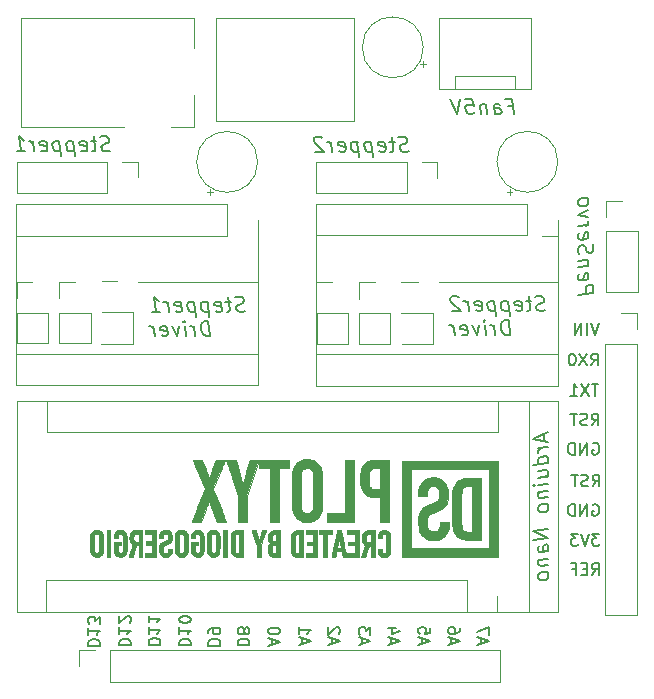
<source format=gbr>
%TF.GenerationSoftware,KiCad,Pcbnew,(5.1.6-0-10_14)*%
%TF.CreationDate,2020-05-27T15:33:41+01:00*%
%TF.ProjectId,Plotyx,506c6f74-7978-42e6-9b69-6361645f7063,rev?*%
%TF.SameCoordinates,Original*%
%TF.FileFunction,Legend,Bot*%
%TF.FilePolarity,Positive*%
%FSLAX46Y46*%
G04 Gerber Fmt 4.6, Leading zero omitted, Abs format (unit mm)*
G04 Created by KiCad (PCBNEW (5.1.6-0-10_14)) date 2020-05-27 15:33:41*
%MOMM*%
%LPD*%
G01*
G04 APERTURE LIST*
%ADD10C,0.150000*%
%ADD11C,0.120000*%
%ADD12C,0.010000*%
G04 APERTURE END LIST*
D10*
X144823333Y-124804285D02*
X144823333Y-124328095D01*
X144537619Y-124899523D02*
X145537619Y-124566190D01*
X144537619Y-124232857D01*
X145204285Y-123470952D02*
X144537619Y-123470952D01*
X145585238Y-123709047D02*
X144870952Y-123947142D01*
X144870952Y-123328095D01*
X142323333Y-124804285D02*
X142323333Y-124328095D01*
X142037619Y-124899523D02*
X143037619Y-124566190D01*
X142037619Y-124232857D01*
X143037619Y-123994761D02*
X143037619Y-123375714D01*
X142656666Y-123709047D01*
X142656666Y-123566190D01*
X142609047Y-123470952D01*
X142561428Y-123423333D01*
X142466190Y-123375714D01*
X142228095Y-123375714D01*
X142132857Y-123423333D01*
X142085238Y-123470952D01*
X142037619Y-123566190D01*
X142037619Y-123851904D01*
X142085238Y-123947142D01*
X142132857Y-123994761D01*
X139753333Y-124804285D02*
X139753333Y-124328095D01*
X139467619Y-124899523D02*
X140467619Y-124566190D01*
X139467619Y-124232857D01*
X140372380Y-123947142D02*
X140420000Y-123899523D01*
X140467619Y-123804285D01*
X140467619Y-123566190D01*
X140420000Y-123470952D01*
X140372380Y-123423333D01*
X140277142Y-123375714D01*
X140181904Y-123375714D01*
X140039047Y-123423333D01*
X139467619Y-123994761D01*
X139467619Y-123375714D01*
X126847619Y-124904285D02*
X127847619Y-124904285D01*
X127847619Y-124666190D01*
X127800000Y-124523333D01*
X127704761Y-124428095D01*
X127609523Y-124380476D01*
X127419047Y-124332857D01*
X127276190Y-124332857D01*
X127085714Y-124380476D01*
X126990476Y-124428095D01*
X126895238Y-124523333D01*
X126847619Y-124666190D01*
X126847619Y-124904285D01*
X126847619Y-123380476D02*
X126847619Y-123951904D01*
X126847619Y-123666190D02*
X127847619Y-123666190D01*
X127704761Y-123761428D01*
X127609523Y-123856666D01*
X127561904Y-123951904D01*
X127847619Y-122761428D02*
X127847619Y-122666190D01*
X127800000Y-122570952D01*
X127752380Y-122523333D01*
X127657142Y-122475714D01*
X127466666Y-122428095D01*
X127228571Y-122428095D01*
X127038095Y-122475714D01*
X126942857Y-122523333D01*
X126895238Y-122570952D01*
X126847619Y-122666190D01*
X126847619Y-122761428D01*
X126895238Y-122856666D01*
X126942857Y-122904285D01*
X127038095Y-122951904D01*
X127228571Y-122999523D01*
X127466666Y-122999523D01*
X127657142Y-122951904D01*
X127752380Y-122904285D01*
X127800000Y-122856666D01*
X127847619Y-122761428D01*
X137283333Y-124774285D02*
X137283333Y-124298095D01*
X136997619Y-124869523D02*
X137997619Y-124536190D01*
X136997619Y-124202857D01*
X136997619Y-123345714D02*
X136997619Y-123917142D01*
X136997619Y-123631428D02*
X137997619Y-123631428D01*
X137854761Y-123726666D01*
X137759523Y-123821904D01*
X137711904Y-123917142D01*
X134673333Y-124834285D02*
X134673333Y-124358095D01*
X134387619Y-124929523D02*
X135387619Y-124596190D01*
X134387619Y-124262857D01*
X135387619Y-123739047D02*
X135387619Y-123643809D01*
X135340000Y-123548571D01*
X135292380Y-123500952D01*
X135197142Y-123453333D01*
X135006666Y-123405714D01*
X134768571Y-123405714D01*
X134578095Y-123453333D01*
X134482857Y-123500952D01*
X134435238Y-123548571D01*
X134387619Y-123643809D01*
X134387619Y-123739047D01*
X134435238Y-123834285D01*
X134482857Y-123881904D01*
X134578095Y-123929523D01*
X134768571Y-123977142D01*
X135006666Y-123977142D01*
X135197142Y-123929523D01*
X135292380Y-123881904D01*
X135340000Y-123834285D01*
X135387619Y-123739047D01*
X121757619Y-124904285D02*
X122757619Y-124904285D01*
X122757619Y-124666190D01*
X122710000Y-124523333D01*
X122614761Y-124428095D01*
X122519523Y-124380476D01*
X122329047Y-124332857D01*
X122186190Y-124332857D01*
X121995714Y-124380476D01*
X121900476Y-124428095D01*
X121805238Y-124523333D01*
X121757619Y-124666190D01*
X121757619Y-124904285D01*
X121757619Y-123380476D02*
X121757619Y-123951904D01*
X121757619Y-123666190D02*
X122757619Y-123666190D01*
X122614761Y-123761428D01*
X122519523Y-123856666D01*
X122471904Y-123951904D01*
X122662380Y-122999523D02*
X122710000Y-122951904D01*
X122757619Y-122856666D01*
X122757619Y-122618571D01*
X122710000Y-122523333D01*
X122662380Y-122475714D01*
X122567142Y-122428095D01*
X122471904Y-122428095D01*
X122329047Y-122475714D01*
X121757619Y-123047142D01*
X121757619Y-122428095D01*
X124267619Y-124864285D02*
X125267619Y-124864285D01*
X125267619Y-124626190D01*
X125220000Y-124483333D01*
X125124761Y-124388095D01*
X125029523Y-124340476D01*
X124839047Y-124292857D01*
X124696190Y-124292857D01*
X124505714Y-124340476D01*
X124410476Y-124388095D01*
X124315238Y-124483333D01*
X124267619Y-124626190D01*
X124267619Y-124864285D01*
X124267619Y-123340476D02*
X124267619Y-123911904D01*
X124267619Y-123626190D02*
X125267619Y-123626190D01*
X125124761Y-123721428D01*
X125029523Y-123816666D01*
X124981904Y-123911904D01*
X124267619Y-122388095D02*
X124267619Y-122959523D01*
X124267619Y-122673809D02*
X125267619Y-122673809D01*
X125124761Y-122769047D01*
X125029523Y-122864285D01*
X124981904Y-122959523D01*
X147393333Y-124774285D02*
X147393333Y-124298095D01*
X147107619Y-124869523D02*
X148107619Y-124536190D01*
X147107619Y-124202857D01*
X148107619Y-123393333D02*
X148107619Y-123869523D01*
X147631428Y-123917142D01*
X147679047Y-123869523D01*
X147726666Y-123774285D01*
X147726666Y-123536190D01*
X147679047Y-123440952D01*
X147631428Y-123393333D01*
X147536190Y-123345714D01*
X147298095Y-123345714D01*
X147202857Y-123393333D01*
X147155238Y-123440952D01*
X147107619Y-123536190D01*
X147107619Y-123774285D01*
X147155238Y-123869523D01*
X147202857Y-123917142D01*
X131797619Y-124908095D02*
X132797619Y-124908095D01*
X132797619Y-124670000D01*
X132750000Y-124527142D01*
X132654761Y-124431904D01*
X132559523Y-124384285D01*
X132369047Y-124336666D01*
X132226190Y-124336666D01*
X132035714Y-124384285D01*
X131940476Y-124431904D01*
X131845238Y-124527142D01*
X131797619Y-124670000D01*
X131797619Y-124908095D01*
X132369047Y-123765238D02*
X132416666Y-123860476D01*
X132464285Y-123908095D01*
X132559523Y-123955714D01*
X132607142Y-123955714D01*
X132702380Y-123908095D01*
X132750000Y-123860476D01*
X132797619Y-123765238D01*
X132797619Y-123574761D01*
X132750000Y-123479523D01*
X132702380Y-123431904D01*
X132607142Y-123384285D01*
X132559523Y-123384285D01*
X132464285Y-123431904D01*
X132416666Y-123479523D01*
X132369047Y-123574761D01*
X132369047Y-123765238D01*
X132321428Y-123860476D01*
X132273809Y-123908095D01*
X132178571Y-123955714D01*
X131988095Y-123955714D01*
X131892857Y-123908095D01*
X131845238Y-123860476D01*
X131797619Y-123765238D01*
X131797619Y-123574761D01*
X131845238Y-123479523D01*
X131892857Y-123431904D01*
X131988095Y-123384285D01*
X132178571Y-123384285D01*
X132273809Y-123431904D01*
X132321428Y-123479523D01*
X132369047Y-123574761D01*
X129327619Y-124928095D02*
X130327619Y-124928095D01*
X130327619Y-124690000D01*
X130280000Y-124547142D01*
X130184761Y-124451904D01*
X130089523Y-124404285D01*
X129899047Y-124356666D01*
X129756190Y-124356666D01*
X129565714Y-124404285D01*
X129470476Y-124451904D01*
X129375238Y-124547142D01*
X129327619Y-124690000D01*
X129327619Y-124928095D01*
X129327619Y-123880476D02*
X129327619Y-123690000D01*
X129375238Y-123594761D01*
X129422857Y-123547142D01*
X129565714Y-123451904D01*
X129756190Y-123404285D01*
X130137142Y-123404285D01*
X130232380Y-123451904D01*
X130280000Y-123499523D01*
X130327619Y-123594761D01*
X130327619Y-123785238D01*
X130280000Y-123880476D01*
X130232380Y-123928095D01*
X130137142Y-123975714D01*
X129899047Y-123975714D01*
X129803809Y-123928095D01*
X129756190Y-123880476D01*
X129708571Y-123785238D01*
X129708571Y-123594761D01*
X129756190Y-123499523D01*
X129803809Y-123451904D01*
X129899047Y-123404285D01*
X119147619Y-124954285D02*
X120147619Y-124954285D01*
X120147619Y-124716190D01*
X120100000Y-124573333D01*
X120004761Y-124478095D01*
X119909523Y-124430476D01*
X119719047Y-124382857D01*
X119576190Y-124382857D01*
X119385714Y-124430476D01*
X119290476Y-124478095D01*
X119195238Y-124573333D01*
X119147619Y-124716190D01*
X119147619Y-124954285D01*
X119147619Y-123430476D02*
X119147619Y-124001904D01*
X119147619Y-123716190D02*
X120147619Y-123716190D01*
X120004761Y-123811428D01*
X119909523Y-123906666D01*
X119861904Y-124001904D01*
X120147619Y-123097142D02*
X120147619Y-122478095D01*
X119766666Y-122811428D01*
X119766666Y-122668571D01*
X119719047Y-122573333D01*
X119671428Y-122525714D01*
X119576190Y-122478095D01*
X119338095Y-122478095D01*
X119242857Y-122525714D01*
X119195238Y-122573333D01*
X119147619Y-122668571D01*
X119147619Y-122954285D01*
X119195238Y-123049523D01*
X119242857Y-123097142D01*
X149903333Y-124804285D02*
X149903333Y-124328095D01*
X149617619Y-124899523D02*
X150617619Y-124566190D01*
X149617619Y-124232857D01*
X150617619Y-123470952D02*
X150617619Y-123661428D01*
X150570000Y-123756666D01*
X150522380Y-123804285D01*
X150379523Y-123899523D01*
X150189047Y-123947142D01*
X149808095Y-123947142D01*
X149712857Y-123899523D01*
X149665238Y-123851904D01*
X149617619Y-123756666D01*
X149617619Y-123566190D01*
X149665238Y-123470952D01*
X149712857Y-123423333D01*
X149808095Y-123375714D01*
X150046190Y-123375714D01*
X150141428Y-123423333D01*
X150189047Y-123470952D01*
X150236666Y-123566190D01*
X150236666Y-123756666D01*
X150189047Y-123851904D01*
X150141428Y-123899523D01*
X150046190Y-123947142D01*
X152373333Y-124804285D02*
X152373333Y-124328095D01*
X152087619Y-124899523D02*
X153087619Y-124566190D01*
X152087619Y-124232857D01*
X153087619Y-123994761D02*
X153087619Y-123328095D01*
X152087619Y-123756666D01*
D11*
X155250000Y-76725000D02*
X155250000Y-77775000D01*
X150175000Y-76725000D02*
X155275000Y-76725000D01*
X150175000Y-77800000D02*
X150175000Y-76725000D01*
X148825000Y-77800000D02*
X148825000Y-71775000D01*
X156625000Y-77800000D02*
X148825000Y-77800000D01*
X156625000Y-71775000D02*
X156625000Y-77800000D01*
X148850000Y-71775000D02*
X156625000Y-71775000D01*
X154050000Y-127975000D02*
X120975000Y-127975000D01*
X154050000Y-125325000D02*
X154050000Y-127975000D01*
X120975000Y-125325000D02*
X154050000Y-125325000D01*
X120975000Y-127975000D02*
X120975000Y-125325000D01*
X118375000Y-125300000D02*
X119700000Y-125300000D01*
X118375000Y-126675000D02*
X118375000Y-125300000D01*
X165575000Y-122300000D02*
X165575000Y-99400000D01*
X162925000Y-122300000D02*
X165575000Y-122300000D01*
X162925000Y-99400000D02*
X162925000Y-122300000D01*
X165575000Y-99400000D02*
X162925000Y-99400000D01*
X165575000Y-96800000D02*
X165575000Y-98125000D01*
X164225000Y-96800000D02*
X165575000Y-96800000D01*
D10*
X161796428Y-118952380D02*
X162129761Y-118476190D01*
X162367857Y-118952380D02*
X162367857Y-117952380D01*
X161986904Y-117952380D01*
X161891666Y-118000000D01*
X161844047Y-118047619D01*
X161796428Y-118142857D01*
X161796428Y-118285714D01*
X161844047Y-118380952D01*
X161891666Y-118428571D01*
X161986904Y-118476190D01*
X162367857Y-118476190D01*
X161367857Y-118428571D02*
X161034523Y-118428571D01*
X160891666Y-118952380D02*
X161367857Y-118952380D01*
X161367857Y-117952380D01*
X160891666Y-117952380D01*
X160129761Y-118428571D02*
X160463095Y-118428571D01*
X160463095Y-118952380D02*
X160463095Y-117952380D01*
X159986904Y-117952380D01*
X161742857Y-101202380D02*
X162076190Y-100726190D01*
X162314285Y-101202380D02*
X162314285Y-100202380D01*
X161933333Y-100202380D01*
X161838095Y-100250000D01*
X161790476Y-100297619D01*
X161742857Y-100392857D01*
X161742857Y-100535714D01*
X161790476Y-100630952D01*
X161838095Y-100678571D01*
X161933333Y-100726190D01*
X162314285Y-100726190D01*
X161409523Y-100202380D02*
X160742857Y-101202380D01*
X160742857Y-100202380D02*
X161409523Y-101202380D01*
X160171428Y-100202380D02*
X160076190Y-100202380D01*
X159980952Y-100250000D01*
X159933333Y-100297619D01*
X159885714Y-100392857D01*
X159838095Y-100583333D01*
X159838095Y-100821428D01*
X159885714Y-101011904D01*
X159933333Y-101107142D01*
X159980952Y-101154761D01*
X160076190Y-101202380D01*
X160171428Y-101202380D01*
X160266666Y-101154761D01*
X160314285Y-101107142D01*
X160361904Y-101011904D01*
X160409523Y-100821428D01*
X160409523Y-100583333D01*
X160361904Y-100392857D01*
X160314285Y-100297619D01*
X160266666Y-100250000D01*
X160171428Y-100202380D01*
X161861904Y-113000000D02*
X161957142Y-112952380D01*
X162100000Y-112952380D01*
X162242857Y-113000000D01*
X162338095Y-113095238D01*
X162385714Y-113190476D01*
X162433333Y-113380952D01*
X162433333Y-113523809D01*
X162385714Y-113714285D01*
X162338095Y-113809523D01*
X162242857Y-113904761D01*
X162100000Y-113952380D01*
X162004761Y-113952380D01*
X161861904Y-113904761D01*
X161814285Y-113857142D01*
X161814285Y-113523809D01*
X162004761Y-113523809D01*
X161385714Y-113952380D02*
X161385714Y-112952380D01*
X160814285Y-113952380D01*
X160814285Y-112952380D01*
X160338095Y-113952380D02*
X160338095Y-112952380D01*
X160100000Y-112952380D01*
X159957142Y-113000000D01*
X159861904Y-113095238D01*
X159814285Y-113190476D01*
X159766666Y-113380952D01*
X159766666Y-113523809D01*
X159814285Y-113714285D01*
X159861904Y-113809523D01*
X159957142Y-113904761D01*
X160100000Y-113952380D01*
X160338095Y-113952380D01*
X161861904Y-107800000D02*
X161957142Y-107752380D01*
X162100000Y-107752380D01*
X162242857Y-107800000D01*
X162338095Y-107895238D01*
X162385714Y-107990476D01*
X162433333Y-108180952D01*
X162433333Y-108323809D01*
X162385714Y-108514285D01*
X162338095Y-108609523D01*
X162242857Y-108704761D01*
X162100000Y-108752380D01*
X162004761Y-108752380D01*
X161861904Y-108704761D01*
X161814285Y-108657142D01*
X161814285Y-108323809D01*
X162004761Y-108323809D01*
X161385714Y-108752380D02*
X161385714Y-107752380D01*
X160814285Y-108752380D01*
X160814285Y-107752380D01*
X160338095Y-108752380D02*
X160338095Y-107752380D01*
X160100000Y-107752380D01*
X159957142Y-107800000D01*
X159861904Y-107895238D01*
X159814285Y-107990476D01*
X159766666Y-108180952D01*
X159766666Y-108323809D01*
X159814285Y-108514285D01*
X159861904Y-108609523D01*
X159957142Y-108704761D01*
X160100000Y-108752380D01*
X160338095Y-108752380D01*
X162338095Y-102752380D02*
X161766666Y-102752380D01*
X162052380Y-103752380D02*
X162052380Y-102752380D01*
X161528571Y-102752380D02*
X160861904Y-103752380D01*
X160861904Y-102752380D02*
X161528571Y-103752380D01*
X159957142Y-103752380D02*
X160528571Y-103752380D01*
X160242857Y-103752380D02*
X160242857Y-102752380D01*
X160338095Y-102895238D01*
X160433333Y-102990476D01*
X160528571Y-103038095D01*
X161772619Y-106277380D02*
X162105952Y-105801190D01*
X162344047Y-106277380D02*
X162344047Y-105277380D01*
X161963095Y-105277380D01*
X161867857Y-105325000D01*
X161820238Y-105372619D01*
X161772619Y-105467857D01*
X161772619Y-105610714D01*
X161820238Y-105705952D01*
X161867857Y-105753571D01*
X161963095Y-105801190D01*
X162344047Y-105801190D01*
X161391666Y-106229761D02*
X161248809Y-106277380D01*
X161010714Y-106277380D01*
X160915476Y-106229761D01*
X160867857Y-106182142D01*
X160820238Y-106086904D01*
X160820238Y-105991666D01*
X160867857Y-105896428D01*
X160915476Y-105848809D01*
X161010714Y-105801190D01*
X161201190Y-105753571D01*
X161296428Y-105705952D01*
X161344047Y-105658333D01*
X161391666Y-105563095D01*
X161391666Y-105467857D01*
X161344047Y-105372619D01*
X161296428Y-105325000D01*
X161201190Y-105277380D01*
X160963095Y-105277380D01*
X160820238Y-105325000D01*
X160534523Y-105277380D02*
X159963095Y-105277380D01*
X160248809Y-106277380D02*
X160248809Y-105277380D01*
X162438095Y-115452380D02*
X161819047Y-115452380D01*
X162152380Y-115833333D01*
X162009523Y-115833333D01*
X161914285Y-115880952D01*
X161866666Y-115928571D01*
X161819047Y-116023809D01*
X161819047Y-116261904D01*
X161866666Y-116357142D01*
X161914285Y-116404761D01*
X162009523Y-116452380D01*
X162295238Y-116452380D01*
X162390476Y-116404761D01*
X162438095Y-116357142D01*
X161533333Y-115452380D02*
X161200000Y-116452380D01*
X160866666Y-115452380D01*
X160628571Y-115452380D02*
X160009523Y-115452380D01*
X160342857Y-115833333D01*
X160200000Y-115833333D01*
X160104761Y-115880952D01*
X160057142Y-115928571D01*
X160009523Y-116023809D01*
X160009523Y-116261904D01*
X160057142Y-116357142D01*
X160104761Y-116404761D01*
X160200000Y-116452380D01*
X160485714Y-116452380D01*
X160580952Y-116404761D01*
X160628571Y-116357142D01*
X161847619Y-111452380D02*
X162180952Y-110976190D01*
X162419047Y-111452380D02*
X162419047Y-110452380D01*
X162038095Y-110452380D01*
X161942857Y-110500000D01*
X161895238Y-110547619D01*
X161847619Y-110642857D01*
X161847619Y-110785714D01*
X161895238Y-110880952D01*
X161942857Y-110928571D01*
X162038095Y-110976190D01*
X162419047Y-110976190D01*
X161466666Y-111404761D02*
X161323809Y-111452380D01*
X161085714Y-111452380D01*
X160990476Y-111404761D01*
X160942857Y-111357142D01*
X160895238Y-111261904D01*
X160895238Y-111166666D01*
X160942857Y-111071428D01*
X160990476Y-111023809D01*
X161085714Y-110976190D01*
X161276190Y-110928571D01*
X161371428Y-110880952D01*
X161419047Y-110833333D01*
X161466666Y-110738095D01*
X161466666Y-110642857D01*
X161419047Y-110547619D01*
X161371428Y-110500000D01*
X161276190Y-110452380D01*
X161038095Y-110452380D01*
X160895238Y-110500000D01*
X160609523Y-110452380D02*
X160038095Y-110452380D01*
X160323809Y-111452380D02*
X160323809Y-110452380D01*
X162370238Y-97627380D02*
X162036904Y-98627380D01*
X161703571Y-97627380D01*
X161370238Y-98627380D02*
X161370238Y-97627380D01*
X160894047Y-98627380D02*
X160894047Y-97627380D01*
X160322619Y-98627380D01*
X160322619Y-97627380D01*
X154687202Y-79239285D02*
X155110535Y-79239285D01*
X155193690Y-79904523D02*
X155034940Y-78634523D01*
X154430178Y-78634523D01*
X153560833Y-79904523D02*
X153477678Y-79239285D01*
X153523035Y-79118333D01*
X153636428Y-79057857D01*
X153878333Y-79057857D01*
X154006845Y-79118333D01*
X153553273Y-79844047D02*
X153681785Y-79904523D01*
X153984166Y-79904523D01*
X154097559Y-79844047D01*
X154142916Y-79723095D01*
X154127797Y-79602142D01*
X154052202Y-79481190D01*
X153923690Y-79420714D01*
X153621309Y-79420714D01*
X153492797Y-79360238D01*
X152850238Y-79057857D02*
X152956071Y-79904523D01*
X152865357Y-79178809D02*
X152797321Y-79118333D01*
X152668809Y-79057857D01*
X152487380Y-79057857D01*
X152373988Y-79118333D01*
X152328630Y-79239285D01*
X152411785Y-79904523D01*
X151043511Y-78634523D02*
X151648273Y-78634523D01*
X151784345Y-79239285D01*
X151716309Y-79178809D01*
X151587797Y-79118333D01*
X151285416Y-79118333D01*
X151172023Y-79178809D01*
X151119107Y-79239285D01*
X151073750Y-79360238D01*
X151111547Y-79662619D01*
X151187142Y-79783571D01*
X151255178Y-79844047D01*
X151383690Y-79904523D01*
X151686071Y-79904523D01*
X151799464Y-79844047D01*
X151852380Y-79783571D01*
X150620178Y-78634523D02*
X150355595Y-79904523D01*
X149773511Y-78634523D01*
X160659256Y-95238775D02*
X161929256Y-95080025D01*
X161929256Y-94596215D01*
X161868780Y-94482822D01*
X161808303Y-94429906D01*
X161687351Y-94384549D01*
X161505922Y-94407227D01*
X161384970Y-94482822D01*
X161324494Y-94550858D01*
X161264018Y-94679370D01*
X161264018Y-95163180D01*
X160719732Y-93477406D02*
X160659256Y-93605918D01*
X160659256Y-93847822D01*
X160719732Y-93961215D01*
X160840684Y-94006572D01*
X161324494Y-93946096D01*
X161445446Y-93870501D01*
X161505922Y-93741989D01*
X161505922Y-93500084D01*
X161445446Y-93386691D01*
X161324494Y-93341334D01*
X161203541Y-93356453D01*
X161082589Y-93976334D01*
X161505922Y-92774370D02*
X160659256Y-92880203D01*
X161384970Y-92789489D02*
X161445446Y-92721453D01*
X161505922Y-92592941D01*
X161505922Y-92411513D01*
X161445446Y-92298120D01*
X161324494Y-92252763D01*
X160659256Y-92335918D01*
X160719732Y-91784072D02*
X160659256Y-91610203D01*
X160659256Y-91307822D01*
X160719732Y-91179310D01*
X160780208Y-91111275D01*
X160901160Y-91035680D01*
X161022113Y-91020560D01*
X161143065Y-91065918D01*
X161203541Y-91118834D01*
X161264018Y-91232227D01*
X161324494Y-91466572D01*
X161384970Y-91579965D01*
X161445446Y-91632882D01*
X161566399Y-91678239D01*
X161687351Y-91663120D01*
X161808303Y-91587525D01*
X161868780Y-91519489D01*
X161929256Y-91390977D01*
X161929256Y-91088596D01*
X161868780Y-90914727D01*
X160719732Y-90030263D02*
X160659256Y-90158775D01*
X160659256Y-90400680D01*
X160719732Y-90514072D01*
X160840684Y-90559430D01*
X161324494Y-90498953D01*
X161445446Y-90423358D01*
X161505922Y-90294846D01*
X161505922Y-90052941D01*
X161445446Y-89939549D01*
X161324494Y-89894191D01*
X161203541Y-89909310D01*
X161082589Y-90529191D01*
X160659256Y-89433060D02*
X161505922Y-89327227D01*
X161264018Y-89357465D02*
X161384970Y-89281870D01*
X161445446Y-89213834D01*
X161505922Y-89085322D01*
X161505922Y-88964370D01*
X161505922Y-88661989D02*
X160659256Y-88465441D01*
X161505922Y-88057227D01*
X160659256Y-87497822D02*
X160719732Y-87611215D01*
X160780208Y-87664132D01*
X160901160Y-87709489D01*
X161264018Y-87664132D01*
X161384970Y-87588537D01*
X161445446Y-87520501D01*
X161505922Y-87391989D01*
X161505922Y-87210560D01*
X161445446Y-87097168D01*
X161384970Y-87044251D01*
X161264018Y-86998894D01*
X160901160Y-87044251D01*
X160780208Y-87119846D01*
X160719732Y-87187882D01*
X160659256Y-87316394D01*
X160659256Y-87497822D01*
X121027321Y-83014047D02*
X120853452Y-83074523D01*
X120551071Y-83074523D01*
X120422559Y-83014047D01*
X120354523Y-82953571D01*
X120278928Y-82832619D01*
X120263809Y-82711666D01*
X120309166Y-82590714D01*
X120362083Y-82530238D01*
X120475476Y-82469761D01*
X120709821Y-82409285D01*
X120823214Y-82348809D01*
X120876130Y-82288333D01*
X120921488Y-82167380D01*
X120906369Y-82046428D01*
X120830773Y-81925476D01*
X120762738Y-81865000D01*
X120634226Y-81804523D01*
X120331845Y-81804523D01*
X120157976Y-81865000D01*
X119840476Y-82227857D02*
X119356666Y-82227857D01*
X119606130Y-81804523D02*
X119742202Y-82893095D01*
X119696845Y-83014047D01*
X119583452Y-83074523D01*
X119462500Y-83074523D01*
X118547797Y-83014047D02*
X118676309Y-83074523D01*
X118918214Y-83074523D01*
X119031607Y-83014047D01*
X119076964Y-82893095D01*
X119016488Y-82409285D01*
X118940892Y-82288333D01*
X118812380Y-82227857D01*
X118570476Y-82227857D01*
X118457083Y-82288333D01*
X118411726Y-82409285D01*
X118426845Y-82530238D01*
X119046726Y-82651190D01*
X117844761Y-82227857D02*
X118003511Y-83497857D01*
X117852321Y-82288333D02*
X117723809Y-82227857D01*
X117481904Y-82227857D01*
X117368511Y-82288333D01*
X117315595Y-82348809D01*
X117270238Y-82469761D01*
X117315595Y-82832619D01*
X117391190Y-82953571D01*
X117459226Y-83014047D01*
X117587738Y-83074523D01*
X117829642Y-83074523D01*
X117943035Y-83014047D01*
X116695714Y-82227857D02*
X116854464Y-83497857D01*
X116703273Y-82288333D02*
X116574761Y-82227857D01*
X116332857Y-82227857D01*
X116219464Y-82288333D01*
X116166547Y-82348809D01*
X116121190Y-82469761D01*
X116166547Y-82832619D01*
X116242142Y-82953571D01*
X116310178Y-83014047D01*
X116438690Y-83074523D01*
X116680595Y-83074523D01*
X116793988Y-83014047D01*
X115161130Y-83014047D02*
X115289642Y-83074523D01*
X115531547Y-83074523D01*
X115644940Y-83014047D01*
X115690297Y-82893095D01*
X115629821Y-82409285D01*
X115554226Y-82288333D01*
X115425714Y-82227857D01*
X115183809Y-82227857D01*
X115070416Y-82288333D01*
X115025059Y-82409285D01*
X115040178Y-82530238D01*
X115660059Y-82651190D01*
X114563928Y-83074523D02*
X114458095Y-82227857D01*
X114488333Y-82469761D02*
X114412738Y-82348809D01*
X114344702Y-82288333D01*
X114216190Y-82227857D01*
X114095238Y-82227857D01*
X113112500Y-83074523D02*
X113838214Y-83074523D01*
X113475357Y-83074523D02*
X113316607Y-81804523D01*
X113460238Y-81985952D01*
X113596309Y-82106904D01*
X113724821Y-82167380D01*
X146277321Y-83039047D02*
X146103452Y-83099523D01*
X145801071Y-83099523D01*
X145672559Y-83039047D01*
X145604523Y-82978571D01*
X145528928Y-82857619D01*
X145513809Y-82736666D01*
X145559166Y-82615714D01*
X145612083Y-82555238D01*
X145725476Y-82494761D01*
X145959821Y-82434285D01*
X146073214Y-82373809D01*
X146126130Y-82313333D01*
X146171488Y-82192380D01*
X146156369Y-82071428D01*
X146080773Y-81950476D01*
X146012738Y-81890000D01*
X145884226Y-81829523D01*
X145581845Y-81829523D01*
X145407976Y-81890000D01*
X145090476Y-82252857D02*
X144606666Y-82252857D01*
X144856130Y-81829523D02*
X144992202Y-82918095D01*
X144946845Y-83039047D01*
X144833452Y-83099523D01*
X144712500Y-83099523D01*
X143797797Y-83039047D02*
X143926309Y-83099523D01*
X144168214Y-83099523D01*
X144281607Y-83039047D01*
X144326964Y-82918095D01*
X144266488Y-82434285D01*
X144190892Y-82313333D01*
X144062380Y-82252857D01*
X143820476Y-82252857D01*
X143707083Y-82313333D01*
X143661726Y-82434285D01*
X143676845Y-82555238D01*
X144296726Y-82676190D01*
X143094761Y-82252857D02*
X143253511Y-83522857D01*
X143102321Y-82313333D02*
X142973809Y-82252857D01*
X142731904Y-82252857D01*
X142618511Y-82313333D01*
X142565595Y-82373809D01*
X142520238Y-82494761D01*
X142565595Y-82857619D01*
X142641190Y-82978571D01*
X142709226Y-83039047D01*
X142837738Y-83099523D01*
X143079642Y-83099523D01*
X143193035Y-83039047D01*
X141945714Y-82252857D02*
X142104464Y-83522857D01*
X141953273Y-82313333D02*
X141824761Y-82252857D01*
X141582857Y-82252857D01*
X141469464Y-82313333D01*
X141416547Y-82373809D01*
X141371190Y-82494761D01*
X141416547Y-82857619D01*
X141492142Y-82978571D01*
X141560178Y-83039047D01*
X141688690Y-83099523D01*
X141930595Y-83099523D01*
X142043988Y-83039047D01*
X140411130Y-83039047D02*
X140539642Y-83099523D01*
X140781547Y-83099523D01*
X140894940Y-83039047D01*
X140940297Y-82918095D01*
X140879821Y-82434285D01*
X140804226Y-82313333D01*
X140675714Y-82252857D01*
X140433809Y-82252857D01*
X140320416Y-82313333D01*
X140275059Y-82434285D01*
X140290178Y-82555238D01*
X140910059Y-82676190D01*
X139813928Y-83099523D02*
X139708095Y-82252857D01*
X139738333Y-82494761D02*
X139662738Y-82373809D01*
X139594702Y-82313333D01*
X139466190Y-82252857D01*
X139345238Y-82252857D01*
X138944583Y-81950476D02*
X138876547Y-81890000D01*
X138748035Y-81829523D01*
X138445654Y-81829523D01*
X138332261Y-81890000D01*
X138279345Y-81950476D01*
X138233988Y-82071428D01*
X138249107Y-82192380D01*
X138332261Y-82373809D01*
X139148690Y-83099523D01*
X138362500Y-83099523D01*
X132439166Y-96596547D02*
X132265297Y-96657023D01*
X131962916Y-96657023D01*
X131834404Y-96596547D01*
X131766369Y-96536071D01*
X131690773Y-96415119D01*
X131675654Y-96294166D01*
X131721011Y-96173214D01*
X131773928Y-96112738D01*
X131887321Y-96052261D01*
X132121666Y-95991785D01*
X132235059Y-95931309D01*
X132287976Y-95870833D01*
X132333333Y-95749880D01*
X132318214Y-95628928D01*
X132242619Y-95507976D01*
X132174583Y-95447500D01*
X132046071Y-95387023D01*
X131743690Y-95387023D01*
X131569821Y-95447500D01*
X131252321Y-95810357D02*
X130768511Y-95810357D01*
X131017976Y-95387023D02*
X131154047Y-96475595D01*
X131108690Y-96596547D01*
X130995297Y-96657023D01*
X130874345Y-96657023D01*
X129959642Y-96596547D02*
X130088154Y-96657023D01*
X130330059Y-96657023D01*
X130443452Y-96596547D01*
X130488809Y-96475595D01*
X130428333Y-95991785D01*
X130352738Y-95870833D01*
X130224226Y-95810357D01*
X129982321Y-95810357D01*
X129868928Y-95870833D01*
X129823571Y-95991785D01*
X129838690Y-96112738D01*
X130458571Y-96233690D01*
X129256607Y-95810357D02*
X129415357Y-97080357D01*
X129264166Y-95870833D02*
X129135654Y-95810357D01*
X128893750Y-95810357D01*
X128780357Y-95870833D01*
X128727440Y-95931309D01*
X128682083Y-96052261D01*
X128727440Y-96415119D01*
X128803035Y-96536071D01*
X128871071Y-96596547D01*
X128999583Y-96657023D01*
X129241488Y-96657023D01*
X129354880Y-96596547D01*
X128107559Y-95810357D02*
X128266309Y-97080357D01*
X128115119Y-95870833D02*
X127986607Y-95810357D01*
X127744702Y-95810357D01*
X127631309Y-95870833D01*
X127578392Y-95931309D01*
X127533035Y-96052261D01*
X127578392Y-96415119D01*
X127653988Y-96536071D01*
X127722023Y-96596547D01*
X127850535Y-96657023D01*
X128092440Y-96657023D01*
X128205833Y-96596547D01*
X126572976Y-96596547D02*
X126701488Y-96657023D01*
X126943392Y-96657023D01*
X127056785Y-96596547D01*
X127102142Y-96475595D01*
X127041666Y-95991785D01*
X126966071Y-95870833D01*
X126837559Y-95810357D01*
X126595654Y-95810357D01*
X126482261Y-95870833D01*
X126436904Y-95991785D01*
X126452023Y-96112738D01*
X127071904Y-96233690D01*
X125975773Y-96657023D02*
X125869940Y-95810357D01*
X125900178Y-96052261D02*
X125824583Y-95931309D01*
X125756547Y-95870833D01*
X125628035Y-95810357D01*
X125507083Y-95810357D01*
X124524345Y-96657023D02*
X125250059Y-96657023D01*
X124887202Y-96657023D02*
X124728452Y-95387023D01*
X124872083Y-95568452D01*
X125008154Y-95689404D01*
X125136666Y-95749880D01*
X129483392Y-98712023D02*
X129324642Y-97442023D01*
X129022261Y-97442023D01*
X128848392Y-97502500D01*
X128742559Y-97623452D01*
X128697202Y-97744404D01*
X128666964Y-97986309D01*
X128689642Y-98167738D01*
X128780357Y-98409642D01*
X128855952Y-98530595D01*
X128992023Y-98651547D01*
X129181011Y-98712023D01*
X129483392Y-98712023D01*
X128213392Y-98712023D02*
X128107559Y-97865357D01*
X128137797Y-98107261D02*
X128062202Y-97986309D01*
X127994166Y-97925833D01*
X127865654Y-97865357D01*
X127744702Y-97865357D01*
X127427202Y-98712023D02*
X127321369Y-97865357D01*
X127268452Y-97442023D02*
X127336488Y-97502500D01*
X127283571Y-97562976D01*
X127215535Y-97502500D01*
X127268452Y-97442023D01*
X127283571Y-97562976D01*
X126837559Y-97865357D02*
X126641011Y-98712023D01*
X126232797Y-97865357D01*
X125363452Y-98651547D02*
X125491964Y-98712023D01*
X125733869Y-98712023D01*
X125847261Y-98651547D01*
X125892619Y-98530595D01*
X125832142Y-98046785D01*
X125756547Y-97925833D01*
X125628035Y-97865357D01*
X125386130Y-97865357D01*
X125272738Y-97925833D01*
X125227380Y-98046785D01*
X125242500Y-98167738D01*
X125862380Y-98288690D01*
X124766250Y-98712023D02*
X124660416Y-97865357D01*
X124690654Y-98107261D02*
X124615059Y-97986309D01*
X124547023Y-97925833D01*
X124418511Y-97865357D01*
X124297559Y-97865357D01*
X157849166Y-96536547D02*
X157675297Y-96597023D01*
X157372916Y-96597023D01*
X157244404Y-96536547D01*
X157176369Y-96476071D01*
X157100773Y-96355119D01*
X157085654Y-96234166D01*
X157131011Y-96113214D01*
X157183928Y-96052738D01*
X157297321Y-95992261D01*
X157531666Y-95931785D01*
X157645059Y-95871309D01*
X157697976Y-95810833D01*
X157743333Y-95689880D01*
X157728214Y-95568928D01*
X157652619Y-95447976D01*
X157584583Y-95387500D01*
X157456071Y-95327023D01*
X157153690Y-95327023D01*
X156979821Y-95387500D01*
X156662321Y-95750357D02*
X156178511Y-95750357D01*
X156427976Y-95327023D02*
X156564047Y-96415595D01*
X156518690Y-96536547D01*
X156405297Y-96597023D01*
X156284345Y-96597023D01*
X155369642Y-96536547D02*
X155498154Y-96597023D01*
X155740059Y-96597023D01*
X155853452Y-96536547D01*
X155898809Y-96415595D01*
X155838333Y-95931785D01*
X155762738Y-95810833D01*
X155634226Y-95750357D01*
X155392321Y-95750357D01*
X155278928Y-95810833D01*
X155233571Y-95931785D01*
X155248690Y-96052738D01*
X155868571Y-96173690D01*
X154666607Y-95750357D02*
X154825357Y-97020357D01*
X154674166Y-95810833D02*
X154545654Y-95750357D01*
X154303750Y-95750357D01*
X154190357Y-95810833D01*
X154137440Y-95871309D01*
X154092083Y-95992261D01*
X154137440Y-96355119D01*
X154213035Y-96476071D01*
X154281071Y-96536547D01*
X154409583Y-96597023D01*
X154651488Y-96597023D01*
X154764880Y-96536547D01*
X153517559Y-95750357D02*
X153676309Y-97020357D01*
X153525119Y-95810833D02*
X153396607Y-95750357D01*
X153154702Y-95750357D01*
X153041309Y-95810833D01*
X152988392Y-95871309D01*
X152943035Y-95992261D01*
X152988392Y-96355119D01*
X153063988Y-96476071D01*
X153132023Y-96536547D01*
X153260535Y-96597023D01*
X153502440Y-96597023D01*
X153615833Y-96536547D01*
X151982976Y-96536547D02*
X152111488Y-96597023D01*
X152353392Y-96597023D01*
X152466785Y-96536547D01*
X152512142Y-96415595D01*
X152451666Y-95931785D01*
X152376071Y-95810833D01*
X152247559Y-95750357D01*
X152005654Y-95750357D01*
X151892261Y-95810833D01*
X151846904Y-95931785D01*
X151862023Y-96052738D01*
X152481904Y-96173690D01*
X151385773Y-96597023D02*
X151279940Y-95750357D01*
X151310178Y-95992261D02*
X151234583Y-95871309D01*
X151166547Y-95810833D01*
X151038035Y-95750357D01*
X150917083Y-95750357D01*
X150516428Y-95447976D02*
X150448392Y-95387500D01*
X150319880Y-95327023D01*
X150017500Y-95327023D01*
X149904107Y-95387500D01*
X149851190Y-95447976D01*
X149805833Y-95568928D01*
X149820952Y-95689880D01*
X149904107Y-95871309D01*
X150720535Y-96597023D01*
X149934345Y-96597023D01*
X154893392Y-98652023D02*
X154734642Y-97382023D01*
X154432261Y-97382023D01*
X154258392Y-97442500D01*
X154152559Y-97563452D01*
X154107202Y-97684404D01*
X154076964Y-97926309D01*
X154099642Y-98107738D01*
X154190357Y-98349642D01*
X154265952Y-98470595D01*
X154402023Y-98591547D01*
X154591011Y-98652023D01*
X154893392Y-98652023D01*
X153623392Y-98652023D02*
X153517559Y-97805357D01*
X153547797Y-98047261D02*
X153472202Y-97926309D01*
X153404166Y-97865833D01*
X153275654Y-97805357D01*
X153154702Y-97805357D01*
X152837202Y-98652023D02*
X152731369Y-97805357D01*
X152678452Y-97382023D02*
X152746488Y-97442500D01*
X152693571Y-97502976D01*
X152625535Y-97442500D01*
X152678452Y-97382023D01*
X152693571Y-97502976D01*
X152247559Y-97805357D02*
X152051011Y-98652023D01*
X151642797Y-97805357D01*
X150773452Y-98591547D02*
X150901964Y-98652023D01*
X151143869Y-98652023D01*
X151257261Y-98591547D01*
X151302619Y-98470595D01*
X151242142Y-97986785D01*
X151166547Y-97865833D01*
X151038035Y-97805357D01*
X150796130Y-97805357D01*
X150682738Y-97865833D01*
X150637380Y-97986785D01*
X150652500Y-98107738D01*
X151272380Y-98228690D01*
X150176250Y-98652023D02*
X150070416Y-97805357D01*
X150100654Y-98047261D02*
X150025059Y-97926309D01*
X149957023Y-97865833D01*
X149828511Y-97805357D01*
X149707559Y-97805357D01*
X157751666Y-107013095D02*
X157751666Y-107617857D01*
X158114523Y-106846785D02*
X156844523Y-107428869D01*
X158114523Y-107693452D01*
X158114523Y-108116785D02*
X157267857Y-108222619D01*
X157509761Y-108192380D02*
X157388809Y-108267976D01*
X157328333Y-108336011D01*
X157267857Y-108464523D01*
X157267857Y-108585476D01*
X158114523Y-109447261D02*
X156844523Y-109606011D01*
X158054047Y-109454821D02*
X158114523Y-109326309D01*
X158114523Y-109084404D01*
X158054047Y-108971011D01*
X157993571Y-108918095D01*
X157872619Y-108872738D01*
X157509761Y-108918095D01*
X157388809Y-108993690D01*
X157328333Y-109061726D01*
X157267857Y-109190238D01*
X157267857Y-109432142D01*
X157328333Y-109545535D01*
X157267857Y-110702142D02*
X158114523Y-110596309D01*
X157267857Y-110157857D02*
X157933095Y-110074702D01*
X158054047Y-110120059D01*
X158114523Y-110233452D01*
X158114523Y-110414880D01*
X158054047Y-110543392D01*
X157993571Y-110611428D01*
X158114523Y-111201071D02*
X157267857Y-111306904D01*
X156844523Y-111359821D02*
X156905000Y-111291785D01*
X156965476Y-111344702D01*
X156905000Y-111412738D01*
X156844523Y-111359821D01*
X156965476Y-111344702D01*
X157267857Y-111911666D02*
X158114523Y-111805833D01*
X157388809Y-111896547D02*
X157328333Y-111964583D01*
X157267857Y-112093095D01*
X157267857Y-112274523D01*
X157328333Y-112387916D01*
X157449285Y-112433273D01*
X158114523Y-112350119D01*
X158114523Y-113136309D02*
X158054047Y-113022916D01*
X157993571Y-112970000D01*
X157872619Y-112924642D01*
X157509761Y-112970000D01*
X157388809Y-113045595D01*
X157328333Y-113113630D01*
X157267857Y-113242142D01*
X157267857Y-113423571D01*
X157328333Y-113536964D01*
X157388809Y-113589880D01*
X157509761Y-113635238D01*
X157872619Y-113589880D01*
X157993571Y-113514285D01*
X158054047Y-113446250D01*
X158114523Y-113317738D01*
X158114523Y-113136309D01*
X158114523Y-115071547D02*
X156844523Y-115230297D01*
X158114523Y-115797261D01*
X156844523Y-115956011D01*
X158114523Y-116946309D02*
X157449285Y-117029464D01*
X157328333Y-116984107D01*
X157267857Y-116870714D01*
X157267857Y-116628809D01*
X157328333Y-116500297D01*
X158054047Y-116953869D02*
X158114523Y-116825357D01*
X158114523Y-116522976D01*
X158054047Y-116409583D01*
X157933095Y-116364226D01*
X157812142Y-116379345D01*
X157691190Y-116454940D01*
X157630714Y-116583452D01*
X157630714Y-116885833D01*
X157570238Y-117014345D01*
X157267857Y-117656904D02*
X158114523Y-117551071D01*
X157388809Y-117641785D02*
X157328333Y-117709821D01*
X157267857Y-117838333D01*
X157267857Y-118019761D01*
X157328333Y-118133154D01*
X157449285Y-118178511D01*
X158114523Y-118095357D01*
X158114523Y-118881547D02*
X158054047Y-118768154D01*
X157993571Y-118715238D01*
X157872619Y-118669880D01*
X157509761Y-118715238D01*
X157388809Y-118790833D01*
X157328333Y-118858869D01*
X157267857Y-118987380D01*
X157267857Y-119168809D01*
X157328333Y-119282202D01*
X157388809Y-119335119D01*
X157509761Y-119380476D01*
X157872619Y-119335119D01*
X157993571Y-119259523D01*
X158054047Y-119191488D01*
X158114523Y-119062976D01*
X158114523Y-118881547D01*
D11*
X165658780Y-94998180D02*
X162988780Y-94998180D01*
X165658780Y-89848180D02*
X165658780Y-94998180D01*
X162988780Y-89848180D02*
X165658780Y-89848180D01*
X162988780Y-94978180D02*
X162988780Y-89848180D01*
X163008780Y-87258180D02*
X163008780Y-88598180D01*
X164328780Y-87258180D02*
X163008780Y-87258180D01*
X147495000Y-75950000D02*
X147495000Y-75460000D01*
X147245000Y-75720000D02*
X147725000Y-75720000D01*
X147515000Y-74270000D02*
G75*
G03*
X147515000Y-74270000I-2576373J0D01*
G01*
X155060000Y-86530000D02*
X154580000Y-86530000D01*
X154840000Y-86780000D02*
X154840000Y-86300000D01*
X158906373Y-83963627D02*
G75*
G03*
X158906373Y-83963627I-2576373J0D01*
G01*
X133486373Y-83970000D02*
G75*
G03*
X133486373Y-83970000I-2576373J0D01*
G01*
X129710000Y-86550000D02*
X129190000Y-86550000D01*
X129460000Y-86780000D02*
X129460000Y-86280000D01*
X129935000Y-71770000D02*
X129935000Y-80500000D01*
X141655000Y-71770000D02*
X129935000Y-71770000D01*
X141655000Y-80470000D02*
X141655000Y-71770000D01*
X129955000Y-80470000D02*
X141655000Y-80470000D01*
X128125000Y-71760000D02*
X128125000Y-74360000D01*
X113435000Y-71760000D02*
X128125000Y-71760000D01*
X113435000Y-80980000D02*
X113435000Y-71760000D01*
X122195000Y-80980000D02*
X113435000Y-80980000D01*
X128090000Y-80990000D02*
X126190000Y-80990000D01*
X128140000Y-78280000D02*
X128140000Y-80960000D01*
X146110000Y-86640000D02*
X146110000Y-84010000D01*
X138420000Y-86640000D02*
X146110000Y-86640000D01*
X138420000Y-84010000D02*
X138420000Y-86640000D01*
X146080000Y-84010000D02*
X138420000Y-84010000D01*
X148710000Y-83980000D02*
X148710000Y-85310000D01*
X147390000Y-83980000D02*
X148710000Y-83980000D01*
X123360000Y-83940000D02*
X123360000Y-85260000D01*
X122050000Y-83940000D02*
X123360000Y-83940000D01*
X120770000Y-86590000D02*
X120770000Y-83970000D01*
X113090000Y-86590000D02*
X120770000Y-86590000D01*
X113090000Y-83960000D02*
X113090000Y-86590000D01*
X120780000Y-83960000D02*
X113090000Y-83960000D01*
X158910000Y-100260000D02*
X138490000Y-100260000D01*
X138480000Y-96760000D02*
X138480000Y-99350000D01*
X141130000Y-96760000D02*
X138480000Y-96760000D01*
X141130000Y-99350000D02*
X141130000Y-96760000D01*
X138460000Y-99350000D02*
X141130000Y-99350000D01*
X142070000Y-96760000D02*
X142070000Y-99370000D01*
X144730000Y-96760000D02*
X142070000Y-96760000D01*
X144730000Y-99350000D02*
X144730000Y-96760000D01*
X142070000Y-99350000D02*
X144730000Y-99350000D01*
X148310000Y-99370000D02*
X145710000Y-99370000D01*
X148310000Y-96740000D02*
X148310000Y-99370000D01*
X145670000Y-96740000D02*
X148310000Y-96740000D01*
X147070000Y-94140000D02*
X145650000Y-94140000D01*
X142070000Y-94140000D02*
X142070000Y-95550000D01*
X143390000Y-94140000D02*
X142070000Y-94140000D01*
X138440000Y-94120000D02*
X138440000Y-95460000D01*
X139810000Y-94120000D02*
X138440000Y-94120000D01*
X158890000Y-94140000D02*
X148830000Y-94140000D01*
X158910000Y-90210000D02*
X157570000Y-90210000D01*
X156310000Y-90190000D02*
X138470000Y-90190000D01*
X156310000Y-87540000D02*
X156310000Y-90190000D01*
X138450000Y-87540000D02*
X156310000Y-87540000D01*
X138450000Y-102880000D02*
X138450000Y-87540000D01*
X158910000Y-102920000D02*
X158910000Y-88880000D01*
X138470000Y-102920000D02*
X158910000Y-102920000D01*
X113100000Y-96740000D02*
X113100000Y-99290000D01*
X115760000Y-96740000D02*
X113100000Y-96740000D01*
X115760000Y-99320000D02*
X115760000Y-96740000D01*
X113100000Y-99320000D02*
X115760000Y-99320000D01*
X116700000Y-96740000D02*
X116700000Y-99320000D01*
X119370000Y-96740000D02*
X116700000Y-96740000D01*
X119370000Y-99330000D02*
X119370000Y-96740000D01*
X116700000Y-99330000D02*
X119370000Y-99330000D01*
X122970000Y-99350000D02*
X120260000Y-99350000D01*
X122970000Y-96720000D02*
X122970000Y-99350000D01*
X120300000Y-96720000D02*
X122970000Y-96720000D01*
X116700000Y-94140000D02*
X116700000Y-95490000D01*
X118010000Y-94140000D02*
X116700000Y-94140000D01*
X113100000Y-94140000D02*
X113100000Y-95460000D01*
X114430000Y-94140000D02*
X113100000Y-94140000D01*
X133510000Y-94140000D02*
X123400000Y-94140000D01*
X133530000Y-100230000D02*
X113130000Y-100230000D01*
X121610000Y-94090000D02*
X120320000Y-94090000D01*
X130930000Y-90210000D02*
X113060000Y-90210000D01*
X130930000Y-87520000D02*
X130930000Y-90210000D01*
X113060000Y-87520000D02*
X130930000Y-87520000D01*
X113060000Y-102860000D02*
X113060000Y-87520000D01*
X133520000Y-102860000D02*
X113060000Y-102860000D01*
X133520000Y-88900000D02*
X133520000Y-102860000D01*
X153800000Y-122100000D02*
X153800000Y-120720000D01*
X151200000Y-119380000D02*
X151200000Y-122100000D01*
X115590000Y-119380000D02*
X151200000Y-119380000D01*
X115590000Y-122070000D02*
X115590000Y-119380000D01*
X115630000Y-106830000D02*
X115630000Y-104200000D01*
X153860000Y-106830000D02*
X115630000Y-106830000D01*
X153860000Y-104200000D02*
X153860000Y-106830000D01*
X156460000Y-122040000D02*
X156460000Y-104200000D01*
X158930000Y-122070000D02*
X158930000Y-104200000D01*
X113120000Y-122070000D02*
X158930000Y-122070000D01*
X113120000Y-104200000D02*
X113120000Y-122070000D01*
X158870000Y-104200000D02*
X113120000Y-104200000D01*
D12*
%TO.C,G\u002A\u002A\u002A*%
G36*
X120699250Y-117397125D02*
G01*
X120858499Y-117397125D01*
X120940197Y-117395637D01*
X120993213Y-117390943D01*
X121020484Y-117382693D01*
X121025326Y-117377281D01*
X121026531Y-117358465D01*
X121027561Y-117310500D01*
X121028410Y-117235988D01*
X121029068Y-117137530D01*
X121029528Y-117017726D01*
X121029782Y-116879178D01*
X121029822Y-116724487D01*
X121029640Y-116556254D01*
X121029228Y-116377079D01*
X121028797Y-116246187D01*
X121024688Y-115134937D01*
X120699250Y-115125889D01*
X120699250Y-117397125D01*
G37*
X120699250Y-117397125D02*
X120858499Y-117397125D01*
X120940197Y-117395637D01*
X120993213Y-117390943D01*
X121020484Y-117382693D01*
X121025326Y-117377281D01*
X121026531Y-117358465D01*
X121027561Y-117310500D01*
X121028410Y-117235988D01*
X121029068Y-117137530D01*
X121029528Y-117017726D01*
X121029782Y-116879178D01*
X121029822Y-116724487D01*
X121029640Y-116556254D01*
X121029228Y-116377079D01*
X121028797Y-116246187D01*
X121024688Y-115134937D01*
X120699250Y-115125889D01*
X120699250Y-117397125D01*
G36*
X123386094Y-115129594D02*
G01*
X123272130Y-115131629D01*
X123184925Y-115133829D01*
X123119488Y-115136734D01*
X123070829Y-115140882D01*
X123033960Y-115146811D01*
X123003891Y-115155061D01*
X122975631Y-115166169D01*
X122953500Y-115176288D01*
X122855228Y-115235663D01*
X122778000Y-115313685D01*
X122716249Y-115416035D01*
X122714036Y-115420687D01*
X122673810Y-115535915D01*
X122650774Y-115668962D01*
X122645204Y-115810779D01*
X122657372Y-115952319D01*
X122687554Y-116084532D01*
X122693390Y-116102240D01*
X122716321Y-116148931D01*
X122753295Y-116203964D01*
X122797808Y-116259589D01*
X122843357Y-116308060D01*
X122883440Y-116341629D01*
X122902623Y-116351537D01*
X122905455Y-116363072D01*
X122900174Y-116394736D01*
X122886277Y-116448246D01*
X122863258Y-116525323D01*
X122830615Y-116627684D01*
X122787843Y-116757049D01*
X122755557Y-116852927D01*
X122714908Y-116972900D01*
X122677244Y-117083877D01*
X122643841Y-117182114D01*
X122615976Y-117263865D01*
X122594923Y-117325387D01*
X122581958Y-117362934D01*
X122578517Y-117372594D01*
X122578151Y-117383394D01*
X122590202Y-117390522D01*
X122619574Y-117394703D01*
X122671168Y-117396662D01*
X122744466Y-117397125D01*
X122919829Y-117397125D01*
X122960075Y-117266156D01*
X122976903Y-117211646D01*
X123001149Y-117133454D01*
X123030756Y-117038196D01*
X123063664Y-116932495D01*
X123097817Y-116822968D01*
X123109377Y-116785937D01*
X123218434Y-116436687D01*
X123316155Y-116431961D01*
X123413875Y-116427234D01*
X123413875Y-117397125D01*
X123731375Y-117397125D01*
X123731375Y-115444500D01*
X123413875Y-115444500D01*
X123413875Y-116147326D01*
X123266125Y-116139597D01*
X123178838Y-116132539D01*
X123117789Y-116121378D01*
X123077618Y-116105098D01*
X123074814Y-116103327D01*
X123036187Y-116072349D01*
X123009012Y-116034465D01*
X122991473Y-115983880D01*
X122981754Y-115914799D01*
X122978040Y-115821426D01*
X122977837Y-115793750D01*
X122979435Y-115695555D01*
X122986193Y-115622839D01*
X123000085Y-115569491D01*
X123023082Y-115529399D01*
X123057160Y-115496453D01*
X123078879Y-115480811D01*
X123110484Y-115462644D01*
X123145010Y-115451671D01*
X123191536Y-115446197D01*
X123259141Y-115444527D01*
X123273348Y-115444500D01*
X123413875Y-115444500D01*
X123731375Y-115444500D01*
X123731375Y-115123890D01*
X123386094Y-115129594D01*
G37*
X123386094Y-115129594D02*
X123272130Y-115131629D01*
X123184925Y-115133829D01*
X123119488Y-115136734D01*
X123070829Y-115140882D01*
X123033960Y-115146811D01*
X123003891Y-115155061D01*
X122975631Y-115166169D01*
X122953500Y-115176288D01*
X122855228Y-115235663D01*
X122778000Y-115313685D01*
X122716249Y-115416035D01*
X122714036Y-115420687D01*
X122673810Y-115535915D01*
X122650774Y-115668962D01*
X122645204Y-115810779D01*
X122657372Y-115952319D01*
X122687554Y-116084532D01*
X122693390Y-116102240D01*
X122716321Y-116148931D01*
X122753295Y-116203964D01*
X122797808Y-116259589D01*
X122843357Y-116308060D01*
X122883440Y-116341629D01*
X122902623Y-116351537D01*
X122905455Y-116363072D01*
X122900174Y-116394736D01*
X122886277Y-116448246D01*
X122863258Y-116525323D01*
X122830615Y-116627684D01*
X122787843Y-116757049D01*
X122755557Y-116852927D01*
X122714908Y-116972900D01*
X122677244Y-117083877D01*
X122643841Y-117182114D01*
X122615976Y-117263865D01*
X122594923Y-117325387D01*
X122581958Y-117362934D01*
X122578517Y-117372594D01*
X122578151Y-117383394D01*
X122590202Y-117390522D01*
X122619574Y-117394703D01*
X122671168Y-117396662D01*
X122744466Y-117397125D01*
X122919829Y-117397125D01*
X122960075Y-117266156D01*
X122976903Y-117211646D01*
X123001149Y-117133454D01*
X123030756Y-117038196D01*
X123063664Y-116932495D01*
X123097817Y-116822968D01*
X123109377Y-116785937D01*
X123218434Y-116436687D01*
X123316155Y-116431961D01*
X123413875Y-116427234D01*
X123413875Y-117397125D01*
X123731375Y-117397125D01*
X123731375Y-115444500D01*
X123413875Y-115444500D01*
X123413875Y-116147326D01*
X123266125Y-116139597D01*
X123178838Y-116132539D01*
X123117789Y-116121378D01*
X123077618Y-116105098D01*
X123074814Y-116103327D01*
X123036187Y-116072349D01*
X123009012Y-116034465D01*
X122991473Y-115983880D01*
X122981754Y-115914799D01*
X122978040Y-115821426D01*
X122977837Y-115793750D01*
X122979435Y-115695555D01*
X122986193Y-115622839D01*
X123000085Y-115569491D01*
X123023082Y-115529399D01*
X123057160Y-115496453D01*
X123078879Y-115480811D01*
X123110484Y-115462644D01*
X123145010Y-115451671D01*
X123191536Y-115446197D01*
X123259141Y-115444527D01*
X123273348Y-115444500D01*
X123413875Y-115444500D01*
X123731375Y-115444500D01*
X123731375Y-115123890D01*
X123386094Y-115129594D01*
G36*
X123941144Y-115281781D02*
G01*
X123945688Y-115436562D01*
X124267157Y-115440859D01*
X124588625Y-115445157D01*
X124588625Y-116095375D01*
X124033000Y-116095375D01*
X124033000Y-116412875D01*
X124588625Y-116412875D01*
X124588625Y-117063092D01*
X124267157Y-117067390D01*
X123945688Y-117071687D01*
X123936640Y-117397125D01*
X124906125Y-117397125D01*
X124906125Y-115127000D01*
X123936601Y-115127000D01*
X123941144Y-115281781D01*
G37*
X123941144Y-115281781D02*
X123945688Y-115436562D01*
X124267157Y-115440859D01*
X124588625Y-115445157D01*
X124588625Y-116095375D01*
X124033000Y-116095375D01*
X124033000Y-116412875D01*
X124588625Y-116412875D01*
X124588625Y-117063092D01*
X124267157Y-117067390D01*
X123945688Y-117071687D01*
X123936640Y-117397125D01*
X124906125Y-117397125D01*
X124906125Y-115127000D01*
X123936601Y-115127000D01*
X123941144Y-115281781D01*
G36*
X130573500Y-117397125D02*
G01*
X130891000Y-117397125D01*
X130891000Y-115127000D01*
X130573500Y-115127000D01*
X130573500Y-117397125D01*
G37*
X130573500Y-117397125D02*
X130891000Y-117397125D01*
X130891000Y-115127000D01*
X130573500Y-115127000D01*
X130573500Y-117397125D01*
G36*
X131596714Y-115134937D02*
G01*
X131489868Y-115187551D01*
X131391320Y-115249535D01*
X131316350Y-115328609D01*
X131261189Y-115429313D01*
X131240138Y-115488290D01*
X131232244Y-115515646D01*
X131225778Y-115543909D01*
X131220599Y-115576434D01*
X131216566Y-115616574D01*
X131213536Y-115667684D01*
X131211370Y-115733119D01*
X131209924Y-115816232D01*
X131209059Y-115920379D01*
X131208632Y-116048913D01*
X131208503Y-116205189D01*
X131208500Y-116239140D01*
X131208985Y-116428740D01*
X131210420Y-116592379D01*
X131212780Y-116728950D01*
X131216037Y-116837346D01*
X131220163Y-116916459D01*
X131225133Y-116965182D01*
X131226331Y-116971687D01*
X131266986Y-117098795D01*
X131330282Y-117203647D01*
X131416090Y-117286115D01*
X131524282Y-117346070D01*
X131633938Y-117379275D01*
X131678632Y-117385342D01*
X131747524Y-117390525D01*
X131833067Y-117394442D01*
X131927714Y-117396712D01*
X131987157Y-117397125D01*
X132256250Y-117397125D01*
X132256250Y-117079625D01*
X131922875Y-117079625D01*
X131810181Y-117079625D01*
X131728818Y-117074989D01*
X131664343Y-117062096D01*
X131644720Y-117054585D01*
X131620879Y-117042670D01*
X131601040Y-117029667D01*
X131584835Y-117012729D01*
X131571897Y-116989008D01*
X131561858Y-116955657D01*
X131554351Y-116909828D01*
X131549007Y-116848673D01*
X131545459Y-116769346D01*
X131543340Y-116668998D01*
X131542281Y-116544782D01*
X131541916Y-116393850D01*
X131541875Y-116258042D01*
X131541875Y-115592070D01*
X131578071Y-115538360D01*
X131615432Y-115493235D01*
X131659313Y-115464748D01*
X131717628Y-115449674D01*
X131798293Y-115444786D01*
X131807782Y-115444734D01*
X131922875Y-115444500D01*
X131922875Y-117079625D01*
X132256250Y-117079625D01*
X132256250Y-115123791D01*
X131596714Y-115134937D01*
G37*
X131596714Y-115134937D02*
X131489868Y-115187551D01*
X131391320Y-115249535D01*
X131316350Y-115328609D01*
X131261189Y-115429313D01*
X131240138Y-115488290D01*
X131232244Y-115515646D01*
X131225778Y-115543909D01*
X131220599Y-115576434D01*
X131216566Y-115616574D01*
X131213536Y-115667684D01*
X131211370Y-115733119D01*
X131209924Y-115816232D01*
X131209059Y-115920379D01*
X131208632Y-116048913D01*
X131208503Y-116205189D01*
X131208500Y-116239140D01*
X131208985Y-116428740D01*
X131210420Y-116592379D01*
X131212780Y-116728950D01*
X131216037Y-116837346D01*
X131220163Y-116916459D01*
X131225133Y-116965182D01*
X131226331Y-116971687D01*
X131266986Y-117098795D01*
X131330282Y-117203647D01*
X131416090Y-117286115D01*
X131524282Y-117346070D01*
X131633938Y-117379275D01*
X131678632Y-117385342D01*
X131747524Y-117390525D01*
X131833067Y-117394442D01*
X131927714Y-117396712D01*
X131987157Y-117397125D01*
X132256250Y-117397125D01*
X132256250Y-117079625D01*
X131922875Y-117079625D01*
X131810181Y-117079625D01*
X131728818Y-117074989D01*
X131664343Y-117062096D01*
X131644720Y-117054585D01*
X131620879Y-117042670D01*
X131601040Y-117029667D01*
X131584835Y-117012729D01*
X131571897Y-116989008D01*
X131561858Y-116955657D01*
X131554351Y-116909828D01*
X131549007Y-116848673D01*
X131545459Y-116769346D01*
X131543340Y-116668998D01*
X131542281Y-116544782D01*
X131541916Y-116393850D01*
X131541875Y-116258042D01*
X131541875Y-115592070D01*
X131578071Y-115538360D01*
X131615432Y-115493235D01*
X131659313Y-115464748D01*
X131717628Y-115449674D01*
X131798293Y-115444786D01*
X131807782Y-115444734D01*
X131922875Y-115444500D01*
X131922875Y-117079625D01*
X132256250Y-117079625D01*
X132256250Y-115123791D01*
X131596714Y-115134937D01*
G36*
X119771419Y-115119864D02*
G01*
X119647925Y-115153405D01*
X119537726Y-115213277D01*
X119444463Y-115297392D01*
X119371778Y-115403661D01*
X119360217Y-115426991D01*
X119352361Y-115444574D01*
X119345812Y-115462680D01*
X119340452Y-115484216D01*
X119336161Y-115512089D01*
X119332820Y-115549204D01*
X119330311Y-115598468D01*
X119328515Y-115662788D01*
X119327312Y-115745070D01*
X119326585Y-115848220D01*
X119326214Y-115975145D01*
X119326079Y-116128752D01*
X119326063Y-116262062D01*
X119326063Y-117024062D01*
X119370192Y-117113923D01*
X119438831Y-117219085D01*
X119529526Y-117303181D01*
X119638839Y-117364068D01*
X119763331Y-117399604D01*
X119841686Y-117407776D01*
X119923885Y-117407086D01*
X119995604Y-117398873D01*
X120027354Y-117391087D01*
X120124961Y-117348495D01*
X120212167Y-117285737D01*
X120276411Y-117221540D01*
X120306061Y-117188023D01*
X120330674Y-117157234D01*
X120350755Y-117125922D01*
X120366805Y-117090836D01*
X120379329Y-117048723D01*
X120388829Y-116996333D01*
X120395809Y-116930414D01*
X120400772Y-116847714D01*
X120404221Y-116744982D01*
X120406659Y-116618967D01*
X120408590Y-116466417D01*
X120409721Y-116360161D01*
X120411308Y-116171388D01*
X120411601Y-116044472D01*
X120078081Y-116044472D01*
X120077570Y-116218739D01*
X120077062Y-116296636D01*
X120075810Y-116457974D01*
X120074580Y-116590621D01*
X120073204Y-116697633D01*
X120071514Y-116782070D01*
X120069344Y-116846987D01*
X120066528Y-116895444D01*
X120062897Y-116930497D01*
X120058285Y-116955205D01*
X120052524Y-116972625D01*
X120045449Y-116985815D01*
X120038908Y-116995136D01*
X120004361Y-117032387D01*
X119967740Y-117059407D01*
X119967470Y-117059547D01*
X119911352Y-117075512D01*
X119842291Y-117077925D01*
X119775920Y-117067067D01*
X119746231Y-117055543D01*
X119724232Y-117043666D01*
X119705934Y-117030916D01*
X119690995Y-117014437D01*
X119679074Y-116991378D01*
X119669832Y-116958883D01*
X119662927Y-116914099D01*
X119658018Y-116854173D01*
X119654766Y-116776250D01*
X119652828Y-116677477D01*
X119651866Y-116554999D01*
X119651536Y-116405964D01*
X119651500Y-116262062D01*
X119651557Y-116089170D01*
X119651960Y-115945168D01*
X119653063Y-115827200D01*
X119655219Y-115732405D01*
X119658781Y-115657924D01*
X119664100Y-115600900D01*
X119671531Y-115558473D01*
X119681425Y-115527784D01*
X119694135Y-115505976D01*
X119710015Y-115490188D01*
X119729416Y-115477562D01*
X119749616Y-115466830D01*
X119808812Y-115448756D01*
X119884407Y-115448034D01*
X119964521Y-115465898D01*
X120022099Y-115505339D01*
X120059355Y-115568052D01*
X120065422Y-115586424D01*
X120069920Y-115619125D01*
X120073454Y-115682421D01*
X120076005Y-115775172D01*
X120077553Y-115896235D01*
X120078081Y-116044472D01*
X120411601Y-116044472D01*
X120411678Y-116011345D01*
X120410623Y-115877026D01*
X120407936Y-115765429D01*
X120403413Y-115673548D01*
X120396847Y-115598380D01*
X120388030Y-115536919D01*
X120376759Y-115486162D01*
X120362825Y-115443105D01*
X120346023Y-115404742D01*
X120343850Y-115400400D01*
X120290397Y-115320492D01*
X120216599Y-115244198D01*
X120133186Y-115181624D01*
X120083170Y-115154950D01*
X120025772Y-115135882D01*
X119954884Y-115120848D01*
X119904566Y-115114742D01*
X119771419Y-115119864D01*
G37*
X119771419Y-115119864D02*
X119647925Y-115153405D01*
X119537726Y-115213277D01*
X119444463Y-115297392D01*
X119371778Y-115403661D01*
X119360217Y-115426991D01*
X119352361Y-115444574D01*
X119345812Y-115462680D01*
X119340452Y-115484216D01*
X119336161Y-115512089D01*
X119332820Y-115549204D01*
X119330311Y-115598468D01*
X119328515Y-115662788D01*
X119327312Y-115745070D01*
X119326585Y-115848220D01*
X119326214Y-115975145D01*
X119326079Y-116128752D01*
X119326063Y-116262062D01*
X119326063Y-117024062D01*
X119370192Y-117113923D01*
X119438831Y-117219085D01*
X119529526Y-117303181D01*
X119638839Y-117364068D01*
X119763331Y-117399604D01*
X119841686Y-117407776D01*
X119923885Y-117407086D01*
X119995604Y-117398873D01*
X120027354Y-117391087D01*
X120124961Y-117348495D01*
X120212167Y-117285737D01*
X120276411Y-117221540D01*
X120306061Y-117188023D01*
X120330674Y-117157234D01*
X120350755Y-117125922D01*
X120366805Y-117090836D01*
X120379329Y-117048723D01*
X120388829Y-116996333D01*
X120395809Y-116930414D01*
X120400772Y-116847714D01*
X120404221Y-116744982D01*
X120406659Y-116618967D01*
X120408590Y-116466417D01*
X120409721Y-116360161D01*
X120411308Y-116171388D01*
X120411601Y-116044472D01*
X120078081Y-116044472D01*
X120077570Y-116218739D01*
X120077062Y-116296636D01*
X120075810Y-116457974D01*
X120074580Y-116590621D01*
X120073204Y-116697633D01*
X120071514Y-116782070D01*
X120069344Y-116846987D01*
X120066528Y-116895444D01*
X120062897Y-116930497D01*
X120058285Y-116955205D01*
X120052524Y-116972625D01*
X120045449Y-116985815D01*
X120038908Y-116995136D01*
X120004361Y-117032387D01*
X119967740Y-117059407D01*
X119967470Y-117059547D01*
X119911352Y-117075512D01*
X119842291Y-117077925D01*
X119775920Y-117067067D01*
X119746231Y-117055543D01*
X119724232Y-117043666D01*
X119705934Y-117030916D01*
X119690995Y-117014437D01*
X119679074Y-116991378D01*
X119669832Y-116958883D01*
X119662927Y-116914099D01*
X119658018Y-116854173D01*
X119654766Y-116776250D01*
X119652828Y-116677477D01*
X119651866Y-116554999D01*
X119651536Y-116405964D01*
X119651500Y-116262062D01*
X119651557Y-116089170D01*
X119651960Y-115945168D01*
X119653063Y-115827200D01*
X119655219Y-115732405D01*
X119658781Y-115657924D01*
X119664100Y-115600900D01*
X119671531Y-115558473D01*
X119681425Y-115527784D01*
X119694135Y-115505976D01*
X119710015Y-115490188D01*
X119729416Y-115477562D01*
X119749616Y-115466830D01*
X119808812Y-115448756D01*
X119884407Y-115448034D01*
X119964521Y-115465898D01*
X120022099Y-115505339D01*
X120059355Y-115568052D01*
X120065422Y-115586424D01*
X120069920Y-115619125D01*
X120073454Y-115682421D01*
X120076005Y-115775172D01*
X120077553Y-115896235D01*
X120078081Y-116044472D01*
X120411601Y-116044472D01*
X120411678Y-116011345D01*
X120410623Y-115877026D01*
X120407936Y-115765429D01*
X120403413Y-115673548D01*
X120396847Y-115598380D01*
X120388030Y-115536919D01*
X120376759Y-115486162D01*
X120362825Y-115443105D01*
X120346023Y-115404742D01*
X120343850Y-115400400D01*
X120290397Y-115320492D01*
X120216599Y-115244198D01*
X120133186Y-115181624D01*
X120083170Y-115154950D01*
X120025772Y-115135882D01*
X119954884Y-115120848D01*
X119904566Y-115114742D01*
X119771419Y-115119864D01*
G36*
X121721642Y-115131290D02*
G01*
X121605572Y-115174389D01*
X121502738Y-115240567D01*
X121446381Y-115294967D01*
X121388432Y-115373790D01*
X121350131Y-115459267D01*
X121328333Y-115560059D01*
X121321470Y-115638968D01*
X121314492Y-115777875D01*
X121651750Y-115777875D01*
X121651750Y-115681836D01*
X121660142Y-115590892D01*
X121686331Y-115523873D01*
X121731841Y-115477440D01*
X121749866Y-115466830D01*
X121805793Y-115450102D01*
X121873174Y-115446879D01*
X121939427Y-115456236D01*
X121991969Y-115477244D01*
X122002945Y-115485473D01*
X122021386Y-115502918D01*
X122036642Y-115521389D01*
X122049015Y-115543909D01*
X122058806Y-115573500D01*
X122066316Y-115613187D01*
X122071848Y-115665992D01*
X122075702Y-115734939D01*
X122078180Y-115823052D01*
X122079584Y-115933354D01*
X122080215Y-116068868D01*
X122080374Y-116232617D01*
X122080375Y-116262062D01*
X122080265Y-116430679D01*
X122079731Y-116570570D01*
X122078473Y-116684758D01*
X122076190Y-116776267D01*
X122072579Y-116848119D01*
X122067341Y-116903339D01*
X122060172Y-116944949D01*
X122050771Y-116975973D01*
X122038838Y-116999435D01*
X122024071Y-117018357D01*
X122006167Y-117035764D01*
X122002945Y-117038651D01*
X121956804Y-117062898D01*
X121893265Y-117075765D01*
X121824911Y-117076324D01*
X121764325Y-117063649D01*
X121749866Y-117057294D01*
X121716121Y-117036624D01*
X121691016Y-117011270D01*
X121673313Y-116976520D01*
X121661776Y-116927667D01*
X121655169Y-116860000D01*
X121652255Y-116768811D01*
X121651750Y-116683538D01*
X121651750Y-116428750D01*
X121905750Y-116428750D01*
X121905750Y-116143000D01*
X121316536Y-116143000D01*
X121321425Y-116583531D01*
X121323273Y-116725130D01*
X121325875Y-116839133D01*
X121330034Y-116929696D01*
X121336555Y-117000973D01*
X121346242Y-117057118D01*
X121359898Y-117102287D01*
X121378328Y-117140633D01*
X121402337Y-117176312D01*
X121432727Y-117213478D01*
X121446381Y-117229157D01*
X121537078Y-117309417D01*
X121645760Y-117368054D01*
X121765522Y-117403156D01*
X121889458Y-117412809D01*
X122010663Y-117395101D01*
X122027604Y-117390148D01*
X122137366Y-117340161D01*
X122236480Y-117264771D01*
X122317710Y-117170144D01*
X122350795Y-117114771D01*
X122365735Y-117081379D01*
X122378131Y-117042454D01*
X122388207Y-116994915D01*
X122396186Y-116935680D01*
X122402291Y-116861667D01*
X122406746Y-116769795D01*
X122409773Y-116656981D01*
X122411597Y-116520145D01*
X122412440Y-116356205D01*
X122412563Y-116262062D01*
X122412224Y-116083888D01*
X122410895Y-115934262D01*
X122408321Y-115809992D01*
X122404250Y-115707884D01*
X122398428Y-115624746D01*
X122390603Y-115557385D01*
X122380520Y-115502606D01*
X122367926Y-115457219D01*
X122352569Y-115418029D01*
X122344224Y-115400646D01*
X122290602Y-115320465D01*
X122216625Y-115244000D01*
X122133033Y-115181372D01*
X122083420Y-115154950D01*
X121967150Y-115120124D01*
X121844363Y-115112719D01*
X121721642Y-115131290D01*
G37*
X121721642Y-115131290D02*
X121605572Y-115174389D01*
X121502738Y-115240567D01*
X121446381Y-115294967D01*
X121388432Y-115373790D01*
X121350131Y-115459267D01*
X121328333Y-115560059D01*
X121321470Y-115638968D01*
X121314492Y-115777875D01*
X121651750Y-115777875D01*
X121651750Y-115681836D01*
X121660142Y-115590892D01*
X121686331Y-115523873D01*
X121731841Y-115477440D01*
X121749866Y-115466830D01*
X121805793Y-115450102D01*
X121873174Y-115446879D01*
X121939427Y-115456236D01*
X121991969Y-115477244D01*
X122002945Y-115485473D01*
X122021386Y-115502918D01*
X122036642Y-115521389D01*
X122049015Y-115543909D01*
X122058806Y-115573500D01*
X122066316Y-115613187D01*
X122071848Y-115665992D01*
X122075702Y-115734939D01*
X122078180Y-115823052D01*
X122079584Y-115933354D01*
X122080215Y-116068868D01*
X122080374Y-116232617D01*
X122080375Y-116262062D01*
X122080265Y-116430679D01*
X122079731Y-116570570D01*
X122078473Y-116684758D01*
X122076190Y-116776267D01*
X122072579Y-116848119D01*
X122067341Y-116903339D01*
X122060172Y-116944949D01*
X122050771Y-116975973D01*
X122038838Y-116999435D01*
X122024071Y-117018357D01*
X122006167Y-117035764D01*
X122002945Y-117038651D01*
X121956804Y-117062898D01*
X121893265Y-117075765D01*
X121824911Y-117076324D01*
X121764325Y-117063649D01*
X121749866Y-117057294D01*
X121716121Y-117036624D01*
X121691016Y-117011270D01*
X121673313Y-116976520D01*
X121661776Y-116927667D01*
X121655169Y-116860000D01*
X121652255Y-116768811D01*
X121651750Y-116683538D01*
X121651750Y-116428750D01*
X121905750Y-116428750D01*
X121905750Y-116143000D01*
X121316536Y-116143000D01*
X121321425Y-116583531D01*
X121323273Y-116725130D01*
X121325875Y-116839133D01*
X121330034Y-116929696D01*
X121336555Y-117000973D01*
X121346242Y-117057118D01*
X121359898Y-117102287D01*
X121378328Y-117140633D01*
X121402337Y-117176312D01*
X121432727Y-117213478D01*
X121446381Y-117229157D01*
X121537078Y-117309417D01*
X121645760Y-117368054D01*
X121765522Y-117403156D01*
X121889458Y-117412809D01*
X122010663Y-117395101D01*
X122027604Y-117390148D01*
X122137366Y-117340161D01*
X122236480Y-117264771D01*
X122317710Y-117170144D01*
X122350795Y-117114771D01*
X122365735Y-117081379D01*
X122378131Y-117042454D01*
X122388207Y-116994915D01*
X122396186Y-116935680D01*
X122402291Y-116861667D01*
X122406746Y-116769795D01*
X122409773Y-116656981D01*
X122411597Y-116520145D01*
X122412440Y-116356205D01*
X122412563Y-116262062D01*
X122412224Y-116083888D01*
X122410895Y-115934262D01*
X122408321Y-115809992D01*
X122404250Y-115707884D01*
X122398428Y-115624746D01*
X122390603Y-115557385D01*
X122380520Y-115502606D01*
X122367926Y-115457219D01*
X122352569Y-115418029D01*
X122344224Y-115400646D01*
X122290602Y-115320465D01*
X122216625Y-115244000D01*
X122133033Y-115181372D01*
X122083420Y-115154950D01*
X121967150Y-115120124D01*
X121844363Y-115112719D01*
X121721642Y-115131290D01*
G36*
X125660580Y-115114565D02*
G01*
X125527439Y-115137311D01*
X125411058Y-115186130D01*
X125313378Y-115259013D01*
X125236341Y-115353954D01*
X125181889Y-115468944D01*
X125151963Y-115601977D01*
X125148100Y-115644437D01*
X125139775Y-115777875D01*
X125473216Y-115777875D01*
X125481619Y-115685199D01*
X125499326Y-115587399D01*
X125533166Y-115516362D01*
X125584587Y-115470699D01*
X125655041Y-115449021D01*
X125728975Y-115448247D01*
X125803398Y-115464277D01*
X125856461Y-115500651D01*
X125892815Y-115561351D01*
X125905423Y-115599307D01*
X125918026Y-115671141D01*
X125921280Y-115752816D01*
X125915457Y-115831211D01*
X125900828Y-115893202D01*
X125899268Y-115897099D01*
X125882376Y-115928595D01*
X125857260Y-115956707D01*
X125819536Y-115984139D01*
X125764820Y-116013593D01*
X125688727Y-116047772D01*
X125588112Y-116088885D01*
X125472704Y-116137832D01*
X125383651Y-116183311D01*
X125316293Y-116228647D01*
X125265973Y-116277164D01*
X125228029Y-116332187D01*
X125216659Y-116353907D01*
X125184375Y-116444747D01*
X125163279Y-116557012D01*
X125153468Y-116682377D01*
X125155037Y-116812516D01*
X125168083Y-116939104D01*
X125192704Y-117053817D01*
X125208003Y-117100468D01*
X125263299Y-117209318D01*
X125338978Y-117294214D01*
X125435456Y-117355427D01*
X125553145Y-117393229D01*
X125676063Y-117407401D01*
X125778377Y-117407212D01*
X125857537Y-117398263D01*
X125885229Y-117391163D01*
X126003916Y-117336495D01*
X126102939Y-117258440D01*
X126179934Y-117160236D01*
X126232536Y-117045120D01*
X126258378Y-116916330D01*
X126260516Y-116877475D01*
X126263438Y-116754187D01*
X125938000Y-116745139D01*
X125938000Y-116825579D01*
X125926425Y-116923136D01*
X125892170Y-117000406D01*
X125850471Y-117045209D01*
X125815573Y-117066067D01*
X125771802Y-117076646D01*
X125707988Y-117079624D01*
X125706890Y-117079625D01*
X125627047Y-117072067D01*
X125566476Y-117047554D01*
X125523233Y-117003326D01*
X125495377Y-116936623D01*
X125480963Y-116844685D01*
X125477803Y-116754187D01*
X125481912Y-116649418D01*
X125494993Y-116570817D01*
X125518175Y-116513788D01*
X125545070Y-116480307D01*
X125572607Y-116461862D01*
X125622941Y-116434787D01*
X125689458Y-116402407D01*
X125765543Y-116368053D01*
X125783918Y-116360129D01*
X125864258Y-116324612D01*
X125939486Y-116289215D01*
X126001945Y-116257682D01*
X126043976Y-116233759D01*
X126048567Y-116230699D01*
X126127876Y-116156529D01*
X126186861Y-116058181D01*
X126225395Y-115935975D01*
X126243349Y-115790232D01*
X126244727Y-115738753D01*
X126233426Y-115587436D01*
X126198656Y-115453928D01*
X126142024Y-115339946D01*
X126065133Y-115247203D01*
X125969589Y-115177415D01*
X125856996Y-115132297D01*
X125728959Y-115113562D01*
X125660580Y-115114565D01*
G37*
X125660580Y-115114565D02*
X125527439Y-115137311D01*
X125411058Y-115186130D01*
X125313378Y-115259013D01*
X125236341Y-115353954D01*
X125181889Y-115468944D01*
X125151963Y-115601977D01*
X125148100Y-115644437D01*
X125139775Y-115777875D01*
X125473216Y-115777875D01*
X125481619Y-115685199D01*
X125499326Y-115587399D01*
X125533166Y-115516362D01*
X125584587Y-115470699D01*
X125655041Y-115449021D01*
X125728975Y-115448247D01*
X125803398Y-115464277D01*
X125856461Y-115500651D01*
X125892815Y-115561351D01*
X125905423Y-115599307D01*
X125918026Y-115671141D01*
X125921280Y-115752816D01*
X125915457Y-115831211D01*
X125900828Y-115893202D01*
X125899268Y-115897099D01*
X125882376Y-115928595D01*
X125857260Y-115956707D01*
X125819536Y-115984139D01*
X125764820Y-116013593D01*
X125688727Y-116047772D01*
X125588112Y-116088885D01*
X125472704Y-116137832D01*
X125383651Y-116183311D01*
X125316293Y-116228647D01*
X125265973Y-116277164D01*
X125228029Y-116332187D01*
X125216659Y-116353907D01*
X125184375Y-116444747D01*
X125163279Y-116557012D01*
X125153468Y-116682377D01*
X125155037Y-116812516D01*
X125168083Y-116939104D01*
X125192704Y-117053817D01*
X125208003Y-117100468D01*
X125263299Y-117209318D01*
X125338978Y-117294214D01*
X125435456Y-117355427D01*
X125553145Y-117393229D01*
X125676063Y-117407401D01*
X125778377Y-117407212D01*
X125857537Y-117398263D01*
X125885229Y-117391163D01*
X126003916Y-117336495D01*
X126102939Y-117258440D01*
X126179934Y-117160236D01*
X126232536Y-117045120D01*
X126258378Y-116916330D01*
X126260516Y-116877475D01*
X126263438Y-116754187D01*
X125938000Y-116745139D01*
X125938000Y-116825579D01*
X125926425Y-116923136D01*
X125892170Y-117000406D01*
X125850471Y-117045209D01*
X125815573Y-117066067D01*
X125771802Y-117076646D01*
X125707988Y-117079624D01*
X125706890Y-117079625D01*
X125627047Y-117072067D01*
X125566476Y-117047554D01*
X125523233Y-117003326D01*
X125495377Y-116936623D01*
X125480963Y-116844685D01*
X125477803Y-116754187D01*
X125481912Y-116649418D01*
X125494993Y-116570817D01*
X125518175Y-116513788D01*
X125545070Y-116480307D01*
X125572607Y-116461862D01*
X125622941Y-116434787D01*
X125689458Y-116402407D01*
X125765543Y-116368053D01*
X125783918Y-116360129D01*
X125864258Y-116324612D01*
X125939486Y-116289215D01*
X126001945Y-116257682D01*
X126043976Y-116233759D01*
X126048567Y-116230699D01*
X126127876Y-116156529D01*
X126186861Y-116058181D01*
X126225395Y-115935975D01*
X126243349Y-115790232D01*
X126244727Y-115738753D01*
X126233426Y-115587436D01*
X126198656Y-115453928D01*
X126142024Y-115339946D01*
X126065133Y-115247203D01*
X125969589Y-115177415D01*
X125856996Y-115132297D01*
X125728959Y-115113562D01*
X125660580Y-115114565D01*
G36*
X126949638Y-115120558D02*
G01*
X126893649Y-115126434D01*
X126846283Y-115138769D01*
X126796017Y-115159643D01*
X126792902Y-115161098D01*
X126682465Y-115229368D01*
X126594953Y-115319242D01*
X126531492Y-115429236D01*
X126493862Y-115554377D01*
X126490056Y-115590521D01*
X126486612Y-115654748D01*
X126483614Y-115743395D01*
X126481146Y-115852794D01*
X126479290Y-115979282D01*
X126478131Y-116119193D01*
X126477750Y-116262062D01*
X126478166Y-116411376D01*
X126479358Y-116550769D01*
X126481243Y-116676576D01*
X126483736Y-116785132D01*
X126486756Y-116872772D01*
X126490218Y-116935830D01*
X126493862Y-116969747D01*
X126532184Y-117097617D01*
X126594993Y-117205322D01*
X126682627Y-117293309D01*
X126786794Y-117357879D01*
X126891670Y-117394467D01*
X127007329Y-117410229D01*
X127121990Y-117404416D01*
X127203241Y-117384390D01*
X127326261Y-117324999D01*
X127428054Y-117242067D01*
X127509133Y-117135128D01*
X127538723Y-117079625D01*
X127544913Y-117063927D01*
X127550069Y-117043244D01*
X127554284Y-117014754D01*
X127557649Y-116975636D01*
X127560257Y-116923070D01*
X127562200Y-116854233D01*
X127563570Y-116766305D01*
X127564460Y-116656464D01*
X127564962Y-116521890D01*
X127565167Y-116359761D01*
X127565188Y-116270000D01*
X127565188Y-116262062D01*
X127239750Y-116262062D01*
X127239682Y-116434829D01*
X127239258Y-116578706D01*
X127238148Y-116696553D01*
X127236022Y-116791230D01*
X127232550Y-116865597D01*
X127227401Y-116922514D01*
X127220246Y-116964842D01*
X127210754Y-116995439D01*
X127198597Y-117017166D01*
X127183442Y-117032884D01*
X127164962Y-117045451D01*
X127148270Y-117054774D01*
X127088321Y-117074527D01*
X127018205Y-117079247D01*
X126950832Y-117069429D01*
X126899115Y-117045568D01*
X126898655Y-117045209D01*
X126877917Y-117028080D01*
X126860743Y-117010295D01*
X126846796Y-116988850D01*
X126835741Y-116960741D01*
X126827243Y-116922965D01*
X126820965Y-116872518D01*
X126816572Y-116806396D01*
X126813728Y-116721596D01*
X126812097Y-116615114D01*
X126811344Y-116483945D01*
X126811133Y-116325087D01*
X126811125Y-116262062D01*
X126811226Y-116092749D01*
X126811749Y-115952183D01*
X126813033Y-115837359D01*
X126815412Y-115745274D01*
X126819222Y-115672924D01*
X126824798Y-115617306D01*
X126832478Y-115575415D01*
X126842595Y-115544248D01*
X126855486Y-115520801D01*
X126871487Y-115502071D01*
X126890933Y-115485054D01*
X126898655Y-115478915D01*
X126951681Y-115454024D01*
X127020123Y-115444313D01*
X127091227Y-115450318D01*
X127145020Y-115468581D01*
X127167019Y-115480458D01*
X127185317Y-115493208D01*
X127200256Y-115509687D01*
X127212177Y-115532746D01*
X127221419Y-115565241D01*
X127228324Y-115610025D01*
X127233233Y-115669951D01*
X127236485Y-115747874D01*
X127238423Y-115846647D01*
X127239385Y-115969125D01*
X127239715Y-116118160D01*
X127239750Y-116262062D01*
X127565188Y-116262062D01*
X127565188Y-115515937D01*
X127523895Y-115427900D01*
X127464695Y-115325219D01*
X127392030Y-115246217D01*
X127298664Y-115183444D01*
X127274445Y-115170982D01*
X127219293Y-115145387D01*
X127173772Y-115129892D01*
X127126005Y-115122015D01*
X127064117Y-115119278D01*
X127025772Y-115119062D01*
X126949638Y-115120558D01*
G37*
X126949638Y-115120558D02*
X126893649Y-115126434D01*
X126846283Y-115138769D01*
X126796017Y-115159643D01*
X126792902Y-115161098D01*
X126682465Y-115229368D01*
X126594953Y-115319242D01*
X126531492Y-115429236D01*
X126493862Y-115554377D01*
X126490056Y-115590521D01*
X126486612Y-115654748D01*
X126483614Y-115743395D01*
X126481146Y-115852794D01*
X126479290Y-115979282D01*
X126478131Y-116119193D01*
X126477750Y-116262062D01*
X126478166Y-116411376D01*
X126479358Y-116550769D01*
X126481243Y-116676576D01*
X126483736Y-116785132D01*
X126486756Y-116872772D01*
X126490218Y-116935830D01*
X126493862Y-116969747D01*
X126532184Y-117097617D01*
X126594993Y-117205322D01*
X126682627Y-117293309D01*
X126786794Y-117357879D01*
X126891670Y-117394467D01*
X127007329Y-117410229D01*
X127121990Y-117404416D01*
X127203241Y-117384390D01*
X127326261Y-117324999D01*
X127428054Y-117242067D01*
X127509133Y-117135128D01*
X127538723Y-117079625D01*
X127544913Y-117063927D01*
X127550069Y-117043244D01*
X127554284Y-117014754D01*
X127557649Y-116975636D01*
X127560257Y-116923070D01*
X127562200Y-116854233D01*
X127563570Y-116766305D01*
X127564460Y-116656464D01*
X127564962Y-116521890D01*
X127565167Y-116359761D01*
X127565188Y-116270000D01*
X127565188Y-116262062D01*
X127239750Y-116262062D01*
X127239682Y-116434829D01*
X127239258Y-116578706D01*
X127238148Y-116696553D01*
X127236022Y-116791230D01*
X127232550Y-116865597D01*
X127227401Y-116922514D01*
X127220246Y-116964842D01*
X127210754Y-116995439D01*
X127198597Y-117017166D01*
X127183442Y-117032884D01*
X127164962Y-117045451D01*
X127148270Y-117054774D01*
X127088321Y-117074527D01*
X127018205Y-117079247D01*
X126950832Y-117069429D01*
X126899115Y-117045568D01*
X126898655Y-117045209D01*
X126877917Y-117028080D01*
X126860743Y-117010295D01*
X126846796Y-116988850D01*
X126835741Y-116960741D01*
X126827243Y-116922965D01*
X126820965Y-116872518D01*
X126816572Y-116806396D01*
X126813728Y-116721596D01*
X126812097Y-116615114D01*
X126811344Y-116483945D01*
X126811133Y-116325087D01*
X126811125Y-116262062D01*
X126811226Y-116092749D01*
X126811749Y-115952183D01*
X126813033Y-115837359D01*
X126815412Y-115745274D01*
X126819222Y-115672924D01*
X126824798Y-115617306D01*
X126832478Y-115575415D01*
X126842595Y-115544248D01*
X126855486Y-115520801D01*
X126871487Y-115502071D01*
X126890933Y-115485054D01*
X126898655Y-115478915D01*
X126951681Y-115454024D01*
X127020123Y-115444313D01*
X127091227Y-115450318D01*
X127145020Y-115468581D01*
X127167019Y-115480458D01*
X127185317Y-115493208D01*
X127200256Y-115509687D01*
X127212177Y-115532746D01*
X127221419Y-115565241D01*
X127228324Y-115610025D01*
X127233233Y-115669951D01*
X127236485Y-115747874D01*
X127238423Y-115846647D01*
X127239385Y-115969125D01*
X127239715Y-116118160D01*
X127239750Y-116262062D01*
X127565188Y-116262062D01*
X127565188Y-115515937D01*
X127523895Y-115427900D01*
X127464695Y-115325219D01*
X127392030Y-115246217D01*
X127298664Y-115183444D01*
X127274445Y-115170982D01*
X127219293Y-115145387D01*
X127173772Y-115129892D01*
X127126005Y-115122015D01*
X127064117Y-115119278D01*
X127025772Y-115119062D01*
X126949638Y-115120558D01*
G36*
X128332961Y-115114964D02*
G01*
X128204068Y-115139031D01*
X128089311Y-115190697D01*
X127991468Y-115268141D01*
X127913316Y-115369546D01*
X127895654Y-115401374D01*
X127873211Y-115451235D01*
X127858918Y-115501957D01*
X127850404Y-115564538D01*
X127846137Y-115631031D01*
X127839213Y-115777875D01*
X128160500Y-115777875D01*
X128160500Y-115697990D01*
X128170607Y-115601036D01*
X128201231Y-115528110D01*
X128252826Y-115478633D01*
X128325849Y-115452024D01*
X128356587Y-115448003D01*
X128444875Y-115452006D01*
X128513494Y-115480606D01*
X128563340Y-115534206D01*
X128569013Y-115543987D01*
X128575923Y-115558831D01*
X128581605Y-115577707D01*
X128586178Y-115603646D01*
X128589758Y-115639685D01*
X128592466Y-115688856D01*
X128594420Y-115754194D01*
X128595738Y-115838732D01*
X128596538Y-115945506D01*
X128596940Y-116077548D01*
X128597062Y-116237893D01*
X128597063Y-116262062D01*
X128597000Y-116434444D01*
X128596554Y-116577960D01*
X128595340Y-116695490D01*
X128592975Y-116789920D01*
X128589073Y-116864131D01*
X128583251Y-116921007D01*
X128575124Y-116963429D01*
X128564307Y-116994282D01*
X128550416Y-117016448D01*
X128533066Y-117032810D01*
X128511873Y-117046250D01*
X128491010Y-117057294D01*
X128429653Y-117075620D01*
X128358460Y-117077345D01*
X128289898Y-117063703D01*
X128236428Y-117035924D01*
X128231549Y-117031634D01*
X128204148Y-116999701D01*
X128184460Y-116959857D01*
X128171568Y-116907083D01*
X128164558Y-116836363D01*
X128162515Y-116742676D01*
X128163589Y-116658937D01*
X128168438Y-116436687D01*
X128291469Y-116432050D01*
X128414500Y-116427414D01*
X128414500Y-116143000D01*
X127841187Y-116143000D01*
X127846062Y-116591468D01*
X127847564Y-116722677D01*
X127849111Y-116826189D01*
X127851042Y-116906059D01*
X127853696Y-116966338D01*
X127857411Y-117011080D01*
X127862527Y-117044337D01*
X127869380Y-117070162D01*
X127878311Y-117092608D01*
X127889657Y-117115727D01*
X127889902Y-117116206D01*
X127942614Y-117195087D01*
X128015290Y-117271706D01*
X128097155Y-117335859D01*
X128157052Y-117369190D01*
X128244248Y-117395676D01*
X128346798Y-117407961D01*
X128451396Y-117405506D01*
X128544737Y-117387774D01*
X128552792Y-117385189D01*
X128660054Y-117335752D01*
X128756342Y-117265742D01*
X128826979Y-117188605D01*
X128848584Y-117157883D01*
X128866710Y-117128453D01*
X128881640Y-117097342D01*
X128893661Y-117061581D01*
X128903057Y-117018196D01*
X128910113Y-116964217D01*
X128915115Y-116896671D01*
X128918347Y-116812586D01*
X128920096Y-116708992D01*
X128920645Y-116582916D01*
X128920281Y-116431387D01*
X128919288Y-116251432D01*
X128919142Y-116228119D01*
X128918016Y-116056794D01*
X128916891Y-115914233D01*
X128915626Y-115797449D01*
X128914079Y-115703457D01*
X128912108Y-115629270D01*
X128909571Y-115571903D01*
X128906326Y-115528369D01*
X128902232Y-115495683D01*
X128897147Y-115470857D01*
X128890929Y-115450907D01*
X128883436Y-115432845D01*
X128881136Y-115427818D01*
X128813597Y-115317715D01*
X128724605Y-115229198D01*
X128617721Y-115164300D01*
X128496506Y-115125054D01*
X128364521Y-115113490D01*
X128332961Y-115114964D01*
G37*
X128332961Y-115114964D02*
X128204068Y-115139031D01*
X128089311Y-115190697D01*
X127991468Y-115268141D01*
X127913316Y-115369546D01*
X127895654Y-115401374D01*
X127873211Y-115451235D01*
X127858918Y-115501957D01*
X127850404Y-115564538D01*
X127846137Y-115631031D01*
X127839213Y-115777875D01*
X128160500Y-115777875D01*
X128160500Y-115697990D01*
X128170607Y-115601036D01*
X128201231Y-115528110D01*
X128252826Y-115478633D01*
X128325849Y-115452024D01*
X128356587Y-115448003D01*
X128444875Y-115452006D01*
X128513494Y-115480606D01*
X128563340Y-115534206D01*
X128569013Y-115543987D01*
X128575923Y-115558831D01*
X128581605Y-115577707D01*
X128586178Y-115603646D01*
X128589758Y-115639685D01*
X128592466Y-115688856D01*
X128594420Y-115754194D01*
X128595738Y-115838732D01*
X128596538Y-115945506D01*
X128596940Y-116077548D01*
X128597062Y-116237893D01*
X128597063Y-116262062D01*
X128597000Y-116434444D01*
X128596554Y-116577960D01*
X128595340Y-116695490D01*
X128592975Y-116789920D01*
X128589073Y-116864131D01*
X128583251Y-116921007D01*
X128575124Y-116963429D01*
X128564307Y-116994282D01*
X128550416Y-117016448D01*
X128533066Y-117032810D01*
X128511873Y-117046250D01*
X128491010Y-117057294D01*
X128429653Y-117075620D01*
X128358460Y-117077345D01*
X128289898Y-117063703D01*
X128236428Y-117035924D01*
X128231549Y-117031634D01*
X128204148Y-116999701D01*
X128184460Y-116959857D01*
X128171568Y-116907083D01*
X128164558Y-116836363D01*
X128162515Y-116742676D01*
X128163589Y-116658937D01*
X128168438Y-116436687D01*
X128291469Y-116432050D01*
X128414500Y-116427414D01*
X128414500Y-116143000D01*
X127841187Y-116143000D01*
X127846062Y-116591468D01*
X127847564Y-116722677D01*
X127849111Y-116826189D01*
X127851042Y-116906059D01*
X127853696Y-116966338D01*
X127857411Y-117011080D01*
X127862527Y-117044337D01*
X127869380Y-117070162D01*
X127878311Y-117092608D01*
X127889657Y-117115727D01*
X127889902Y-117116206D01*
X127942614Y-117195087D01*
X128015290Y-117271706D01*
X128097155Y-117335859D01*
X128157052Y-117369190D01*
X128244248Y-117395676D01*
X128346798Y-117407961D01*
X128451396Y-117405506D01*
X128544737Y-117387774D01*
X128552792Y-117385189D01*
X128660054Y-117335752D01*
X128756342Y-117265742D01*
X128826979Y-117188605D01*
X128848584Y-117157883D01*
X128866710Y-117128453D01*
X128881640Y-117097342D01*
X128893661Y-117061581D01*
X128903057Y-117018196D01*
X128910113Y-116964217D01*
X128915115Y-116896671D01*
X128918347Y-116812586D01*
X128920096Y-116708992D01*
X128920645Y-116582916D01*
X128920281Y-116431387D01*
X128919288Y-116251432D01*
X128919142Y-116228119D01*
X128918016Y-116056794D01*
X128916891Y-115914233D01*
X128915626Y-115797449D01*
X128914079Y-115703457D01*
X128912108Y-115629270D01*
X128909571Y-115571903D01*
X128906326Y-115528369D01*
X128902232Y-115495683D01*
X128897147Y-115470857D01*
X128890929Y-115450907D01*
X128883436Y-115432845D01*
X128881136Y-115427818D01*
X128813597Y-115317715D01*
X128724605Y-115229198D01*
X128617721Y-115164300D01*
X128496506Y-115125054D01*
X128364521Y-115113490D01*
X128332961Y-115114964D01*
G36*
X129656352Y-115120331D02*
G01*
X129601686Y-115125029D01*
X129557523Y-115135227D01*
X129513262Y-115152864D01*
X129491733Y-115163133D01*
X129396636Y-115224742D01*
X129311531Y-115307936D01*
X129246141Y-115402779D01*
X129234617Y-115425836D01*
X129226765Y-115443574D01*
X129220212Y-115461755D01*
X129214842Y-115483272D01*
X129210536Y-115511016D01*
X129207178Y-115547880D01*
X129204649Y-115596756D01*
X129202832Y-115660537D01*
X129201609Y-115742115D01*
X129200864Y-115844383D01*
X129200478Y-115970233D01*
X129200333Y-116122557D01*
X129200313Y-116270000D01*
X129200313Y-117039937D01*
X129237160Y-117108984D01*
X129304037Y-117207882D01*
X129388995Y-117292979D01*
X129483307Y-117355678D01*
X129491733Y-117359822D01*
X129594333Y-117394611D01*
X129708765Y-117410062D01*
X129822999Y-117405548D01*
X129920249Y-117382240D01*
X129972135Y-117361304D01*
X130014495Y-117341238D01*
X130031374Y-117331135D01*
X130114818Y-117258212D01*
X130185053Y-117176688D01*
X130221653Y-117119312D01*
X130263938Y-117039937D01*
X130268491Y-116291999D01*
X130268947Y-116213909D01*
X129953627Y-116213909D01*
X129953526Y-116346353D01*
X129952686Y-116476052D01*
X129951106Y-116598695D01*
X129948787Y-116709972D01*
X129945729Y-116805571D01*
X129941932Y-116881182D01*
X129937395Y-116932494D01*
X129933636Y-116952075D01*
X129897954Y-117010703D01*
X129841601Y-117052867D01*
X129772331Y-117076254D01*
X129697894Y-117078548D01*
X129626045Y-117057435D01*
X129610107Y-117048665D01*
X129588498Y-117035327D01*
X129570554Y-117022105D01*
X129555936Y-117006094D01*
X129544303Y-116984393D01*
X129535314Y-116954097D01*
X129528629Y-116912304D01*
X129523906Y-116856110D01*
X129520806Y-116782611D01*
X129518987Y-116688905D01*
X129518109Y-116572088D01*
X129517831Y-116429256D01*
X129517813Y-116262062D01*
X129517833Y-116091053D01*
X129518122Y-115948891D01*
X129519019Y-115832671D01*
X129520865Y-115739492D01*
X129524001Y-115666450D01*
X129528767Y-115610641D01*
X129535505Y-115569163D01*
X129544554Y-115539111D01*
X129556256Y-115517583D01*
X129570951Y-115501676D01*
X129588980Y-115488485D01*
X129610107Y-115475459D01*
X129680190Y-115448408D01*
X129754714Y-115445316D01*
X129825924Y-115463871D01*
X129886070Y-115501756D01*
X129927399Y-115556659D01*
X129933636Y-115572049D01*
X129938709Y-115603006D01*
X129943044Y-115661393D01*
X129946639Y-115742900D01*
X129949495Y-115843216D01*
X129951612Y-115958030D01*
X129952989Y-116083031D01*
X129953627Y-116213909D01*
X130268947Y-116213909D01*
X130269506Y-116118200D01*
X130270179Y-115973150D01*
X130270409Y-115853849D01*
X130270093Y-115757299D01*
X130269127Y-115680500D01*
X130267409Y-115620451D01*
X130264836Y-115574154D01*
X130261306Y-115538609D01*
X130256716Y-115510815D01*
X130250964Y-115487774D01*
X130243947Y-115466486D01*
X130239856Y-115455361D01*
X130188028Y-115356465D01*
X130112804Y-115265527D01*
X130022516Y-115191673D01*
X129973463Y-115163580D01*
X129925598Y-115141985D01*
X129882659Y-115128724D01*
X129834009Y-115121842D01*
X129769010Y-115119381D01*
X129732125Y-115119195D01*
X129656352Y-115120331D01*
G37*
X129656352Y-115120331D02*
X129601686Y-115125029D01*
X129557523Y-115135227D01*
X129513262Y-115152864D01*
X129491733Y-115163133D01*
X129396636Y-115224742D01*
X129311531Y-115307936D01*
X129246141Y-115402779D01*
X129234617Y-115425836D01*
X129226765Y-115443574D01*
X129220212Y-115461755D01*
X129214842Y-115483272D01*
X129210536Y-115511016D01*
X129207178Y-115547880D01*
X129204649Y-115596756D01*
X129202832Y-115660537D01*
X129201609Y-115742115D01*
X129200864Y-115844383D01*
X129200478Y-115970233D01*
X129200333Y-116122557D01*
X129200313Y-116270000D01*
X129200313Y-117039937D01*
X129237160Y-117108984D01*
X129304037Y-117207882D01*
X129388995Y-117292979D01*
X129483307Y-117355678D01*
X129491733Y-117359822D01*
X129594333Y-117394611D01*
X129708765Y-117410062D01*
X129822999Y-117405548D01*
X129920249Y-117382240D01*
X129972135Y-117361304D01*
X130014495Y-117341238D01*
X130031374Y-117331135D01*
X130114818Y-117258212D01*
X130185053Y-117176688D01*
X130221653Y-117119312D01*
X130263938Y-117039937D01*
X130268491Y-116291999D01*
X130268947Y-116213909D01*
X129953627Y-116213909D01*
X129953526Y-116346353D01*
X129952686Y-116476052D01*
X129951106Y-116598695D01*
X129948787Y-116709972D01*
X129945729Y-116805571D01*
X129941932Y-116881182D01*
X129937395Y-116932494D01*
X129933636Y-116952075D01*
X129897954Y-117010703D01*
X129841601Y-117052867D01*
X129772331Y-117076254D01*
X129697894Y-117078548D01*
X129626045Y-117057435D01*
X129610107Y-117048665D01*
X129588498Y-117035327D01*
X129570554Y-117022105D01*
X129555936Y-117006094D01*
X129544303Y-116984393D01*
X129535314Y-116954097D01*
X129528629Y-116912304D01*
X129523906Y-116856110D01*
X129520806Y-116782611D01*
X129518987Y-116688905D01*
X129518109Y-116572088D01*
X129517831Y-116429256D01*
X129517813Y-116262062D01*
X129517833Y-116091053D01*
X129518122Y-115948891D01*
X129519019Y-115832671D01*
X129520865Y-115739492D01*
X129524001Y-115666450D01*
X129528767Y-115610641D01*
X129535505Y-115569163D01*
X129544554Y-115539111D01*
X129556256Y-115517583D01*
X129570951Y-115501676D01*
X129588980Y-115488485D01*
X129610107Y-115475459D01*
X129680190Y-115448408D01*
X129754714Y-115445316D01*
X129825924Y-115463871D01*
X129886070Y-115501756D01*
X129927399Y-115556659D01*
X129933636Y-115572049D01*
X129938709Y-115603006D01*
X129943044Y-115661393D01*
X129946639Y-115742900D01*
X129949495Y-115843216D01*
X129951612Y-115958030D01*
X129952989Y-116083031D01*
X129953627Y-116213909D01*
X130268947Y-116213909D01*
X130269506Y-116118200D01*
X130270179Y-115973150D01*
X130270409Y-115853849D01*
X130270093Y-115757299D01*
X130269127Y-115680500D01*
X130267409Y-115620451D01*
X130264836Y-115574154D01*
X130261306Y-115538609D01*
X130256716Y-115510815D01*
X130250964Y-115487774D01*
X130243947Y-115466486D01*
X130239856Y-115455361D01*
X130188028Y-115356465D01*
X130112804Y-115265527D01*
X130022516Y-115191673D01*
X129973463Y-115163580D01*
X129925598Y-115141985D01*
X129882659Y-115128724D01*
X129834009Y-115121842D01*
X129769010Y-115119381D01*
X129732125Y-115119195D01*
X129656352Y-115120331D01*
G36*
X133089056Y-115159183D02*
G01*
X133032919Y-115160357D01*
X132996744Y-115162084D01*
X132986500Y-115163794D01*
X132991444Y-115179395D01*
X133005582Y-115221969D01*
X133027875Y-115288437D01*
X133057283Y-115375714D01*
X133092768Y-115480721D01*
X133133288Y-115600375D01*
X133177806Y-115731596D01*
X133208750Y-115822681D01*
X133431000Y-116476524D01*
X133431000Y-117428875D01*
X133587105Y-117428875D01*
X133654610Y-117427860D01*
X133709736Y-117425131D01*
X133745079Y-117421156D01*
X133753792Y-117418291D01*
X133756442Y-117400338D01*
X133758849Y-117354618D01*
X133760927Y-117285115D01*
X133762590Y-117195810D01*
X133763753Y-117090687D01*
X133764328Y-116973729D01*
X133764375Y-116928473D01*
X133764375Y-116449238D01*
X133978688Y-115818440D01*
X134024462Y-115683363D01*
X134066893Y-115557484D01*
X134104918Y-115444005D01*
X134137473Y-115346131D01*
X134163496Y-115267062D01*
X134181924Y-115210004D01*
X134191694Y-115178157D01*
X134193000Y-115172658D01*
X134178021Y-115166526D01*
X134136546Y-115162675D01*
X134073766Y-115161426D01*
X134023229Y-115162181D01*
X133853457Y-115166687D01*
X133740694Y-115555625D01*
X133700928Y-115692817D01*
X133669102Y-115802436D01*
X133644265Y-115887388D01*
X133625466Y-115950581D01*
X133611752Y-115994921D01*
X133602173Y-116023313D01*
X133595778Y-116038666D01*
X133591614Y-116043884D01*
X133588731Y-116041875D01*
X133586177Y-116035546D01*
X133584808Y-116031875D01*
X133578090Y-116010857D01*
X133563851Y-115963486D01*
X133543313Y-115893930D01*
X133517702Y-115806356D01*
X133488239Y-115704932D01*
X133456150Y-115593826D01*
X133453150Y-115583406D01*
X133330902Y-115158749D01*
X133158701Y-115158749D01*
X133089056Y-115159183D01*
G37*
X133089056Y-115159183D02*
X133032919Y-115160357D01*
X132996744Y-115162084D01*
X132986500Y-115163794D01*
X132991444Y-115179395D01*
X133005582Y-115221969D01*
X133027875Y-115288437D01*
X133057283Y-115375714D01*
X133092768Y-115480721D01*
X133133288Y-115600375D01*
X133177806Y-115731596D01*
X133208750Y-115822681D01*
X133431000Y-116476524D01*
X133431000Y-117428875D01*
X133587105Y-117428875D01*
X133654610Y-117427860D01*
X133709736Y-117425131D01*
X133745079Y-117421156D01*
X133753792Y-117418291D01*
X133756442Y-117400338D01*
X133758849Y-117354618D01*
X133760927Y-117285115D01*
X133762590Y-117195810D01*
X133763753Y-117090687D01*
X133764328Y-116973729D01*
X133764375Y-116928473D01*
X133764375Y-116449238D01*
X133978688Y-115818440D01*
X134024462Y-115683363D01*
X134066893Y-115557484D01*
X134104918Y-115444005D01*
X134137473Y-115346131D01*
X134163496Y-115267062D01*
X134181924Y-115210004D01*
X134191694Y-115178157D01*
X134193000Y-115172658D01*
X134178021Y-115166526D01*
X134136546Y-115162675D01*
X134073766Y-115161426D01*
X134023229Y-115162181D01*
X133853457Y-115166687D01*
X133740694Y-115555625D01*
X133700928Y-115692817D01*
X133669102Y-115802436D01*
X133644265Y-115887388D01*
X133625466Y-115950581D01*
X133611752Y-115994921D01*
X133602173Y-116023313D01*
X133595778Y-116038666D01*
X133591614Y-116043884D01*
X133588731Y-116041875D01*
X133586177Y-116035546D01*
X133584808Y-116031875D01*
X133578090Y-116010857D01*
X133563851Y-115963486D01*
X133543313Y-115893930D01*
X133517702Y-115806356D01*
X133488239Y-115704932D01*
X133456150Y-115593826D01*
X133453150Y-115583406D01*
X133330902Y-115158749D01*
X133158701Y-115158749D01*
X133089056Y-115159183D01*
G36*
X134997852Y-115160285D02*
G01*
X134888975Y-115165537D01*
X134800930Y-115175473D01*
X134728318Y-115191060D01*
X134665740Y-115213266D01*
X134607795Y-115243059D01*
X134585391Y-115256877D01*
X134505687Y-115324070D01*
X134438739Y-115411556D01*
X134402166Y-115484187D01*
X134383444Y-115551315D01*
X134370815Y-115636953D01*
X134364320Y-115732748D01*
X134364003Y-115830350D01*
X134369906Y-115921407D01*
X134382072Y-115997568D01*
X134399287Y-116048173D01*
X134466180Y-116144079D01*
X134526380Y-116198565D01*
X134573506Y-116233333D01*
X134510153Y-116284245D01*
X134464396Y-116329025D01*
X134424626Y-116381108D01*
X134414024Y-116399404D01*
X134387853Y-116473250D01*
X134370425Y-116569645D01*
X134361655Y-116680638D01*
X134361462Y-116798279D01*
X134369761Y-116914619D01*
X134386468Y-117021706D01*
X134411502Y-117111592D01*
X134421756Y-117136519D01*
X134485427Y-117239328D01*
X134571405Y-117322164D01*
X134675017Y-117380567D01*
X134679334Y-117382282D01*
X134714399Y-117394942D01*
X134749656Y-117404519D01*
X134790540Y-117411577D01*
X134842485Y-117416683D01*
X134910925Y-117420401D01*
X135001296Y-117423298D01*
X135093907Y-117425422D01*
X135415375Y-117432134D01*
X135415375Y-117095500D01*
X135082000Y-117095500D01*
X134966907Y-117095475D01*
X134873052Y-117089630D01*
X134805546Y-117071789D01*
X134796791Y-117067694D01*
X134751742Y-117039649D01*
X134719184Y-117004420D01*
X134697294Y-116956818D01*
X134684245Y-116891653D01*
X134678213Y-116803733D01*
X134677188Y-116727570D01*
X134677721Y-116642043D01*
X134679894Y-116581839D01*
X134684562Y-116540537D01*
X134692585Y-116511720D01*
X134704819Y-116488969D01*
X134710066Y-116481507D01*
X134761701Y-116429936D01*
X134829180Y-116397671D01*
X134917549Y-116382740D01*
X134966907Y-116381149D01*
X135082000Y-116381125D01*
X135082000Y-117095500D01*
X135415375Y-117095500D01*
X135415375Y-115476250D01*
X135082000Y-115476250D01*
X135082000Y-116099754D01*
X134960264Y-116088722D01*
X134893589Y-116080527D01*
X134832779Y-116069352D01*
X134790317Y-116057520D01*
X134788374Y-116056736D01*
X134738492Y-116022564D01*
X134704021Y-115966769D01*
X134683955Y-115886830D01*
X134677291Y-115780224D01*
X134677287Y-115777875D01*
X134680976Y-115686082D01*
X134693918Y-115618390D01*
X134718775Y-115567841D01*
X134758207Y-115527478D01*
X134778754Y-115512561D01*
X134813348Y-115493131D01*
X134851813Y-115481997D01*
X134904322Y-115477089D01*
X134957348Y-115476250D01*
X135082000Y-115476250D01*
X135415375Y-115476250D01*
X135415375Y-115158750D01*
X135132961Y-115158750D01*
X134997852Y-115160285D01*
G37*
X134997852Y-115160285D02*
X134888975Y-115165537D01*
X134800930Y-115175473D01*
X134728318Y-115191060D01*
X134665740Y-115213266D01*
X134607795Y-115243059D01*
X134585391Y-115256877D01*
X134505687Y-115324070D01*
X134438739Y-115411556D01*
X134402166Y-115484187D01*
X134383444Y-115551315D01*
X134370815Y-115636953D01*
X134364320Y-115732748D01*
X134364003Y-115830350D01*
X134369906Y-115921407D01*
X134382072Y-115997568D01*
X134399287Y-116048173D01*
X134466180Y-116144079D01*
X134526380Y-116198565D01*
X134573506Y-116233333D01*
X134510153Y-116284245D01*
X134464396Y-116329025D01*
X134424626Y-116381108D01*
X134414024Y-116399404D01*
X134387853Y-116473250D01*
X134370425Y-116569645D01*
X134361655Y-116680638D01*
X134361462Y-116798279D01*
X134369761Y-116914619D01*
X134386468Y-117021706D01*
X134411502Y-117111592D01*
X134421756Y-117136519D01*
X134485427Y-117239328D01*
X134571405Y-117322164D01*
X134675017Y-117380567D01*
X134679334Y-117382282D01*
X134714399Y-117394942D01*
X134749656Y-117404519D01*
X134790540Y-117411577D01*
X134842485Y-117416683D01*
X134910925Y-117420401D01*
X135001296Y-117423298D01*
X135093907Y-117425422D01*
X135415375Y-117432134D01*
X135415375Y-117095500D01*
X135082000Y-117095500D01*
X134966907Y-117095475D01*
X134873052Y-117089630D01*
X134805546Y-117071789D01*
X134796791Y-117067694D01*
X134751742Y-117039649D01*
X134719184Y-117004420D01*
X134697294Y-116956818D01*
X134684245Y-116891653D01*
X134678213Y-116803733D01*
X134677188Y-116727570D01*
X134677721Y-116642043D01*
X134679894Y-116581839D01*
X134684562Y-116540537D01*
X134692585Y-116511720D01*
X134704819Y-116488969D01*
X134710066Y-116481507D01*
X134761701Y-116429936D01*
X134829180Y-116397671D01*
X134917549Y-116382740D01*
X134966907Y-116381149D01*
X135082000Y-116381125D01*
X135082000Y-117095500D01*
X135415375Y-117095500D01*
X135415375Y-115476250D01*
X135082000Y-115476250D01*
X135082000Y-116099754D01*
X134960264Y-116088722D01*
X134893589Y-116080527D01*
X134832779Y-116069352D01*
X134790317Y-116057520D01*
X134788374Y-116056736D01*
X134738492Y-116022564D01*
X134704021Y-115966769D01*
X134683955Y-115886830D01*
X134677291Y-115780224D01*
X134677287Y-115777875D01*
X134680976Y-115686082D01*
X134693918Y-115618390D01*
X134718775Y-115567841D01*
X134758207Y-115527478D01*
X134778754Y-115512561D01*
X134813348Y-115493131D01*
X134851813Y-115481997D01*
X134904322Y-115477089D01*
X134957348Y-115476250D01*
X135082000Y-115476250D01*
X135415375Y-115476250D01*
X135415375Y-115158750D01*
X135132961Y-115158750D01*
X134997852Y-115160285D01*
G36*
X136939004Y-115160230D02*
G01*
X136829495Y-115165111D01*
X136741519Y-115174055D01*
X136670026Y-115187720D01*
X136609967Y-115206767D01*
X136569627Y-115224862D01*
X136488674Y-115280665D01*
X136415836Y-115358485D01*
X136359756Y-115448591D01*
X136348722Y-115473483D01*
X136340146Y-115495288D01*
X136333035Y-115516456D01*
X136327252Y-115540049D01*
X136322659Y-115569127D01*
X136319119Y-115606752D01*
X136316496Y-115655984D01*
X136314651Y-115719885D01*
X136313449Y-115801515D01*
X136312751Y-115903935D01*
X136312420Y-116030206D01*
X136312320Y-116183390D01*
X136312313Y-116285875D01*
X136312349Y-116456198D01*
X136312544Y-116597826D01*
X136313033Y-116713812D01*
X136313950Y-116807211D01*
X136315426Y-116881076D01*
X136317597Y-116938462D01*
X136320596Y-116982423D01*
X136324556Y-117016014D01*
X136329611Y-117042287D01*
X136335894Y-117064298D01*
X136343539Y-117085100D01*
X136347709Y-117095500D01*
X136409052Y-117209429D01*
X136491107Y-117299338D01*
X136594189Y-117365495D01*
X136714785Y-117407277D01*
X136773131Y-117416381D01*
X136858616Y-117423151D01*
X136966699Y-117427320D01*
X137078282Y-117428627D01*
X137352125Y-117428875D01*
X137352125Y-117114534D01*
X137034625Y-117114534D01*
X136893394Y-117108985D01*
X136819847Y-117104690D01*
X136770437Y-117097663D01*
X136737573Y-117086302D01*
X136716578Y-117071687D01*
X136697809Y-117053980D01*
X136682280Y-117035409D01*
X136669686Y-117012946D01*
X136659720Y-116983561D01*
X136652075Y-116944227D01*
X136646444Y-116891915D01*
X136642519Y-116823597D01*
X136639995Y-116736244D01*
X136638564Y-116626827D01*
X136637919Y-116492318D01*
X136637753Y-116329689D01*
X136637750Y-116293812D01*
X136637857Y-116125243D01*
X136638383Y-115985395D01*
X136639634Y-115871241D01*
X136641917Y-115779750D01*
X136645539Y-115707896D01*
X136650807Y-115652648D01*
X136658029Y-115610980D01*
X136667510Y-115579862D01*
X136679558Y-115556266D01*
X136694479Y-115537164D01*
X136712581Y-115519526D01*
X136716578Y-115515937D01*
X136741235Y-115499516D01*
X136775849Y-115488819D01*
X136828011Y-115482245D01*
X136893394Y-115478639D01*
X137034625Y-115473090D01*
X137034625Y-117114534D01*
X137352125Y-117114534D01*
X137352125Y-115158750D01*
X137075094Y-115158750D01*
X136939004Y-115160230D01*
G37*
X136939004Y-115160230D02*
X136829495Y-115165111D01*
X136741519Y-115174055D01*
X136670026Y-115187720D01*
X136609967Y-115206767D01*
X136569627Y-115224862D01*
X136488674Y-115280665D01*
X136415836Y-115358485D01*
X136359756Y-115448591D01*
X136348722Y-115473483D01*
X136340146Y-115495288D01*
X136333035Y-115516456D01*
X136327252Y-115540049D01*
X136322659Y-115569127D01*
X136319119Y-115606752D01*
X136316496Y-115655984D01*
X136314651Y-115719885D01*
X136313449Y-115801515D01*
X136312751Y-115903935D01*
X136312420Y-116030206D01*
X136312320Y-116183390D01*
X136312313Y-116285875D01*
X136312349Y-116456198D01*
X136312544Y-116597826D01*
X136313033Y-116713812D01*
X136313950Y-116807211D01*
X136315426Y-116881076D01*
X136317597Y-116938462D01*
X136320596Y-116982423D01*
X136324556Y-117016014D01*
X136329611Y-117042287D01*
X136335894Y-117064298D01*
X136343539Y-117085100D01*
X136347709Y-117095500D01*
X136409052Y-117209429D01*
X136491107Y-117299338D01*
X136594189Y-117365495D01*
X136714785Y-117407277D01*
X136773131Y-117416381D01*
X136858616Y-117423151D01*
X136966699Y-117427320D01*
X137078282Y-117428627D01*
X137352125Y-117428875D01*
X137352125Y-117114534D01*
X137034625Y-117114534D01*
X136893394Y-117108985D01*
X136819847Y-117104690D01*
X136770437Y-117097663D01*
X136737573Y-117086302D01*
X136716578Y-117071687D01*
X136697809Y-117053980D01*
X136682280Y-117035409D01*
X136669686Y-117012946D01*
X136659720Y-116983561D01*
X136652075Y-116944227D01*
X136646444Y-116891915D01*
X136642519Y-116823597D01*
X136639995Y-116736244D01*
X136638564Y-116626827D01*
X136637919Y-116492318D01*
X136637753Y-116329689D01*
X136637750Y-116293812D01*
X136637857Y-116125243D01*
X136638383Y-115985395D01*
X136639634Y-115871241D01*
X136641917Y-115779750D01*
X136645539Y-115707896D01*
X136650807Y-115652648D01*
X136658029Y-115610980D01*
X136667510Y-115579862D01*
X136679558Y-115556266D01*
X136694479Y-115537164D01*
X136712581Y-115519526D01*
X136716578Y-115515937D01*
X136741235Y-115499516D01*
X136775849Y-115488819D01*
X136828011Y-115482245D01*
X136893394Y-115478639D01*
X137034625Y-115473090D01*
X137034625Y-117114534D01*
X137352125Y-117114534D01*
X137352125Y-115158750D01*
X137075094Y-115158750D01*
X136939004Y-115160230D01*
G36*
X137561894Y-115313531D02*
G01*
X137566438Y-115468312D01*
X137887907Y-115472609D01*
X138209375Y-115476907D01*
X138209375Y-116126392D01*
X137645813Y-116135062D01*
X137645813Y-116436687D01*
X138209375Y-116445357D01*
X138209375Y-117095500D01*
X137558500Y-117095500D01*
X137558500Y-117428875D01*
X138526875Y-117428875D01*
X138526875Y-115158750D01*
X137557351Y-115158750D01*
X137561894Y-115313531D01*
G37*
X137561894Y-115313531D02*
X137566438Y-115468312D01*
X137887907Y-115472609D01*
X138209375Y-115476907D01*
X138209375Y-116126392D01*
X137645813Y-116135062D01*
X137645813Y-116436687D01*
X138209375Y-116445357D01*
X138209375Y-117095500D01*
X137558500Y-117095500D01*
X137558500Y-117428875D01*
X138526875Y-117428875D01*
X138526875Y-115158750D01*
X137557351Y-115158750D01*
X137561894Y-115313531D01*
G36*
X138673144Y-115313531D02*
G01*
X138677688Y-115468312D01*
X138864219Y-115472785D01*
X139050750Y-115477257D01*
X139050750Y-117428875D01*
X139368250Y-117428875D01*
X139368250Y-115476250D01*
X139749250Y-115476250D01*
X139749250Y-115158750D01*
X138668601Y-115158750D01*
X138673144Y-115313531D01*
G37*
X138673144Y-115313531D02*
X138677688Y-115468312D01*
X138864219Y-115472785D01*
X139050750Y-115477257D01*
X139050750Y-117428875D01*
X139368250Y-117428875D01*
X139368250Y-115476250D01*
X139749250Y-115476250D01*
X139749250Y-115158750D01*
X138668601Y-115158750D01*
X138673144Y-115313531D01*
G36*
X140319063Y-115160022D02*
G01*
X140271082Y-115163426D01*
X140244471Y-115168341D01*
X140241375Y-115170877D01*
X140237998Y-115187997D01*
X140228233Y-115233603D01*
X140212632Y-115305201D01*
X140191746Y-115400292D01*
X140166128Y-115516382D01*
X140136328Y-115650975D01*
X140102899Y-115801575D01*
X140066392Y-115965685D01*
X140027358Y-116140810D01*
X139995313Y-116284340D01*
X139954646Y-116466654D01*
X139916078Y-116640140D01*
X139880160Y-116802273D01*
X139847447Y-116950529D01*
X139818491Y-117082385D01*
X139793845Y-117195316D01*
X139774062Y-117286798D01*
X139759696Y-117354307D01*
X139751300Y-117395319D01*
X139749250Y-117407276D01*
X139756446Y-117417598D01*
X139781128Y-117424213D01*
X139827941Y-117427759D01*
X139901531Y-117428871D01*
X139906931Y-117428875D01*
X139980162Y-117428191D01*
X140027576Y-117425480D01*
X140055088Y-117419750D01*
X140068615Y-117410010D01*
X140072699Y-117401093D01*
X140078604Y-117375907D01*
X140089185Y-117326111D01*
X140103084Y-117258268D01*
X140118942Y-117178938D01*
X140123652Y-117155031D01*
X140166517Y-116936750D01*
X140603106Y-116936750D01*
X140648723Y-117178843D01*
X140694341Y-117420937D01*
X140856796Y-117425461D01*
X140924311Y-117426208D01*
X140978209Y-117424648D01*
X141011827Y-117421105D01*
X141019736Y-117417524D01*
X141016455Y-117400360D01*
X141006811Y-117354678D01*
X140991346Y-117282953D01*
X140970602Y-117187656D01*
X140945123Y-117071259D01*
X140915450Y-116936237D01*
X140882125Y-116785062D01*
X140845691Y-116620206D01*
X140844643Y-116615473D01*
X140540660Y-116615473D01*
X140535779Y-116625813D01*
X140517974Y-116631689D01*
X140481814Y-116634362D01*
X140421869Y-116635093D01*
X140384250Y-116635125D01*
X140311357Y-116634871D01*
X140264796Y-116633268D01*
X140239148Y-116629055D01*
X140228996Y-116620971D01*
X140228922Y-116607754D01*
X140230828Y-116599406D01*
X140236280Y-116573804D01*
X140246652Y-116522041D01*
X140260959Y-116449152D01*
X140278217Y-116360174D01*
X140297440Y-116260140D01*
X140306168Y-116214437D01*
X140325844Y-116112960D01*
X140344104Y-116022062D01*
X140359972Y-115946352D01*
X140372467Y-115890442D01*
X140380613Y-115858942D01*
X140382679Y-115853859D01*
X140388302Y-115865444D01*
X140398693Y-115904092D01*
X140412913Y-115965632D01*
X140430026Y-116045893D01*
X140449096Y-116140706D01*
X140461137Y-116203109D01*
X140481140Y-116308017D01*
X140499580Y-116404060D01*
X140515499Y-116486302D01*
X140527941Y-116549807D01*
X140535946Y-116589640D01*
X140538049Y-116599406D01*
X140540660Y-116615473D01*
X140844643Y-116615473D01*
X140806691Y-116444142D01*
X140770679Y-116281906D01*
X140521138Y-115158750D01*
X140381257Y-115158750D01*
X140319063Y-115160022D01*
G37*
X140319063Y-115160022D02*
X140271082Y-115163426D01*
X140244471Y-115168341D01*
X140241375Y-115170877D01*
X140237998Y-115187997D01*
X140228233Y-115233603D01*
X140212632Y-115305201D01*
X140191746Y-115400292D01*
X140166128Y-115516382D01*
X140136328Y-115650975D01*
X140102899Y-115801575D01*
X140066392Y-115965685D01*
X140027358Y-116140810D01*
X139995313Y-116284340D01*
X139954646Y-116466654D01*
X139916078Y-116640140D01*
X139880160Y-116802273D01*
X139847447Y-116950529D01*
X139818491Y-117082385D01*
X139793845Y-117195316D01*
X139774062Y-117286798D01*
X139759696Y-117354307D01*
X139751300Y-117395319D01*
X139749250Y-117407276D01*
X139756446Y-117417598D01*
X139781128Y-117424213D01*
X139827941Y-117427759D01*
X139901531Y-117428871D01*
X139906931Y-117428875D01*
X139980162Y-117428191D01*
X140027576Y-117425480D01*
X140055088Y-117419750D01*
X140068615Y-117410010D01*
X140072699Y-117401093D01*
X140078604Y-117375907D01*
X140089185Y-117326111D01*
X140103084Y-117258268D01*
X140118942Y-117178938D01*
X140123652Y-117155031D01*
X140166517Y-116936750D01*
X140603106Y-116936750D01*
X140648723Y-117178843D01*
X140694341Y-117420937D01*
X140856796Y-117425461D01*
X140924311Y-117426208D01*
X140978209Y-117424648D01*
X141011827Y-117421105D01*
X141019736Y-117417524D01*
X141016455Y-117400360D01*
X141006811Y-117354678D01*
X140991346Y-117282953D01*
X140970602Y-117187656D01*
X140945123Y-117071259D01*
X140915450Y-116936237D01*
X140882125Y-116785062D01*
X140845691Y-116620206D01*
X140844643Y-116615473D01*
X140540660Y-116615473D01*
X140535779Y-116625813D01*
X140517974Y-116631689D01*
X140481814Y-116634362D01*
X140421869Y-116635093D01*
X140384250Y-116635125D01*
X140311357Y-116634871D01*
X140264796Y-116633268D01*
X140239148Y-116629055D01*
X140228996Y-116620971D01*
X140228922Y-116607754D01*
X140230828Y-116599406D01*
X140236280Y-116573804D01*
X140246652Y-116522041D01*
X140260959Y-116449152D01*
X140278217Y-116360174D01*
X140297440Y-116260140D01*
X140306168Y-116214437D01*
X140325844Y-116112960D01*
X140344104Y-116022062D01*
X140359972Y-115946352D01*
X140372467Y-115890442D01*
X140380613Y-115858942D01*
X140382679Y-115853859D01*
X140388302Y-115865444D01*
X140398693Y-115904092D01*
X140412913Y-115965632D01*
X140430026Y-116045893D01*
X140449096Y-116140706D01*
X140461137Y-116203109D01*
X140481140Y-116308017D01*
X140499580Y-116404060D01*
X140515499Y-116486302D01*
X140527941Y-116549807D01*
X140535946Y-116589640D01*
X140538049Y-116599406D01*
X140540660Y-116615473D01*
X140844643Y-116615473D01*
X140806691Y-116444142D01*
X140770679Y-116281906D01*
X140521138Y-115158750D01*
X140381257Y-115158750D01*
X140319063Y-115160022D01*
G36*
X141086144Y-115313531D02*
G01*
X141090688Y-115468312D01*
X141412157Y-115472609D01*
X141733625Y-115476907D01*
X141733625Y-116127125D01*
X141160976Y-116127125D01*
X141165519Y-116281906D01*
X141170063Y-116436687D01*
X141733625Y-116445357D01*
X141733625Y-117095500D01*
X141082750Y-117095500D01*
X141082750Y-117428875D01*
X142051125Y-117428875D01*
X142051125Y-115158750D01*
X141081601Y-115158750D01*
X141086144Y-115313531D01*
G37*
X141086144Y-115313531D02*
X141090688Y-115468312D01*
X141412157Y-115472609D01*
X141733625Y-115476907D01*
X141733625Y-116127125D01*
X141160976Y-116127125D01*
X141165519Y-116281906D01*
X141170063Y-116436687D01*
X141733625Y-116445357D01*
X141733625Y-117095500D01*
X141082750Y-117095500D01*
X141082750Y-117428875D01*
X142051125Y-117428875D01*
X142051125Y-115158750D01*
X141081601Y-115158750D01*
X141086144Y-115313531D01*
G36*
X142949282Y-115167050D02*
G01*
X142858367Y-115168356D01*
X142789563Y-115170931D01*
X142738056Y-115175102D01*
X142699029Y-115181196D01*
X142667665Y-115189539D01*
X142653111Y-115194748D01*
X142547381Y-115248517D01*
X142462974Y-115321087D01*
X142398336Y-115414730D01*
X142351912Y-115531714D01*
X142322147Y-115674312D01*
X142321490Y-115679049D01*
X142313013Y-115800949D01*
X142318767Y-115926284D01*
X142337568Y-116044771D01*
X142368234Y-116146127D01*
X142377682Y-116167724D01*
X142408178Y-116219115D01*
X142450601Y-116274490D01*
X142497655Y-116325807D01*
X142542046Y-116365025D01*
X142573073Y-116383128D01*
X142574864Y-116397087D01*
X142567158Y-116435353D01*
X142549648Y-116498946D01*
X142522030Y-116588886D01*
X142483999Y-116706194D01*
X142435251Y-116851890D01*
X142417128Y-116905292D01*
X142375881Y-117026592D01*
X142338083Y-117137965D01*
X142304905Y-117235941D01*
X142277520Y-117317052D01*
X142257098Y-117377827D01*
X142244811Y-117414799D01*
X142241627Y-117424906D01*
X142256430Y-117426505D01*
X142296557Y-117427795D01*
X142355583Y-117428631D01*
X142415290Y-117428875D01*
X142588954Y-117428875D01*
X142629200Y-117297906D01*
X142646028Y-117243396D01*
X142670274Y-117165204D01*
X142699881Y-117069946D01*
X142732789Y-116964245D01*
X142766942Y-116854718D01*
X142778502Y-116817687D01*
X142887559Y-116468437D01*
X142985280Y-116463711D01*
X143083000Y-116458984D01*
X143083000Y-117428875D01*
X143242249Y-117428875D01*
X143323947Y-117427387D01*
X143376963Y-117422693D01*
X143404234Y-117414443D01*
X143409076Y-117409031D01*
X143410281Y-117390215D01*
X143411311Y-117342250D01*
X143412160Y-117267738D01*
X143412818Y-117169280D01*
X143413278Y-117049476D01*
X143413532Y-116910928D01*
X143413572Y-116756237D01*
X143413390Y-116588004D01*
X143412978Y-116408829D01*
X143412547Y-116277937D01*
X143412182Y-116179076D01*
X143083000Y-116179076D01*
X142935250Y-116171347D01*
X142847963Y-116164289D01*
X142786914Y-116153128D01*
X142746743Y-116136848D01*
X142743939Y-116135077D01*
X142701946Y-116097829D01*
X142672721Y-116046609D01*
X142653927Y-115975579D01*
X142643593Y-115884213D01*
X142642060Y-115752632D01*
X142657615Y-115646730D01*
X142690156Y-115566982D01*
X142719519Y-115530205D01*
X142743576Y-115508994D01*
X142767577Y-115495212D01*
X142799281Y-115486918D01*
X142846451Y-115482169D01*
X142916848Y-115479025D01*
X142925258Y-115478731D01*
X143083000Y-115473274D01*
X143083000Y-116179076D01*
X143412182Y-116179076D01*
X143408438Y-115166687D01*
X143067125Y-115166687D01*
X142949282Y-115167050D01*
G37*
X142949282Y-115167050D02*
X142858367Y-115168356D01*
X142789563Y-115170931D01*
X142738056Y-115175102D01*
X142699029Y-115181196D01*
X142667665Y-115189539D01*
X142653111Y-115194748D01*
X142547381Y-115248517D01*
X142462974Y-115321087D01*
X142398336Y-115414730D01*
X142351912Y-115531714D01*
X142322147Y-115674312D01*
X142321490Y-115679049D01*
X142313013Y-115800949D01*
X142318767Y-115926284D01*
X142337568Y-116044771D01*
X142368234Y-116146127D01*
X142377682Y-116167724D01*
X142408178Y-116219115D01*
X142450601Y-116274490D01*
X142497655Y-116325807D01*
X142542046Y-116365025D01*
X142573073Y-116383128D01*
X142574864Y-116397087D01*
X142567158Y-116435353D01*
X142549648Y-116498946D01*
X142522030Y-116588886D01*
X142483999Y-116706194D01*
X142435251Y-116851890D01*
X142417128Y-116905292D01*
X142375881Y-117026592D01*
X142338083Y-117137965D01*
X142304905Y-117235941D01*
X142277520Y-117317052D01*
X142257098Y-117377827D01*
X142244811Y-117414799D01*
X142241627Y-117424906D01*
X142256430Y-117426505D01*
X142296557Y-117427795D01*
X142355583Y-117428631D01*
X142415290Y-117428875D01*
X142588954Y-117428875D01*
X142629200Y-117297906D01*
X142646028Y-117243396D01*
X142670274Y-117165204D01*
X142699881Y-117069946D01*
X142732789Y-116964245D01*
X142766942Y-116854718D01*
X142778502Y-116817687D01*
X142887559Y-116468437D01*
X142985280Y-116463711D01*
X143083000Y-116458984D01*
X143083000Y-117428875D01*
X143242249Y-117428875D01*
X143323947Y-117427387D01*
X143376963Y-117422693D01*
X143404234Y-117414443D01*
X143409076Y-117409031D01*
X143410281Y-117390215D01*
X143411311Y-117342250D01*
X143412160Y-117267738D01*
X143412818Y-117169280D01*
X143413278Y-117049476D01*
X143413532Y-116910928D01*
X143413572Y-116756237D01*
X143413390Y-116588004D01*
X143412978Y-116408829D01*
X143412547Y-116277937D01*
X143412182Y-116179076D01*
X143083000Y-116179076D01*
X142935250Y-116171347D01*
X142847963Y-116164289D01*
X142786914Y-116153128D01*
X142746743Y-116136848D01*
X142743939Y-116135077D01*
X142701946Y-116097829D01*
X142672721Y-116046609D01*
X142653927Y-115975579D01*
X142643593Y-115884213D01*
X142642060Y-115752632D01*
X142657615Y-115646730D01*
X142690156Y-115566982D01*
X142719519Y-115530205D01*
X142743576Y-115508994D01*
X142767577Y-115495212D01*
X142799281Y-115486918D01*
X142846451Y-115482169D01*
X142916848Y-115479025D01*
X142925258Y-115478731D01*
X143083000Y-115473274D01*
X143083000Y-116179076D01*
X143412182Y-116179076D01*
X143408438Y-115166687D01*
X143067125Y-115166687D01*
X142949282Y-115167050D01*
G36*
X144118687Y-115151925D02*
G01*
X144064183Y-115156578D01*
X144020087Y-115166739D01*
X143975746Y-115184380D01*
X143952334Y-115195549D01*
X143850429Y-115262375D01*
X143770873Y-115351288D01*
X143714293Y-115461217D01*
X143681320Y-115591089D01*
X143673470Y-115670718D01*
X143666492Y-115809625D01*
X144003750Y-115809625D01*
X144003750Y-115713586D01*
X144013866Y-115618086D01*
X144043991Y-115546702D01*
X144093794Y-115499850D01*
X144162941Y-115477947D01*
X144192945Y-115476250D01*
X144270454Y-115486021D01*
X144325881Y-115516526D01*
X144360173Y-115564192D01*
X144366642Y-115593906D01*
X144372248Y-115651209D01*
X144376985Y-115731951D01*
X144380847Y-115831981D01*
X144383829Y-115947151D01*
X144385923Y-116073309D01*
X144387125Y-116206307D01*
X144387428Y-116341995D01*
X144386827Y-116476222D01*
X144385314Y-116604839D01*
X144382885Y-116723696D01*
X144379533Y-116828643D01*
X144375253Y-116915531D01*
X144370037Y-116980209D01*
X144363881Y-117018527D01*
X144362282Y-117023294D01*
X144334610Y-117070267D01*
X144295145Y-117097863D01*
X144236582Y-117109943D01*
X144195545Y-117111375D01*
X144139302Y-117107457D01*
X144098624Y-117092104D01*
X144064719Y-117066112D01*
X144037985Y-117039390D01*
X144021670Y-117011919D01*
X144012176Y-116973905D01*
X144005904Y-116915553D01*
X144004938Y-116903394D01*
X143995813Y-116785937D01*
X143670375Y-116776889D01*
X143670375Y-116895911D01*
X143684859Y-117030770D01*
X143727370Y-117152373D01*
X143796504Y-117258310D01*
X143890853Y-117346170D01*
X143957925Y-117388634D01*
X144049892Y-117423600D01*
X144158034Y-117440438D01*
X144271912Y-117438342D01*
X144367982Y-117420361D01*
X144468357Y-117381239D01*
X144551268Y-117322833D01*
X144622115Y-117240568D01*
X144667097Y-117166937D01*
X144710188Y-117087562D01*
X144710188Y-115515937D01*
X144665564Y-115425065D01*
X144601232Y-115326701D01*
X144512085Y-115244881D01*
X144421501Y-115189860D01*
X144379184Y-115170653D01*
X144337604Y-115158894D01*
X144286816Y-115152873D01*
X144216874Y-115150881D01*
X144194250Y-115150812D01*
X144118687Y-115151925D01*
G37*
X144118687Y-115151925D02*
X144064183Y-115156578D01*
X144020087Y-115166739D01*
X143975746Y-115184380D01*
X143952334Y-115195549D01*
X143850429Y-115262375D01*
X143770873Y-115351288D01*
X143714293Y-115461217D01*
X143681320Y-115591089D01*
X143673470Y-115670718D01*
X143666492Y-115809625D01*
X144003750Y-115809625D01*
X144003750Y-115713586D01*
X144013866Y-115618086D01*
X144043991Y-115546702D01*
X144093794Y-115499850D01*
X144162941Y-115477947D01*
X144192945Y-115476250D01*
X144270454Y-115486021D01*
X144325881Y-115516526D01*
X144360173Y-115564192D01*
X144366642Y-115593906D01*
X144372248Y-115651209D01*
X144376985Y-115731951D01*
X144380847Y-115831981D01*
X144383829Y-115947151D01*
X144385923Y-116073309D01*
X144387125Y-116206307D01*
X144387428Y-116341995D01*
X144386827Y-116476222D01*
X144385314Y-116604839D01*
X144382885Y-116723696D01*
X144379533Y-116828643D01*
X144375253Y-116915531D01*
X144370037Y-116980209D01*
X144363881Y-117018527D01*
X144362282Y-117023294D01*
X144334610Y-117070267D01*
X144295145Y-117097863D01*
X144236582Y-117109943D01*
X144195545Y-117111375D01*
X144139302Y-117107457D01*
X144098624Y-117092104D01*
X144064719Y-117066112D01*
X144037985Y-117039390D01*
X144021670Y-117011919D01*
X144012176Y-116973905D01*
X144005904Y-116915553D01*
X144004938Y-116903394D01*
X143995813Y-116785937D01*
X143670375Y-116776889D01*
X143670375Y-116895911D01*
X143684859Y-117030770D01*
X143727370Y-117152373D01*
X143796504Y-117258310D01*
X143890853Y-117346170D01*
X143957925Y-117388634D01*
X144049892Y-117423600D01*
X144158034Y-117440438D01*
X144271912Y-117438342D01*
X144367982Y-117420361D01*
X144468357Y-117381239D01*
X144551268Y-117322833D01*
X144622115Y-117240568D01*
X144667097Y-117166937D01*
X144710188Y-117087562D01*
X144710188Y-115515937D01*
X144665564Y-115425065D01*
X144601232Y-115326701D01*
X144512085Y-115244881D01*
X144421501Y-115189860D01*
X144379184Y-115170653D01*
X144337604Y-115158894D01*
X144286816Y-115152873D01*
X144216874Y-115150881D01*
X144194250Y-115150812D01*
X144118687Y-115151925D01*
G36*
X128021799Y-109250099D02*
G01*
X128031500Y-109273904D01*
X128052067Y-109324835D01*
X128082559Y-109400544D01*
X128122032Y-109498686D01*
X128169544Y-109616912D01*
X128224153Y-109752878D01*
X128284915Y-109904235D01*
X128350888Y-110068638D01*
X128421129Y-110243739D01*
X128494696Y-110427192D01*
X128522779Y-110497239D01*
X128998909Y-111684906D01*
X128475179Y-113013484D01*
X128397740Y-113209952D01*
X128323398Y-113398609D01*
X128253011Y-113577278D01*
X128187435Y-113743783D01*
X128127526Y-113895945D01*
X128074142Y-114031590D01*
X128028138Y-114148538D01*
X127990373Y-114244615D01*
X127961702Y-114317643D01*
X127942982Y-114365444D01*
X127935117Y-114385718D01*
X127918786Y-114429375D01*
X128719688Y-114428887D01*
X129028063Y-113591725D01*
X129100290Y-113395873D01*
X129162370Y-113228083D01*
X129214990Y-113086571D01*
X129258837Y-112969557D01*
X129294599Y-112875256D01*
X129322965Y-112801887D01*
X129344621Y-112747666D01*
X129360255Y-112710813D01*
X129370556Y-112689544D01*
X129376210Y-112682076D01*
X129377865Y-112685049D01*
X129383232Y-112700799D01*
X129398368Y-112743125D01*
X129422093Y-112808798D01*
X129453224Y-112894590D01*
X129490581Y-112997274D01*
X129532984Y-113113623D01*
X129579252Y-113240409D01*
X129628204Y-113374404D01*
X129678659Y-113512381D01*
X129729436Y-113651113D01*
X129779355Y-113787371D01*
X129827234Y-113917929D01*
X129871894Y-114039558D01*
X129912152Y-114149032D01*
X129946829Y-114243122D01*
X129974743Y-114318602D01*
X129994714Y-114372243D01*
X130005561Y-114400818D01*
X130005867Y-114401593D01*
X130011528Y-114410217D01*
X130023299Y-114416857D01*
X130044917Y-114421771D01*
X130080118Y-114425212D01*
X130132640Y-114427438D01*
X130206218Y-114428702D01*
X130304590Y-114429262D01*
X130412074Y-114429375D01*
X130520314Y-114428955D01*
X130617238Y-114427776D01*
X130698588Y-114425955D01*
X130760103Y-114423610D01*
X130797524Y-114420858D01*
X130807250Y-114418452D01*
X130801658Y-114402375D01*
X130785414Y-114358774D01*
X130759319Y-114289738D01*
X130724173Y-114197358D01*
X130680775Y-114083721D01*
X130629926Y-113950917D01*
X130572425Y-113801036D01*
X130509074Y-113636166D01*
X130440672Y-113458397D01*
X130368018Y-113269817D01*
X130291914Y-113072517D01*
X130281600Y-113045795D01*
X129755949Y-111684061D01*
X130241912Y-110445142D01*
X130315901Y-110256418D01*
X130386462Y-110076258D01*
X130452744Y-109906840D01*
X130513899Y-109750344D01*
X130569077Y-109608947D01*
X130617430Y-109484831D01*
X130658107Y-109380173D01*
X130690260Y-109297153D01*
X130713039Y-109237950D01*
X130725596Y-109204744D01*
X130727875Y-109198150D01*
X130712709Y-109196110D01*
X130670038Y-109194591D01*
X130604102Y-109193635D01*
X130519145Y-109193281D01*
X130419405Y-109193572D01*
X130329363Y-109194321D01*
X129930851Y-109198562D01*
X129655070Y-109952625D01*
X129601181Y-110099974D01*
X129550578Y-110238345D01*
X129504313Y-110364860D01*
X129463436Y-110476644D01*
X129429001Y-110570821D01*
X129402058Y-110644516D01*
X129383658Y-110694852D01*
X129374854Y-110718954D01*
X129374279Y-110720533D01*
X129368005Y-110708805D01*
X129351847Y-110669971D01*
X129326840Y-110606739D01*
X129294020Y-110521816D01*
X129254423Y-110417910D01*
X129209084Y-110297728D01*
X129159039Y-110163977D01*
X129105324Y-110019366D01*
X129084303Y-109962502D01*
X128799337Y-109190625D01*
X128398143Y-109190625D01*
X127996949Y-109190624D01*
X128021799Y-109250099D01*
G37*
X128021799Y-109250099D02*
X128031500Y-109273904D01*
X128052067Y-109324835D01*
X128082559Y-109400544D01*
X128122032Y-109498686D01*
X128169544Y-109616912D01*
X128224153Y-109752878D01*
X128284915Y-109904235D01*
X128350888Y-110068638D01*
X128421129Y-110243739D01*
X128494696Y-110427192D01*
X128522779Y-110497239D01*
X128998909Y-111684906D01*
X128475179Y-113013484D01*
X128397740Y-113209952D01*
X128323398Y-113398609D01*
X128253011Y-113577278D01*
X128187435Y-113743783D01*
X128127526Y-113895945D01*
X128074142Y-114031590D01*
X128028138Y-114148538D01*
X127990373Y-114244615D01*
X127961702Y-114317643D01*
X127942982Y-114365444D01*
X127935117Y-114385718D01*
X127918786Y-114429375D01*
X128719688Y-114428887D01*
X129028063Y-113591725D01*
X129100290Y-113395873D01*
X129162370Y-113228083D01*
X129214990Y-113086571D01*
X129258837Y-112969557D01*
X129294599Y-112875256D01*
X129322965Y-112801887D01*
X129344621Y-112747666D01*
X129360255Y-112710813D01*
X129370556Y-112689544D01*
X129376210Y-112682076D01*
X129377865Y-112685049D01*
X129383232Y-112700799D01*
X129398368Y-112743125D01*
X129422093Y-112808798D01*
X129453224Y-112894590D01*
X129490581Y-112997274D01*
X129532984Y-113113623D01*
X129579252Y-113240409D01*
X129628204Y-113374404D01*
X129678659Y-113512381D01*
X129729436Y-113651113D01*
X129779355Y-113787371D01*
X129827234Y-113917929D01*
X129871894Y-114039558D01*
X129912152Y-114149032D01*
X129946829Y-114243122D01*
X129974743Y-114318602D01*
X129994714Y-114372243D01*
X130005561Y-114400818D01*
X130005867Y-114401593D01*
X130011528Y-114410217D01*
X130023299Y-114416857D01*
X130044917Y-114421771D01*
X130080118Y-114425212D01*
X130132640Y-114427438D01*
X130206218Y-114428702D01*
X130304590Y-114429262D01*
X130412074Y-114429375D01*
X130520314Y-114428955D01*
X130617238Y-114427776D01*
X130698588Y-114425955D01*
X130760103Y-114423610D01*
X130797524Y-114420858D01*
X130807250Y-114418452D01*
X130801658Y-114402375D01*
X130785414Y-114358774D01*
X130759319Y-114289738D01*
X130724173Y-114197358D01*
X130680775Y-114083721D01*
X130629926Y-113950917D01*
X130572425Y-113801036D01*
X130509074Y-113636166D01*
X130440672Y-113458397D01*
X130368018Y-113269817D01*
X130291914Y-113072517D01*
X130281600Y-113045795D01*
X129755949Y-111684061D01*
X130241912Y-110445142D01*
X130315901Y-110256418D01*
X130386462Y-110076258D01*
X130452744Y-109906840D01*
X130513899Y-109750344D01*
X130569077Y-109608947D01*
X130617430Y-109484831D01*
X130658107Y-109380173D01*
X130690260Y-109297153D01*
X130713039Y-109237950D01*
X130725596Y-109204744D01*
X130727875Y-109198150D01*
X130712709Y-109196110D01*
X130670038Y-109194591D01*
X130604102Y-109193635D01*
X130519145Y-109193281D01*
X130419405Y-109193572D01*
X130329363Y-109194321D01*
X129930851Y-109198562D01*
X129655070Y-109952625D01*
X129601181Y-110099974D01*
X129550578Y-110238345D01*
X129504313Y-110364860D01*
X129463436Y-110476644D01*
X129429001Y-110570821D01*
X129402058Y-110644516D01*
X129383658Y-110694852D01*
X129374854Y-110718954D01*
X129374279Y-110720533D01*
X129368005Y-110708805D01*
X129351847Y-110669971D01*
X129326840Y-110606739D01*
X129294020Y-110521816D01*
X129254423Y-110417910D01*
X129209084Y-110297728D01*
X129159039Y-110163977D01*
X129105324Y-110019366D01*
X129084303Y-109962502D01*
X128799337Y-109190625D01*
X128398143Y-109190625D01*
X127996949Y-109190624D01*
X128021799Y-109250099D01*
G36*
X134480327Y-109194519D02*
G01*
X132835279Y-109198562D01*
X132537087Y-110227667D01*
X132486497Y-110402010D01*
X132438404Y-110567266D01*
X132393546Y-110720924D01*
X132352662Y-110860477D01*
X132316492Y-110983416D01*
X132285776Y-111087232D01*
X132261250Y-111169417D01*
X132243656Y-111227460D01*
X132233732Y-111258855D01*
X132231827Y-111263840D01*
X132230376Y-111265240D01*
X132228704Y-111265040D01*
X132226220Y-111261257D01*
X132222332Y-111251906D01*
X132216448Y-111235004D01*
X132207977Y-111208567D01*
X132196326Y-111170611D01*
X132180904Y-111119152D01*
X132161119Y-111052206D01*
X132136379Y-110967789D01*
X132106093Y-110863918D01*
X132069668Y-110738607D01*
X132026513Y-110589874D01*
X131976036Y-110415735D01*
X131917646Y-110214204D01*
X131880956Y-110087562D01*
X131623403Y-109198562D01*
X131223264Y-109194321D01*
X131114325Y-109193327D01*
X131016678Y-109192744D01*
X130934556Y-109192573D01*
X130872191Y-109192812D01*
X130833812Y-109193463D01*
X130823208Y-109194321D01*
X130828229Y-109209611D01*
X130842814Y-109252941D01*
X130866279Y-109322297D01*
X130897940Y-109415670D01*
X130937113Y-109531047D01*
X130983115Y-109666415D01*
X131035261Y-109819765D01*
X131092868Y-109989083D01*
X131155253Y-110172358D01*
X131221731Y-110367578D01*
X131291618Y-110572732D01*
X131339145Y-110712206D01*
X131855000Y-112225849D01*
X131855000Y-114429375D01*
X132601125Y-114429375D01*
X132601125Y-112234610D01*
X133625063Y-109227400D01*
X133629347Y-109558262D01*
X133633632Y-109889125D01*
X134506125Y-109889125D01*
X134506125Y-114429375D01*
X135268125Y-114429375D01*
X135268125Y-109889125D01*
X136125375Y-109889125D01*
X136125375Y-109190477D01*
X134480327Y-109194519D01*
G37*
X134480327Y-109194519D02*
X132835279Y-109198562D01*
X132537087Y-110227667D01*
X132486497Y-110402010D01*
X132438404Y-110567266D01*
X132393546Y-110720924D01*
X132352662Y-110860477D01*
X132316492Y-110983416D01*
X132285776Y-111087232D01*
X132261250Y-111169417D01*
X132243656Y-111227460D01*
X132233732Y-111258855D01*
X132231827Y-111263840D01*
X132230376Y-111265240D01*
X132228704Y-111265040D01*
X132226220Y-111261257D01*
X132222332Y-111251906D01*
X132216448Y-111235004D01*
X132207977Y-111208567D01*
X132196326Y-111170611D01*
X132180904Y-111119152D01*
X132161119Y-111052206D01*
X132136379Y-110967789D01*
X132106093Y-110863918D01*
X132069668Y-110738607D01*
X132026513Y-110589874D01*
X131976036Y-110415735D01*
X131917646Y-110214204D01*
X131880956Y-110087562D01*
X131623403Y-109198562D01*
X131223264Y-109194321D01*
X131114325Y-109193327D01*
X131016678Y-109192744D01*
X130934556Y-109192573D01*
X130872191Y-109192812D01*
X130833812Y-109193463D01*
X130823208Y-109194321D01*
X130828229Y-109209611D01*
X130842814Y-109252941D01*
X130866279Y-109322297D01*
X130897940Y-109415670D01*
X130937113Y-109531047D01*
X130983115Y-109666415D01*
X131035261Y-109819765D01*
X131092868Y-109989083D01*
X131155253Y-110172358D01*
X131221731Y-110367578D01*
X131291618Y-110572732D01*
X131339145Y-110712206D01*
X131855000Y-112225849D01*
X131855000Y-114429375D01*
X132601125Y-114429375D01*
X132601125Y-112234610D01*
X133625063Y-109227400D01*
X133629347Y-109558262D01*
X133633632Y-109889125D01*
X134506125Y-109889125D01*
X134506125Y-114429375D01*
X135268125Y-114429375D01*
X135268125Y-109889125D01*
X136125375Y-109889125D01*
X136125375Y-109190477D01*
X134480327Y-109194519D01*
G36*
X140868086Y-111432968D02*
G01*
X140864063Y-113675312D01*
X140121907Y-113679438D01*
X139379750Y-113683563D01*
X139379750Y-114429375D01*
X141618125Y-114429375D01*
X141618125Y-109190625D01*
X140872110Y-109190625D01*
X140868086Y-111432968D01*
G37*
X140868086Y-111432968D02*
X140864063Y-113675312D01*
X140121907Y-113679438D01*
X139379750Y-113683563D01*
X139379750Y-114429375D01*
X141618125Y-114429375D01*
X141618125Y-109190625D01*
X140872110Y-109190625D01*
X140868086Y-111432968D01*
G36*
X143955719Y-109190646D02*
G01*
X143771528Y-109190942D01*
X143615654Y-109191982D01*
X143484666Y-109194012D01*
X143375137Y-109197278D01*
X143283635Y-109202026D01*
X143206733Y-109208504D01*
X143141000Y-109216957D01*
X143083006Y-109227632D01*
X143029323Y-109240776D01*
X142976521Y-109256634D01*
X142959563Y-109262218D01*
X142809888Y-109328262D01*
X142668522Y-109421375D01*
X142539699Y-109537141D01*
X142427648Y-109671143D01*
X142336602Y-109818962D01*
X142270793Y-109976182D01*
X142268397Y-109983711D01*
X142242035Y-110076062D01*
X142221401Y-110169138D01*
X142205918Y-110268368D01*
X142195007Y-110379183D01*
X142188092Y-110507013D01*
X142184593Y-110657286D01*
X142183869Y-110778125D01*
X142184748Y-110939242D01*
X142187997Y-111073997D01*
X142194123Y-111187722D01*
X142203630Y-111285748D01*
X142217024Y-111373408D01*
X142234811Y-111456034D01*
X142255287Y-111531503D01*
X142321659Y-111706641D01*
X142412489Y-111868568D01*
X142524656Y-112013435D01*
X142655039Y-112137392D01*
X142800514Y-112236589D01*
X142847055Y-112261153D01*
X142917257Y-112293872D01*
X142983264Y-112319502D01*
X143050657Y-112339019D01*
X143125015Y-112353397D01*
X143211920Y-112363608D01*
X143316950Y-112370629D01*
X143445686Y-112375432D01*
X143511219Y-112377093D01*
X143856500Y-112384995D01*
X143856500Y-114429375D01*
X144618500Y-114429375D01*
X144618500Y-111670099D01*
X143856500Y-111670099D01*
X143558844Y-111664331D01*
X143451019Y-111661871D01*
X143369557Y-111658873D01*
X143309075Y-111654771D01*
X143264185Y-111648998D01*
X143229502Y-111640989D01*
X143199641Y-111630177D01*
X143188944Y-111625448D01*
X143114332Y-111584766D01*
X143052047Y-111535218D01*
X143001253Y-111474089D01*
X142961119Y-111398664D01*
X142930811Y-111306229D01*
X142909495Y-111194070D01*
X142896339Y-111059472D01*
X142890509Y-110899720D01*
X142891172Y-110712102D01*
X142892290Y-110659062D01*
X142898122Y-110504992D01*
X142908299Y-110378438D01*
X142924046Y-110275317D01*
X142946587Y-110191550D01*
X142977145Y-110123054D01*
X143016946Y-110065748D01*
X143067213Y-110015552D01*
X143091172Y-109996048D01*
X143136883Y-109965608D01*
X143189037Y-109941962D01*
X143252534Y-109924092D01*
X143332275Y-109910985D01*
X143433160Y-109901622D01*
X143560088Y-109894988D01*
X143582657Y-109894129D01*
X143856500Y-109884124D01*
X143856500Y-111670099D01*
X144618500Y-111670099D01*
X144618500Y-109190625D01*
X143955719Y-109190646D01*
G37*
X143955719Y-109190646D02*
X143771528Y-109190942D01*
X143615654Y-109191982D01*
X143484666Y-109194012D01*
X143375137Y-109197278D01*
X143283635Y-109202026D01*
X143206733Y-109208504D01*
X143141000Y-109216957D01*
X143083006Y-109227632D01*
X143029323Y-109240776D01*
X142976521Y-109256634D01*
X142959563Y-109262218D01*
X142809888Y-109328262D01*
X142668522Y-109421375D01*
X142539699Y-109537141D01*
X142427648Y-109671143D01*
X142336602Y-109818962D01*
X142270793Y-109976182D01*
X142268397Y-109983711D01*
X142242035Y-110076062D01*
X142221401Y-110169138D01*
X142205918Y-110268368D01*
X142195007Y-110379183D01*
X142188092Y-110507013D01*
X142184593Y-110657286D01*
X142183869Y-110778125D01*
X142184748Y-110939242D01*
X142187997Y-111073997D01*
X142194123Y-111187722D01*
X142203630Y-111285748D01*
X142217024Y-111373408D01*
X142234811Y-111456034D01*
X142255287Y-111531503D01*
X142321659Y-111706641D01*
X142412489Y-111868568D01*
X142524656Y-112013435D01*
X142655039Y-112137392D01*
X142800514Y-112236589D01*
X142847055Y-112261153D01*
X142917257Y-112293872D01*
X142983264Y-112319502D01*
X143050657Y-112339019D01*
X143125015Y-112353397D01*
X143211920Y-112363608D01*
X143316950Y-112370629D01*
X143445686Y-112375432D01*
X143511219Y-112377093D01*
X143856500Y-112384995D01*
X143856500Y-114429375D01*
X144618500Y-114429375D01*
X144618500Y-111670099D01*
X143856500Y-111670099D01*
X143558844Y-111664331D01*
X143451019Y-111661871D01*
X143369557Y-111658873D01*
X143309075Y-111654771D01*
X143264185Y-111648998D01*
X143229502Y-111640989D01*
X143199641Y-111630177D01*
X143188944Y-111625448D01*
X143114332Y-111584766D01*
X143052047Y-111535218D01*
X143001253Y-111474089D01*
X142961119Y-111398664D01*
X142930811Y-111306229D01*
X142909495Y-111194070D01*
X142896339Y-111059472D01*
X142890509Y-110899720D01*
X142891172Y-110712102D01*
X142892290Y-110659062D01*
X142898122Y-110504992D01*
X142908299Y-110378438D01*
X142924046Y-110275317D01*
X142946587Y-110191550D01*
X142977145Y-110123054D01*
X143016946Y-110065748D01*
X143067213Y-110015552D01*
X143091172Y-109996048D01*
X143136883Y-109965608D01*
X143189037Y-109941962D01*
X143252534Y-109924092D01*
X143332275Y-109910985D01*
X143433160Y-109901622D01*
X143560088Y-109894988D01*
X143582657Y-109894129D01*
X143856500Y-109884124D01*
X143856500Y-111670099D01*
X144618500Y-111670099D01*
X144618500Y-109190625D01*
X143955719Y-109190646D01*
G36*
X137451159Y-109164027D02*
G01*
X137264089Y-109211108D01*
X137086516Y-109284550D01*
X136922403Y-109383339D01*
X136775710Y-109506460D01*
X136767642Y-109514504D01*
X136703679Y-109581649D01*
X136655289Y-109640759D01*
X136614408Y-109703217D01*
X136572969Y-109780405D01*
X136558433Y-109809750D01*
X136536408Y-109854215D01*
X136516867Y-109893656D01*
X136499656Y-109930146D01*
X136484619Y-109965756D01*
X136471602Y-110002561D01*
X136460450Y-110042632D01*
X136451010Y-110088044D01*
X136443125Y-110140867D01*
X136436643Y-110203176D01*
X136431407Y-110277044D01*
X136427264Y-110364542D01*
X136424059Y-110467744D01*
X136421637Y-110588723D01*
X136419844Y-110729552D01*
X136418524Y-110892303D01*
X136417525Y-111079050D01*
X136416690Y-111291864D01*
X136415866Y-111532820D01*
X136415171Y-111730625D01*
X136414248Y-112026187D01*
X136413762Y-112290800D01*
X136413719Y-112525263D01*
X136414125Y-112730374D01*
X136414986Y-112906930D01*
X136416307Y-113055729D01*
X136418094Y-113177571D01*
X136420353Y-113273253D01*
X136423090Y-113343574D01*
X136426310Y-113389331D01*
X136427253Y-113397500D01*
X136466670Y-113592551D01*
X136531900Y-113769786D01*
X136623874Y-113931110D01*
X136743524Y-114078428D01*
X136776422Y-114111875D01*
X136904773Y-114224105D01*
X137039796Y-114313140D01*
X137189377Y-114383413D01*
X137356664Y-114438070D01*
X137422438Y-114450929D01*
X137509679Y-114460986D01*
X137608407Y-114467797D01*
X137708646Y-114470918D01*
X137800416Y-114469908D01*
X137873739Y-114464322D01*
X137890186Y-114461773D01*
X138079240Y-114412715D01*
X138257362Y-114337779D01*
X138421035Y-114239490D01*
X138566738Y-114120374D01*
X138690951Y-113982956D01*
X138790156Y-113829761D01*
X138801578Y-113807738D01*
X138834220Y-113735512D01*
X138866920Y-113651210D01*
X138891462Y-113576752D01*
X138927313Y-113453062D01*
X138927313Y-111810000D01*
X138927313Y-111802062D01*
X138181188Y-111802062D01*
X138181109Y-112063979D01*
X138180855Y-112295926D01*
X138180403Y-112499680D01*
X138179728Y-112677022D01*
X138178807Y-112829729D01*
X138177615Y-112959582D01*
X138176127Y-113068358D01*
X138174321Y-113157836D01*
X138172171Y-113229796D01*
X138169654Y-113286017D01*
X138166745Y-113328276D01*
X138163421Y-113358354D01*
X138159831Y-113377363D01*
X138116579Y-113483894D01*
X138047091Y-113575112D01*
X137954526Y-113647692D01*
X137860471Y-113692103D01*
X137788873Y-113708055D01*
X137699891Y-113714221D01*
X137606268Y-113710838D01*
X137520746Y-113698143D01*
X137475385Y-113684951D01*
X137366847Y-113628846D01*
X137282041Y-113551821D01*
X137225560Y-113464300D01*
X137181063Y-113373687D01*
X137181063Y-110246312D01*
X137226015Y-110154768D01*
X137290320Y-110056713D01*
X137374792Y-109983084D01*
X137479135Y-109934033D01*
X137603055Y-109909709D01*
X137710660Y-109907879D01*
X137786736Y-109913400D01*
X137843055Y-109923214D01*
X137891578Y-109940169D01*
X137932884Y-109960825D01*
X138031850Y-110031081D01*
X138106561Y-110119755D01*
X138153993Y-110222073D01*
X138158603Y-110238912D01*
X138162664Y-110259172D01*
X138166212Y-110284841D01*
X138169280Y-110317911D01*
X138171903Y-110360370D01*
X138174116Y-110414209D01*
X138175951Y-110481418D01*
X138177445Y-110563985D01*
X138178630Y-110663901D01*
X138179541Y-110783156D01*
X138180212Y-110923740D01*
X138180678Y-111087641D01*
X138180973Y-111276851D01*
X138181131Y-111493358D01*
X138181186Y-111739153D01*
X138181188Y-111802062D01*
X138927313Y-111802062D01*
X138927344Y-111539912D01*
X138927369Y-111299609D01*
X138927283Y-111087127D01*
X138926984Y-110900501D01*
X138926368Y-110737765D01*
X138925330Y-110596956D01*
X138923768Y-110476108D01*
X138921578Y-110373257D01*
X138918656Y-110286438D01*
X138914898Y-110213687D01*
X138910202Y-110153038D01*
X138904463Y-110102527D01*
X138897579Y-110060189D01*
X138889444Y-110024060D01*
X138879956Y-109992174D01*
X138869011Y-109962568D01*
X138856506Y-109933276D01*
X138842337Y-109902333D01*
X138826400Y-109867775D01*
X138824708Y-109864052D01*
X138732470Y-109698332D01*
X138614867Y-109549203D01*
X138475082Y-109419359D01*
X138316297Y-109311495D01*
X138141696Y-109228304D01*
X138029762Y-109191098D01*
X137837956Y-109153007D01*
X137643769Y-109144322D01*
X137451159Y-109164027D01*
G37*
X137451159Y-109164027D02*
X137264089Y-109211108D01*
X137086516Y-109284550D01*
X136922403Y-109383339D01*
X136775710Y-109506460D01*
X136767642Y-109514504D01*
X136703679Y-109581649D01*
X136655289Y-109640759D01*
X136614408Y-109703217D01*
X136572969Y-109780405D01*
X136558433Y-109809750D01*
X136536408Y-109854215D01*
X136516867Y-109893656D01*
X136499656Y-109930146D01*
X136484619Y-109965756D01*
X136471602Y-110002561D01*
X136460450Y-110042632D01*
X136451010Y-110088044D01*
X136443125Y-110140867D01*
X136436643Y-110203176D01*
X136431407Y-110277044D01*
X136427264Y-110364542D01*
X136424059Y-110467744D01*
X136421637Y-110588723D01*
X136419844Y-110729552D01*
X136418524Y-110892303D01*
X136417525Y-111079050D01*
X136416690Y-111291864D01*
X136415866Y-111532820D01*
X136415171Y-111730625D01*
X136414248Y-112026187D01*
X136413762Y-112290800D01*
X136413719Y-112525263D01*
X136414125Y-112730374D01*
X136414986Y-112906930D01*
X136416307Y-113055729D01*
X136418094Y-113177571D01*
X136420353Y-113273253D01*
X136423090Y-113343574D01*
X136426310Y-113389331D01*
X136427253Y-113397500D01*
X136466670Y-113592551D01*
X136531900Y-113769786D01*
X136623874Y-113931110D01*
X136743524Y-114078428D01*
X136776422Y-114111875D01*
X136904773Y-114224105D01*
X137039796Y-114313140D01*
X137189377Y-114383413D01*
X137356664Y-114438070D01*
X137422438Y-114450929D01*
X137509679Y-114460986D01*
X137608407Y-114467797D01*
X137708646Y-114470918D01*
X137800416Y-114469908D01*
X137873739Y-114464322D01*
X137890186Y-114461773D01*
X138079240Y-114412715D01*
X138257362Y-114337779D01*
X138421035Y-114239490D01*
X138566738Y-114120374D01*
X138690951Y-113982956D01*
X138790156Y-113829761D01*
X138801578Y-113807738D01*
X138834220Y-113735512D01*
X138866920Y-113651210D01*
X138891462Y-113576752D01*
X138927313Y-113453062D01*
X138927313Y-111810000D01*
X138927313Y-111802062D01*
X138181188Y-111802062D01*
X138181109Y-112063979D01*
X138180855Y-112295926D01*
X138180403Y-112499680D01*
X138179728Y-112677022D01*
X138178807Y-112829729D01*
X138177615Y-112959582D01*
X138176127Y-113068358D01*
X138174321Y-113157836D01*
X138172171Y-113229796D01*
X138169654Y-113286017D01*
X138166745Y-113328276D01*
X138163421Y-113358354D01*
X138159831Y-113377363D01*
X138116579Y-113483894D01*
X138047091Y-113575112D01*
X137954526Y-113647692D01*
X137860471Y-113692103D01*
X137788873Y-113708055D01*
X137699891Y-113714221D01*
X137606268Y-113710838D01*
X137520746Y-113698143D01*
X137475385Y-113684951D01*
X137366847Y-113628846D01*
X137282041Y-113551821D01*
X137225560Y-113464300D01*
X137181063Y-113373687D01*
X137181063Y-110246312D01*
X137226015Y-110154768D01*
X137290320Y-110056713D01*
X137374792Y-109983084D01*
X137479135Y-109934033D01*
X137603055Y-109909709D01*
X137710660Y-109907879D01*
X137786736Y-109913400D01*
X137843055Y-109923214D01*
X137891578Y-109940169D01*
X137932884Y-109960825D01*
X138031850Y-110031081D01*
X138106561Y-110119755D01*
X138153993Y-110222073D01*
X138158603Y-110238912D01*
X138162664Y-110259172D01*
X138166212Y-110284841D01*
X138169280Y-110317911D01*
X138171903Y-110360370D01*
X138174116Y-110414209D01*
X138175951Y-110481418D01*
X138177445Y-110563985D01*
X138178630Y-110663901D01*
X138179541Y-110783156D01*
X138180212Y-110923740D01*
X138180678Y-111087641D01*
X138180973Y-111276851D01*
X138181131Y-111493358D01*
X138181186Y-111739153D01*
X138181188Y-111802062D01*
X138927313Y-111802062D01*
X138927344Y-111539912D01*
X138927369Y-111299609D01*
X138927283Y-111087127D01*
X138926984Y-110900501D01*
X138926368Y-110737765D01*
X138925330Y-110596956D01*
X138923768Y-110476108D01*
X138921578Y-110373257D01*
X138918656Y-110286438D01*
X138914898Y-110213687D01*
X138910202Y-110153038D01*
X138904463Y-110102527D01*
X138897579Y-110060189D01*
X138889444Y-110024060D01*
X138879956Y-109992174D01*
X138869011Y-109962568D01*
X138856506Y-109933276D01*
X138842337Y-109902333D01*
X138826400Y-109867775D01*
X138824708Y-109864052D01*
X138732470Y-109698332D01*
X138614867Y-109549203D01*
X138475082Y-109419359D01*
X138316297Y-109311495D01*
X138141696Y-109228304D01*
X138029762Y-109191098D01*
X137837956Y-109153007D01*
X137643769Y-109144322D01*
X137451159Y-109164027D01*
G36*
X145726000Y-117404000D02*
G01*
X153854000Y-117404000D01*
X153854000Y-110006250D01*
X153123750Y-110006250D01*
X153123750Y-116673750D01*
X146456250Y-116673750D01*
X146456250Y-110006250D01*
X153123750Y-110006250D01*
X153854000Y-110006250D01*
X153854000Y-109276000D01*
X145726000Y-109276000D01*
X145726000Y-117404000D01*
G37*
X145726000Y-117404000D02*
X153854000Y-117404000D01*
X153854000Y-110006250D01*
X153123750Y-110006250D01*
X153123750Y-116673750D01*
X146456250Y-116673750D01*
X146456250Y-110006250D01*
X153123750Y-110006250D01*
X153854000Y-110006250D01*
X153854000Y-109276000D01*
X145726000Y-109276000D01*
X145726000Y-117404000D01*
G36*
X148158865Y-110683044D02*
G01*
X148074812Y-110695491D01*
X147964517Y-110725675D01*
X147842424Y-110772717D01*
X147719589Y-110831437D01*
X147607068Y-110896654D01*
X147532229Y-110949767D01*
X147406511Y-111067110D01*
X147296066Y-111204709D01*
X147205676Y-111355304D01*
X147140123Y-111511636D01*
X147122556Y-111571675D01*
X147109847Y-111628371D01*
X147100939Y-111687496D01*
X147095255Y-111756225D01*
X147092219Y-111841733D01*
X147091255Y-111951197D01*
X147091250Y-111961414D01*
X147091250Y-112228750D01*
X147837375Y-112228750D01*
X147837690Y-112129531D01*
X147846446Y-111985310D01*
X147870622Y-111849134D01*
X147908476Y-111726838D01*
X147958262Y-111624255D01*
X148008981Y-111556577D01*
X148090191Y-111492728D01*
X148188485Y-111450077D01*
X148297375Y-111428551D01*
X148410375Y-111428077D01*
X148520996Y-111448583D01*
X148622751Y-111489996D01*
X148709152Y-111552242D01*
X148721547Y-111564577D01*
X148781717Y-111647971D01*
X148828594Y-111756500D01*
X148861255Y-111886056D01*
X148878774Y-112032533D01*
X148880225Y-112191823D01*
X148876553Y-112252562D01*
X148862198Y-112376471D01*
X148839074Y-112474928D01*
X148804341Y-112553673D01*
X148755161Y-112618447D01*
X148688693Y-112674989D01*
X148657035Y-112696327D01*
X148620793Y-112715978D01*
X148559740Y-112745108D01*
X148478633Y-112781620D01*
X148382224Y-112823419D01*
X148275271Y-112868409D01*
X148162526Y-112914493D01*
X148157835Y-112916381D01*
X148007331Y-112977388D01*
X147882777Y-113029267D01*
X147780410Y-113074075D01*
X147696468Y-113113870D01*
X147627187Y-113150712D01*
X147568804Y-113186657D01*
X147517556Y-113223764D01*
X147469679Y-113264092D01*
X147421411Y-113309699D01*
X147400372Y-113330666D01*
X147321476Y-113418360D01*
X147256133Y-113510553D01*
X147203325Y-113610882D01*
X147162031Y-113722984D01*
X147131230Y-113850497D01*
X147109903Y-113997059D01*
X147097029Y-114166306D01*
X147091588Y-114361878D01*
X147091250Y-114432921D01*
X147097120Y-114668882D01*
X147115301Y-114878073D01*
X147146650Y-115063336D01*
X147192025Y-115227514D01*
X147252283Y-115373448D01*
X147328282Y-115503982D01*
X147420878Y-115621956D01*
X147463569Y-115667083D01*
X147576380Y-115769527D01*
X147689989Y-115848032D01*
X147814911Y-115908883D01*
X147940563Y-115952233D01*
X148003462Y-115969626D01*
X148061438Y-115982008D01*
X148122918Y-115990425D01*
X148196327Y-115995924D01*
X148290092Y-115999554D01*
X148329500Y-116000582D01*
X148453133Y-116001983D01*
X148550442Y-115999363D01*
X148626627Y-115992468D01*
X148675625Y-115983759D01*
X148813902Y-115944505D01*
X148950166Y-115891468D01*
X149074305Y-115829096D01*
X149170875Y-115765947D01*
X149243661Y-115703363D01*
X149322761Y-115623937D01*
X149398401Y-115538201D01*
X149460804Y-115456683D01*
X149468457Y-115445413D01*
X149552895Y-115298269D01*
X149614681Y-115142698D01*
X149655147Y-114973745D01*
X149675627Y-114786458D01*
X149678875Y-114663483D01*
X149678875Y-114483000D01*
X148920708Y-114483000D01*
X148914222Y-114677468D01*
X148910720Y-114762767D01*
X148905800Y-114824950D01*
X148897862Y-114872649D01*
X148885310Y-114914498D01*
X148866543Y-114959131D01*
X148859099Y-114975125D01*
X148802901Y-115074340D01*
X148737500Y-115147580D01*
X148656912Y-115199329D01*
X148555155Y-115234068D01*
X148497601Y-115245918D01*
X148372450Y-115256463D01*
X148251606Y-115245566D01*
X148140599Y-115214976D01*
X148044959Y-115166443D01*
X147970214Y-115101714D01*
X147947607Y-115071983D01*
X147912607Y-115011067D01*
X147886384Y-114944519D01*
X147867448Y-114865997D01*
X147854312Y-114769160D01*
X147845487Y-114647665D01*
X147844779Y-114633812D01*
X147840988Y-114487583D01*
X147843856Y-114346774D01*
X147852883Y-114216694D01*
X147867567Y-114102652D01*
X147887408Y-114009957D01*
X147909438Y-113948803D01*
X147930398Y-113909547D01*
X147954260Y-113874934D01*
X147984217Y-113843053D01*
X148023463Y-113811992D01*
X148075192Y-113779840D01*
X148142598Y-113744687D01*
X148228874Y-113704619D01*
X148337215Y-113657727D01*
X148470814Y-113602098D01*
X148527938Y-113578651D01*
X148686658Y-113512905D01*
X148819246Y-113455937D01*
X148929399Y-113405650D01*
X149020813Y-113359948D01*
X149097187Y-113316733D01*
X149162216Y-113273909D01*
X149219597Y-113229379D01*
X149273029Y-113181046D01*
X149326207Y-113126812D01*
X149328075Y-113124818D01*
X149421157Y-113008731D01*
X149495642Y-112877830D01*
X149553428Y-112727797D01*
X149596411Y-112554312D01*
X149608429Y-112486515D01*
X149621627Y-112374777D01*
X149629257Y-112244491D01*
X149631328Y-112106048D01*
X149627851Y-111969842D01*
X149618835Y-111846262D01*
X149607744Y-111764060D01*
X149557102Y-111553540D01*
X149482811Y-111362235D01*
X149385801Y-111191276D01*
X149267003Y-111041796D01*
X149127346Y-110914928D01*
X148967762Y-110811802D01*
X148789181Y-110733551D01*
X148750188Y-110720646D01*
X148654513Y-110698368D01*
X148537666Y-110683101D01*
X148409525Y-110675213D01*
X148279966Y-110675071D01*
X148158865Y-110683044D01*
G37*
X148158865Y-110683044D02*
X148074812Y-110695491D01*
X147964517Y-110725675D01*
X147842424Y-110772717D01*
X147719589Y-110831437D01*
X147607068Y-110896654D01*
X147532229Y-110949767D01*
X147406511Y-111067110D01*
X147296066Y-111204709D01*
X147205676Y-111355304D01*
X147140123Y-111511636D01*
X147122556Y-111571675D01*
X147109847Y-111628371D01*
X147100939Y-111687496D01*
X147095255Y-111756225D01*
X147092219Y-111841733D01*
X147091255Y-111951197D01*
X147091250Y-111961414D01*
X147091250Y-112228750D01*
X147837375Y-112228750D01*
X147837690Y-112129531D01*
X147846446Y-111985310D01*
X147870622Y-111849134D01*
X147908476Y-111726838D01*
X147958262Y-111624255D01*
X148008981Y-111556577D01*
X148090191Y-111492728D01*
X148188485Y-111450077D01*
X148297375Y-111428551D01*
X148410375Y-111428077D01*
X148520996Y-111448583D01*
X148622751Y-111489996D01*
X148709152Y-111552242D01*
X148721547Y-111564577D01*
X148781717Y-111647971D01*
X148828594Y-111756500D01*
X148861255Y-111886056D01*
X148878774Y-112032533D01*
X148880225Y-112191823D01*
X148876553Y-112252562D01*
X148862198Y-112376471D01*
X148839074Y-112474928D01*
X148804341Y-112553673D01*
X148755161Y-112618447D01*
X148688693Y-112674989D01*
X148657035Y-112696327D01*
X148620793Y-112715978D01*
X148559740Y-112745108D01*
X148478633Y-112781620D01*
X148382224Y-112823419D01*
X148275271Y-112868409D01*
X148162526Y-112914493D01*
X148157835Y-112916381D01*
X148007331Y-112977388D01*
X147882777Y-113029267D01*
X147780410Y-113074075D01*
X147696468Y-113113870D01*
X147627187Y-113150712D01*
X147568804Y-113186657D01*
X147517556Y-113223764D01*
X147469679Y-113264092D01*
X147421411Y-113309699D01*
X147400372Y-113330666D01*
X147321476Y-113418360D01*
X147256133Y-113510553D01*
X147203325Y-113610882D01*
X147162031Y-113722984D01*
X147131230Y-113850497D01*
X147109903Y-113997059D01*
X147097029Y-114166306D01*
X147091588Y-114361878D01*
X147091250Y-114432921D01*
X147097120Y-114668882D01*
X147115301Y-114878073D01*
X147146650Y-115063336D01*
X147192025Y-115227514D01*
X147252283Y-115373448D01*
X147328282Y-115503982D01*
X147420878Y-115621956D01*
X147463569Y-115667083D01*
X147576380Y-115769527D01*
X147689989Y-115848032D01*
X147814911Y-115908883D01*
X147940563Y-115952233D01*
X148003462Y-115969626D01*
X148061438Y-115982008D01*
X148122918Y-115990425D01*
X148196327Y-115995924D01*
X148290092Y-115999554D01*
X148329500Y-116000582D01*
X148453133Y-116001983D01*
X148550442Y-115999363D01*
X148626627Y-115992468D01*
X148675625Y-115983759D01*
X148813902Y-115944505D01*
X148950166Y-115891468D01*
X149074305Y-115829096D01*
X149170875Y-115765947D01*
X149243661Y-115703363D01*
X149322761Y-115623937D01*
X149398401Y-115538201D01*
X149460804Y-115456683D01*
X149468457Y-115445413D01*
X149552895Y-115298269D01*
X149614681Y-115142698D01*
X149655147Y-114973745D01*
X149675627Y-114786458D01*
X149678875Y-114663483D01*
X149678875Y-114483000D01*
X148920708Y-114483000D01*
X148914222Y-114677468D01*
X148910720Y-114762767D01*
X148905800Y-114824950D01*
X148897862Y-114872649D01*
X148885310Y-114914498D01*
X148866543Y-114959131D01*
X148859099Y-114975125D01*
X148802901Y-115074340D01*
X148737500Y-115147580D01*
X148656912Y-115199329D01*
X148555155Y-115234068D01*
X148497601Y-115245918D01*
X148372450Y-115256463D01*
X148251606Y-115245566D01*
X148140599Y-115214976D01*
X148044959Y-115166443D01*
X147970214Y-115101714D01*
X147947607Y-115071983D01*
X147912607Y-115011067D01*
X147886384Y-114944519D01*
X147867448Y-114865997D01*
X147854312Y-114769160D01*
X147845487Y-114647665D01*
X147844779Y-114633812D01*
X147840988Y-114487583D01*
X147843856Y-114346774D01*
X147852883Y-114216694D01*
X147867567Y-114102652D01*
X147887408Y-114009957D01*
X147909438Y-113948803D01*
X147930398Y-113909547D01*
X147954260Y-113874934D01*
X147984217Y-113843053D01*
X148023463Y-113811992D01*
X148075192Y-113779840D01*
X148142598Y-113744687D01*
X148228874Y-113704619D01*
X148337215Y-113657727D01*
X148470814Y-113602098D01*
X148527938Y-113578651D01*
X148686658Y-113512905D01*
X148819246Y-113455937D01*
X148929399Y-113405650D01*
X149020813Y-113359948D01*
X149097187Y-113316733D01*
X149162216Y-113273909D01*
X149219597Y-113229379D01*
X149273029Y-113181046D01*
X149326207Y-113126812D01*
X149328075Y-113124818D01*
X149421157Y-113008731D01*
X149495642Y-112877830D01*
X149553428Y-112727797D01*
X149596411Y-112554312D01*
X149608429Y-112486515D01*
X149621627Y-112374777D01*
X149629257Y-112244491D01*
X149631328Y-112106048D01*
X149627851Y-111969842D01*
X149618835Y-111846262D01*
X149607744Y-111764060D01*
X149557102Y-111553540D01*
X149482811Y-111362235D01*
X149385801Y-111191276D01*
X149267003Y-111041796D01*
X149127346Y-110914928D01*
X148967762Y-110811802D01*
X148789181Y-110733551D01*
X148750188Y-110720646D01*
X148654513Y-110698368D01*
X148537666Y-110683101D01*
X148409525Y-110675213D01*
X148279966Y-110675071D01*
X148158865Y-110683044D01*
G36*
X151551016Y-110737093D02*
G01*
X151377768Y-110739197D01*
X151229543Y-110743303D01*
X151102986Y-110749896D01*
X150994741Y-110759467D01*
X150901453Y-110772503D01*
X150819768Y-110789494D01*
X150746329Y-110810926D01*
X150677781Y-110837290D01*
X150610770Y-110869072D01*
X150541939Y-110906762D01*
X150528188Y-110914743D01*
X150389385Y-111014017D01*
X150267514Y-111138587D01*
X150164304Y-111285875D01*
X150081484Y-111453303D01*
X150020784Y-111638293D01*
X150008827Y-111689000D01*
X149972563Y-111855687D01*
X149972563Y-113308250D01*
X149972588Y-113568139D01*
X149972730Y-113798431D01*
X149973091Y-114001280D01*
X149973774Y-114178839D01*
X149974880Y-114333260D01*
X149976512Y-114466699D01*
X149978770Y-114581307D01*
X149981758Y-114679238D01*
X149985577Y-114762646D01*
X149990328Y-114833683D01*
X149996115Y-114894503D01*
X150003039Y-114947259D01*
X150011202Y-114994105D01*
X150020705Y-115037193D01*
X150031652Y-115078678D01*
X150044143Y-115120712D01*
X150058281Y-115165449D01*
X150060883Y-115173562D01*
X150123667Y-115334043D01*
X150203547Y-115473013D01*
X150305118Y-115598147D01*
X150331139Y-115624890D01*
X150427090Y-115711629D01*
X150525863Y-115780727D01*
X150637087Y-115837975D01*
X150770391Y-115889162D01*
X150770999Y-115889369D01*
X150833849Y-115909735D01*
X150893956Y-115926648D01*
X150955015Y-115940420D01*
X151020718Y-115951365D01*
X151094761Y-115959797D01*
X151180839Y-115966028D01*
X151282644Y-115970372D01*
X151403873Y-115973143D01*
X151548219Y-115974654D01*
X151719376Y-115975218D01*
X151783462Y-115975250D01*
X152393500Y-115975250D01*
X152393500Y-115279891D01*
X151663250Y-115279891D01*
X151389032Y-115274352D01*
X151289547Y-115272198D01*
X151215671Y-115269733D01*
X151161268Y-115266021D01*
X151120205Y-115260127D01*
X151086346Y-115251115D01*
X151053557Y-115238051D01*
X151015701Y-115219998D01*
X151008150Y-115216282D01*
X150922439Y-115164077D01*
X150857689Y-115099452D01*
X150808033Y-115015376D01*
X150779525Y-114942412D01*
X150774625Y-114926497D01*
X150770307Y-114908310D01*
X150766534Y-114885860D01*
X150763269Y-114857154D01*
X150760476Y-114820198D01*
X150758118Y-114772999D01*
X150756158Y-114713564D01*
X150754561Y-114639901D01*
X150753290Y-114550016D01*
X150752308Y-114441916D01*
X150751578Y-114313609D01*
X150751064Y-114163101D01*
X150750730Y-113988399D01*
X150750539Y-113787511D01*
X150750454Y-113558442D01*
X150750438Y-113355875D01*
X150750467Y-113102931D01*
X150750576Y-112879753D01*
X150750803Y-112684355D01*
X150751182Y-112514754D01*
X150751749Y-112368963D01*
X150752541Y-112244999D01*
X150753592Y-112140878D01*
X150754940Y-112054613D01*
X150756618Y-111984221D01*
X150758665Y-111927717D01*
X150761114Y-111883116D01*
X150764002Y-111848433D01*
X150767365Y-111821685D01*
X150771239Y-111800885D01*
X150775659Y-111784051D01*
X150778965Y-111773939D01*
X150823819Y-111669542D01*
X150878837Y-111590114D01*
X150949299Y-111529252D01*
X151008869Y-111495134D01*
X151047759Y-111476392D01*
X151080823Y-111462716D01*
X151114180Y-111453173D01*
X151153949Y-111446833D01*
X151206249Y-111442767D01*
X151277199Y-111440043D01*
X151372917Y-111437731D01*
X151388627Y-111437387D01*
X151663250Y-111431398D01*
X151663250Y-115279891D01*
X152393500Y-115279891D01*
X152393500Y-110736500D01*
X151752642Y-110736500D01*
X151551016Y-110737093D01*
G37*
X151551016Y-110737093D02*
X151377768Y-110739197D01*
X151229543Y-110743303D01*
X151102986Y-110749896D01*
X150994741Y-110759467D01*
X150901453Y-110772503D01*
X150819768Y-110789494D01*
X150746329Y-110810926D01*
X150677781Y-110837290D01*
X150610770Y-110869072D01*
X150541939Y-110906762D01*
X150528188Y-110914743D01*
X150389385Y-111014017D01*
X150267514Y-111138587D01*
X150164304Y-111285875D01*
X150081484Y-111453303D01*
X150020784Y-111638293D01*
X150008827Y-111689000D01*
X149972563Y-111855687D01*
X149972563Y-113308250D01*
X149972588Y-113568139D01*
X149972730Y-113798431D01*
X149973091Y-114001280D01*
X149973774Y-114178839D01*
X149974880Y-114333260D01*
X149976512Y-114466699D01*
X149978770Y-114581307D01*
X149981758Y-114679238D01*
X149985577Y-114762646D01*
X149990328Y-114833683D01*
X149996115Y-114894503D01*
X150003039Y-114947259D01*
X150011202Y-114994105D01*
X150020705Y-115037193D01*
X150031652Y-115078678D01*
X150044143Y-115120712D01*
X150058281Y-115165449D01*
X150060883Y-115173562D01*
X150123667Y-115334043D01*
X150203547Y-115473013D01*
X150305118Y-115598147D01*
X150331139Y-115624890D01*
X150427090Y-115711629D01*
X150525863Y-115780727D01*
X150637087Y-115837975D01*
X150770391Y-115889162D01*
X150770999Y-115889369D01*
X150833849Y-115909735D01*
X150893956Y-115926648D01*
X150955015Y-115940420D01*
X151020718Y-115951365D01*
X151094761Y-115959797D01*
X151180839Y-115966028D01*
X151282644Y-115970372D01*
X151403873Y-115973143D01*
X151548219Y-115974654D01*
X151719376Y-115975218D01*
X151783462Y-115975250D01*
X152393500Y-115975250D01*
X152393500Y-115279891D01*
X151663250Y-115279891D01*
X151389032Y-115274352D01*
X151289547Y-115272198D01*
X151215671Y-115269733D01*
X151161268Y-115266021D01*
X151120205Y-115260127D01*
X151086346Y-115251115D01*
X151053557Y-115238051D01*
X151015701Y-115219998D01*
X151008150Y-115216282D01*
X150922439Y-115164077D01*
X150857689Y-115099452D01*
X150808033Y-115015376D01*
X150779525Y-114942412D01*
X150774625Y-114926497D01*
X150770307Y-114908310D01*
X150766534Y-114885860D01*
X150763269Y-114857154D01*
X150760476Y-114820198D01*
X150758118Y-114772999D01*
X150756158Y-114713564D01*
X150754561Y-114639901D01*
X150753290Y-114550016D01*
X150752308Y-114441916D01*
X150751578Y-114313609D01*
X150751064Y-114163101D01*
X150750730Y-113988399D01*
X150750539Y-113787511D01*
X150750454Y-113558442D01*
X150750438Y-113355875D01*
X150750467Y-113102931D01*
X150750576Y-112879753D01*
X150750803Y-112684355D01*
X150751182Y-112514754D01*
X150751749Y-112368963D01*
X150752541Y-112244999D01*
X150753592Y-112140878D01*
X150754940Y-112054613D01*
X150756618Y-111984221D01*
X150758665Y-111927717D01*
X150761114Y-111883116D01*
X150764002Y-111848433D01*
X150767365Y-111821685D01*
X150771239Y-111800885D01*
X150775659Y-111784051D01*
X150778965Y-111773939D01*
X150823819Y-111669542D01*
X150878837Y-111590114D01*
X150949299Y-111529252D01*
X151008869Y-111495134D01*
X151047759Y-111476392D01*
X151080823Y-111462716D01*
X151114180Y-111453173D01*
X151153949Y-111446833D01*
X151206249Y-111442767D01*
X151277199Y-111440043D01*
X151372917Y-111437731D01*
X151388627Y-111437387D01*
X151663250Y-111431398D01*
X151663250Y-115279891D01*
X152393500Y-115279891D01*
X152393500Y-110736500D01*
X151752642Y-110736500D01*
X151551016Y-110737093D01*
%TD*%
M02*

</source>
